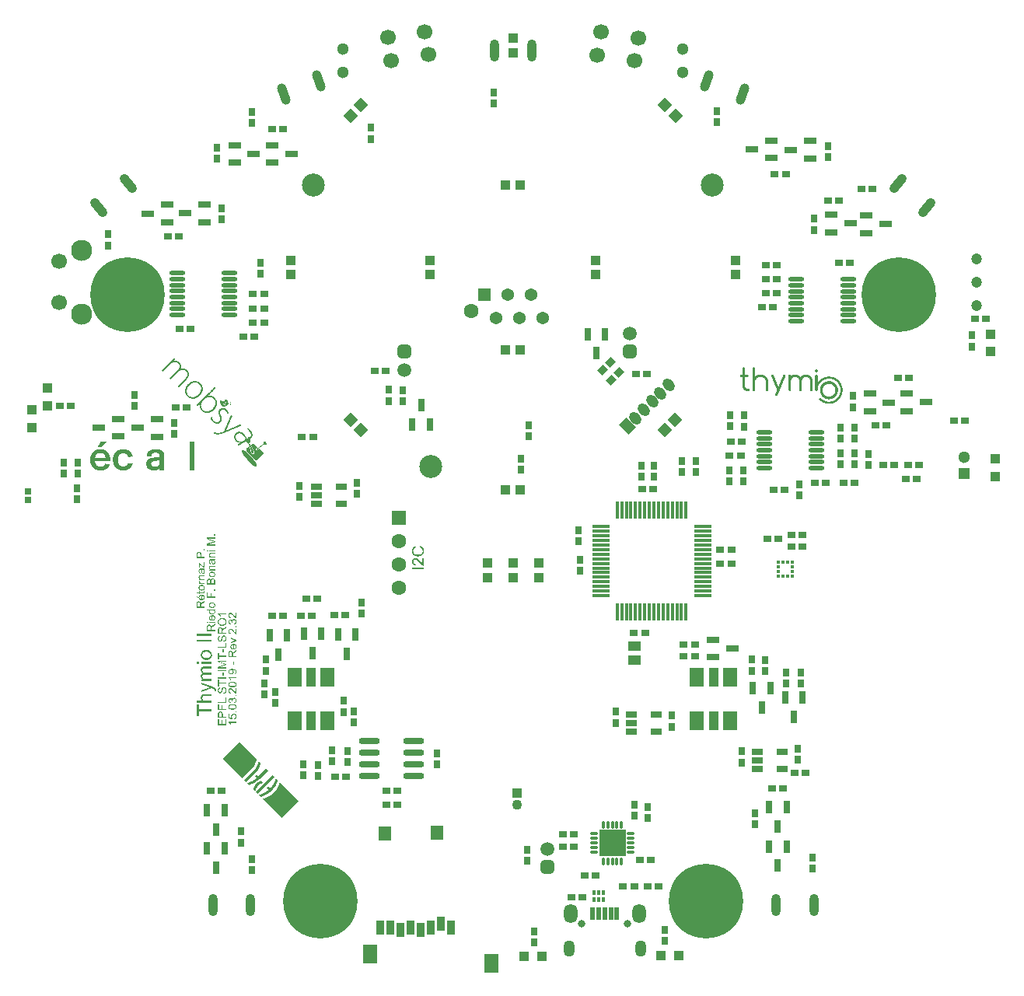
<source format=gts>
G04*
G04 #@! TF.GenerationSoftware,Altium Limited,Altium Designer,19.1.6 (110)*
G04*
G04 Layer_Color=8388736*
%FSLAX44Y44*%
%MOMM*%
G71*
G01*
G75*
%ADD52R,0.8000X0.9000*%
%ADD53R,0.9000X0.8000*%
%ADD54R,1.4700X1.0300*%
%ADD55O,2.3000X0.7000*%
%ADD56R,0.4000X0.5900*%
%ADD57R,0.4000X0.6200*%
%ADD58O,0.9000X0.3500*%
%ADD59O,0.3500X0.9000*%
%ADD60R,2.9000X2.9000*%
%ADD61R,1.1500X0.7000*%
%ADD62O,1.8000X0.4500*%
%ADD63R,0.3750X0.3500*%
%ADD64R,0.3500X0.3750*%
%ADD65R,0.7000X0.7000*%
%ADD66R,0.7000X1.4000*%
%ADD67R,0.5500X1.4000*%
%ADD68R,1.1000X1.1000*%
%ADD69O,1.0000X2.4000*%
%ADD70O,1.9000X0.4000*%
%ADD71O,0.4000X1.9000*%
%ADD72R,1.5000X2.0000*%
%ADD73R,0.9000X1.6000*%
%ADD74R,1.4000X1.5000*%
%ADD75R,1.1000X1.1000*%
%ADD76R,1.5000X2.1000*%
%ADD77R,1.1000X2.1000*%
%ADD78R,1.4000X0.7000*%
G04:AMPARAMS|DCode=79|XSize=0.8mm|YSize=0.9mm|CornerRadius=0mm|HoleSize=0mm|Usage=FLASHONLY|Rotation=135.000|XOffset=0mm|YOffset=0mm|HoleType=Round|Shape=Rectangle|*
%AMROTATEDRECTD79*
4,1,4,0.6010,0.0354,-0.0354,-0.6010,-0.6010,-0.0354,0.0354,0.6010,0.6010,0.0354,0.0*
%
%ADD79ROTATEDRECTD79*%

G04:AMPARAMS|DCode=80|XSize=1mm|YSize=2.4mm|CornerRadius=0mm|HoleSize=0mm|Usage=FLASHONLY|Rotation=220.000|XOffset=0mm|YOffset=0mm|HoleType=Round|Shape=Round|*
%AMOVALD80*
21,1,1.4000,1.0000,0.0000,0.0000,310.0*
1,1,1.0000,-0.4500,0.5362*
1,1,1.0000,0.4500,-0.5362*
%
%ADD80OVALD80*%

G04:AMPARAMS|DCode=81|XSize=1mm|YSize=2.4mm|CornerRadius=0mm|HoleSize=0mm|Usage=FLASHONLY|Rotation=200.000|XOffset=0mm|YOffset=0mm|HoleType=Round|Shape=Round|*
%AMOVALD81*
21,1,1.4000,1.0000,0.0000,0.0000,290.0*
1,1,1.0000,-0.2394,0.6578*
1,1,1.0000,0.2394,-0.6578*
%
%ADD81OVALD81*%

G04:AMPARAMS|DCode=82|XSize=1mm|YSize=2.4mm|CornerRadius=0mm|HoleSize=0mm|Usage=FLASHONLY|Rotation=160.000|XOffset=0mm|YOffset=0mm|HoleType=Round|Shape=Round|*
%AMOVALD82*
21,1,1.4000,1.0000,0.0000,0.0000,250.0*
1,1,1.0000,0.2394,0.6578*
1,1,1.0000,-0.2394,-0.6578*
%
%ADD82OVALD82*%

G04:AMPARAMS|DCode=83|XSize=1mm|YSize=2.4mm|CornerRadius=0mm|HoleSize=0mm|Usage=FLASHONLY|Rotation=140.000|XOffset=0mm|YOffset=0mm|HoleType=Round|Shape=Round|*
%AMOVALD83*
21,1,1.4000,1.0000,0.0000,0.0000,230.0*
1,1,1.0000,0.4500,0.5362*
1,1,1.0000,-0.4500,-0.5362*
%
%ADD83OVALD83*%

%ADD84P,1.5556X4X270.0*%
%ADD85P,1.5556X4X360.0*%
%ADD86R,1.3700X1.3700*%
%ADD87C,1.3700*%
%ADD88C,1.6000*%
G04:AMPARAMS|DCode=89|XSize=1.5mm|YSize=1.5mm|CornerRadius=0.4mm|HoleSize=0mm|Usage=FLASHONLY|Rotation=90.000|XOffset=0mm|YOffset=0mm|HoleType=Round|Shape=RoundedRectangle|*
%AMROUNDEDRECTD89*
21,1,1.5000,0.7000,0,0,90.0*
21,1,0.7000,1.5000,0,0,90.0*
1,1,0.8000,0.3500,0.3500*
1,1,0.8000,0.3500,-0.3500*
1,1,0.8000,-0.3500,-0.3500*
1,1,0.8000,-0.3500,0.3500*
%
%ADD89ROUNDEDRECTD89*%
%ADD90C,1.5000*%
%ADD91C,1.3000*%
%ADD92C,1.7000*%
%ADD93C,1.6000*%
%ADD94R,1.6000X1.6000*%
%ADD95C,1.1000*%
%ADD96C,0.8000*%
%ADD97O,1.2500X1.7900*%
%ADD98O,1.5000X2.1000*%
G04:AMPARAMS|DCode=99|XSize=1.1mm|YSize=1.5mm|CornerRadius=0.55mm|HoleSize=0mm|Usage=FLASHONLY|Rotation=45.000|XOffset=0mm|YOffset=0mm|HoleType=Round|Shape=RoundedRectangle|*
%AMROUNDEDRECTD99*
21,1,1.1000,0.4000,0,0,45.0*
21,1,0.0000,1.5000,0,0,45.0*
1,1,1.1000,0.1414,-0.1414*
1,1,1.1000,0.1414,-0.1414*
1,1,1.1000,-0.1414,0.1414*
1,1,1.1000,-0.1414,0.1414*
%
%ADD99ROUNDEDRECTD99*%
G04:AMPARAMS|DCode=100|XSize=1.1mm|YSize=1.5mm|CornerRadius=0mm|HoleSize=0mm|Usage=FLASHONLY|Rotation=45.000|XOffset=0mm|YOffset=0mm|HoleType=Round|Shape=Rectangle|*
%AMROTATEDRECTD100*
4,1,4,0.1414,-0.9192,-0.9192,0.1414,-0.1414,0.9192,0.9192,-0.1414,0.1414,-0.9192,0.0*
%
%ADD100ROTATEDRECTD100*%

%ADD101R,1.3000X1.3000*%
%ADD102C,1.2000*%
%ADD103C,2.3000*%
%ADD104C,2.5000*%
%ADD105C,8.1000*%
G36*
X1330614Y888964D02*
X1330952D01*
Y888908D01*
X1331120D01*
Y888852D01*
X1331233D01*
Y888796D01*
X1331345D01*
Y888739D01*
X1331401D01*
Y888683D01*
X1331457D01*
Y888627D01*
X1331570D01*
Y888571D01*
X1331626D01*
Y888515D01*
X1331682D01*
Y888458D01*
X1331738D01*
Y888402D01*
Y888346D01*
X1331794D01*
Y888290D01*
X1331851D01*
Y888234D01*
X1331907D01*
Y888178D01*
Y888121D01*
X1331963D01*
Y888065D01*
Y888009D01*
X1332019D01*
Y887953D01*
Y887897D01*
Y887840D01*
X1332075D01*
Y887784D01*
Y887728D01*
Y887672D01*
Y887616D01*
X1332132D01*
Y887560D01*
Y887503D01*
Y887447D01*
Y887391D01*
Y887335D01*
Y887279D01*
Y887222D01*
Y887166D01*
Y887110D01*
X1332075D01*
Y887054D01*
Y886998D01*
Y886942D01*
Y886885D01*
Y886829D01*
X1332019D01*
Y886773D01*
Y886717D01*
Y886661D01*
X1331963D01*
Y886604D01*
Y886548D01*
X1331907D01*
Y886492D01*
X1331851D01*
Y886436D01*
Y886380D01*
X1331794D01*
Y886323D01*
X1331738D01*
Y886267D01*
X1331682D01*
Y886211D01*
X1331626D01*
Y886155D01*
X1331570D01*
Y886099D01*
X1331514D01*
Y886042D01*
X1331457D01*
Y885986D01*
X1331401D01*
Y885930D01*
X1331289D01*
Y885874D01*
X1331176D01*
Y885818D01*
X1331064D01*
Y885762D01*
X1330839D01*
Y885705D01*
X1330109D01*
Y885762D01*
X1329884D01*
Y885818D01*
X1329772D01*
Y885874D01*
X1329659D01*
Y885930D01*
X1329547D01*
Y885986D01*
X1329491D01*
Y886042D01*
X1329435D01*
Y886099D01*
X1329378D01*
Y886155D01*
X1329266D01*
Y886211D01*
Y886267D01*
X1329210D01*
Y886323D01*
X1329154D01*
Y886380D01*
X1329097D01*
Y886436D01*
X1329041D01*
Y886492D01*
Y886548D01*
X1328985D01*
Y886604D01*
Y886661D01*
X1328929D01*
Y886717D01*
Y886773D01*
Y886829D01*
X1328873D01*
Y886885D01*
Y886942D01*
Y886998D01*
Y887054D01*
X1328817D01*
Y887110D01*
Y887166D01*
Y887222D01*
Y887279D01*
Y887335D01*
Y887391D01*
Y887447D01*
Y887503D01*
Y887560D01*
Y887616D01*
Y887672D01*
X1328873D01*
Y887728D01*
Y887784D01*
Y887840D01*
Y887897D01*
X1328929D01*
Y887953D01*
Y888009D01*
X1328985D01*
Y888065D01*
Y888121D01*
X1329041D01*
Y888178D01*
Y888234D01*
X1329097D01*
Y888290D01*
X1329154D01*
Y888346D01*
Y888402D01*
X1329210D01*
Y888458D01*
X1329266D01*
Y888515D01*
X1329322D01*
Y888571D01*
X1329378D01*
Y888627D01*
X1329435D01*
Y888683D01*
X1329547D01*
Y888739D01*
X1329603D01*
Y888796D01*
X1329716D01*
Y888852D01*
X1329828D01*
Y888908D01*
X1329996D01*
Y888964D01*
X1330334D01*
Y889020D01*
X1330614D01*
Y888964D01*
D02*
G37*
G36*
X1319827Y883402D02*
X1320276D01*
Y883346D01*
X1320613D01*
Y883289D01*
X1320838D01*
Y883233D01*
X1321063D01*
Y883177D01*
X1321231D01*
Y883121D01*
X1321400D01*
Y883065D01*
X1321568D01*
Y883008D01*
X1321737D01*
Y882952D01*
X1321849D01*
Y882896D01*
X1322018D01*
Y882840D01*
X1322130D01*
Y882784D01*
X1322243D01*
Y882728D01*
X1322355D01*
Y882671D01*
X1322467D01*
Y882615D01*
X1322580D01*
Y882559D01*
X1322636D01*
Y882503D01*
X1322748D01*
Y882447D01*
X1322861D01*
Y882390D01*
X1322917D01*
Y882334D01*
X1323029D01*
Y882278D01*
X1323085D01*
Y882222D01*
X1323198D01*
Y882166D01*
X1323254D01*
Y882109D01*
X1323310D01*
Y882053D01*
X1323423D01*
Y881997D01*
X1323479D01*
Y881941D01*
X1323535D01*
Y881885D01*
X1323647D01*
Y881829D01*
X1323704D01*
Y881772D01*
X1323760D01*
Y881716D01*
X1323816D01*
Y881660D01*
X1323872D01*
Y881604D01*
X1323928D01*
Y881548D01*
X1323985D01*
Y881491D01*
X1324041D01*
Y881435D01*
X1324097D01*
Y881379D01*
X1324153D01*
Y881323D01*
X1324209D01*
Y881267D01*
X1324265D01*
Y881210D01*
X1324322D01*
Y881154D01*
X1324378D01*
Y881098D01*
X1324434D01*
Y881042D01*
X1324490D01*
Y880986D01*
X1324546D01*
Y880929D01*
X1324603D01*
Y880873D01*
X1324659D01*
Y880817D01*
Y880761D01*
X1324715D01*
Y880705D01*
X1324771D01*
Y880649D01*
X1324827D01*
Y880592D01*
Y880536D01*
X1324884D01*
Y880480D01*
X1324940D01*
Y880424D01*
X1324996D01*
Y880368D01*
Y880312D01*
X1325052D01*
Y880255D01*
X1325108D01*
Y880199D01*
Y880143D01*
X1325164D01*
Y880087D01*
X1325221D01*
Y880031D01*
Y879974D01*
X1325277D01*
Y879918D01*
Y879862D01*
X1325333D01*
Y879806D01*
X1325389D01*
Y879750D01*
Y879693D01*
X1325445D01*
Y879637D01*
Y879581D01*
X1325502D01*
Y879525D01*
Y879469D01*
X1325558D01*
Y879413D01*
Y879356D01*
X1325614D01*
Y879300D01*
Y879244D01*
X1325670D01*
Y879188D01*
Y879131D01*
X1325726D01*
Y879075D01*
Y879019D01*
Y878963D01*
X1325782D01*
Y878907D01*
Y878851D01*
X1325839D01*
Y878794D01*
Y878738D01*
Y878682D01*
X1325895D01*
Y878626D01*
Y878570D01*
Y878513D01*
X1325951D01*
Y878457D01*
Y878401D01*
Y878345D01*
X1326007D01*
Y878289D01*
Y878233D01*
Y878176D01*
Y878120D01*
X1326063D01*
Y878064D01*
Y878008D01*
Y877952D01*
Y877896D01*
Y877839D01*
X1326120D01*
Y877783D01*
Y877727D01*
Y877671D01*
Y877615D01*
Y877558D01*
X1326176D01*
Y877502D01*
Y877446D01*
Y877390D01*
Y877334D01*
Y877277D01*
Y877221D01*
Y877165D01*
X1326232D01*
Y877109D01*
Y877053D01*
Y876996D01*
Y876940D01*
Y876884D01*
Y876828D01*
Y876772D01*
Y876715D01*
Y876659D01*
Y876603D01*
Y876547D01*
Y876491D01*
Y876435D01*
Y876378D01*
Y876322D01*
Y876266D01*
Y876210D01*
Y876154D01*
Y876097D01*
Y876041D01*
Y875985D01*
Y875929D01*
Y875873D01*
Y875816D01*
Y875760D01*
Y875704D01*
Y875648D01*
Y875592D01*
Y875536D01*
Y875479D01*
Y875423D01*
Y875367D01*
Y875311D01*
Y875255D01*
Y875199D01*
Y875142D01*
Y875086D01*
Y875030D01*
Y874974D01*
Y874918D01*
Y874861D01*
Y874805D01*
Y874749D01*
Y874693D01*
Y874637D01*
Y874580D01*
Y874524D01*
Y874468D01*
Y874412D01*
Y874356D01*
Y874299D01*
Y874243D01*
Y874187D01*
Y874131D01*
Y874075D01*
Y874019D01*
Y873962D01*
Y873906D01*
Y873850D01*
Y873794D01*
Y873738D01*
Y873681D01*
Y873625D01*
Y873569D01*
Y873513D01*
Y873457D01*
Y873400D01*
Y873344D01*
Y873288D01*
Y873232D01*
Y873176D01*
Y873120D01*
Y873063D01*
Y873007D01*
Y872951D01*
Y872895D01*
Y872839D01*
Y872783D01*
Y872726D01*
Y872670D01*
Y872614D01*
Y872558D01*
Y872502D01*
Y872445D01*
Y872389D01*
Y872333D01*
Y872277D01*
Y872221D01*
Y872164D01*
Y872108D01*
Y872052D01*
Y871996D01*
Y871940D01*
Y871883D01*
Y871827D01*
Y871771D01*
Y871715D01*
Y871659D01*
Y871602D01*
Y871546D01*
Y871490D01*
Y871434D01*
Y871378D01*
Y871322D01*
Y871265D01*
Y871209D01*
Y871153D01*
Y871097D01*
Y871041D01*
Y870984D01*
Y870928D01*
Y870872D01*
Y870816D01*
Y870760D01*
Y870704D01*
Y870647D01*
Y870591D01*
Y870535D01*
Y870479D01*
Y870423D01*
Y870366D01*
Y870310D01*
Y870254D01*
Y870198D01*
Y870142D01*
Y870086D01*
Y870029D01*
Y869973D01*
Y869917D01*
Y869861D01*
Y869805D01*
Y869748D01*
Y869692D01*
Y869636D01*
Y869580D01*
Y869524D01*
Y869467D01*
Y869411D01*
Y869355D01*
Y869299D01*
Y869243D01*
Y869186D01*
Y869130D01*
Y869074D01*
Y869018D01*
Y868962D01*
Y868906D01*
Y868849D01*
Y868793D01*
Y868737D01*
Y868681D01*
Y868625D01*
Y868568D01*
Y868512D01*
Y868456D01*
Y868400D01*
Y868344D01*
Y868288D01*
Y868231D01*
Y868175D01*
Y868119D01*
Y868063D01*
Y868007D01*
Y867950D01*
Y867894D01*
Y867838D01*
Y867782D01*
Y867726D01*
Y867670D01*
Y867613D01*
Y867557D01*
Y867501D01*
Y867445D01*
Y867389D01*
Y867332D01*
Y867276D01*
Y867220D01*
Y867164D01*
Y867108D01*
Y867051D01*
Y866995D01*
Y866939D01*
Y866883D01*
Y866827D01*
Y866770D01*
Y866714D01*
Y866658D01*
Y866602D01*
Y866546D01*
Y866490D01*
Y866433D01*
Y866377D01*
Y866321D01*
Y866265D01*
Y866209D01*
Y866152D01*
X1326176D01*
Y866096D01*
Y866040D01*
Y865984D01*
X1326120D01*
Y865928D01*
Y865872D01*
X1326063D01*
Y865815D01*
Y865759D01*
X1326007D01*
Y865703D01*
X1325951D01*
Y865647D01*
X1325895D01*
Y865591D01*
Y865534D01*
X1325782D01*
Y865478D01*
X1325726D01*
Y865422D01*
X1325670D01*
Y865366D01*
X1325558D01*
Y865310D01*
X1325445D01*
Y865253D01*
X1325277D01*
Y865197D01*
X1324603D01*
Y865253D01*
X1324378D01*
Y865310D01*
X1324265D01*
Y865366D01*
X1324209D01*
Y865422D01*
X1324097D01*
Y865478D01*
X1324041D01*
Y865534D01*
X1323985D01*
Y865591D01*
X1323928D01*
Y865647D01*
X1323872D01*
Y865703D01*
X1323816D01*
Y865759D01*
Y865815D01*
X1323760D01*
Y865872D01*
Y865928D01*
X1323704D01*
Y865984D01*
Y866040D01*
X1323647D01*
Y866096D01*
Y866152D01*
Y866209D01*
Y866265D01*
X1323591D01*
Y866321D01*
Y866377D01*
Y866433D01*
Y866490D01*
Y866546D01*
Y866602D01*
Y866658D01*
Y866714D01*
Y866770D01*
Y866827D01*
Y866883D01*
Y866939D01*
Y866995D01*
Y867051D01*
Y867108D01*
Y867164D01*
Y867220D01*
Y867276D01*
Y867332D01*
Y867389D01*
Y867445D01*
Y867501D01*
Y867557D01*
Y867613D01*
Y867670D01*
Y867726D01*
Y867782D01*
Y867838D01*
Y867894D01*
Y867950D01*
Y868007D01*
Y868063D01*
Y868119D01*
Y868175D01*
Y868231D01*
Y868288D01*
Y868344D01*
Y868400D01*
Y868456D01*
Y868512D01*
Y868568D01*
Y868625D01*
Y868681D01*
Y868737D01*
Y868793D01*
Y868849D01*
Y868906D01*
Y868962D01*
Y869018D01*
Y869074D01*
Y869130D01*
Y869186D01*
Y869243D01*
Y869299D01*
Y869355D01*
Y869411D01*
Y869467D01*
Y869524D01*
Y869580D01*
Y869636D01*
Y869692D01*
Y869748D01*
Y869805D01*
Y869861D01*
Y869917D01*
Y869973D01*
Y870029D01*
Y870086D01*
Y870142D01*
Y870198D01*
Y870254D01*
Y870310D01*
Y870366D01*
Y870423D01*
Y870479D01*
Y870535D01*
Y870591D01*
Y870647D01*
Y870704D01*
Y870760D01*
Y870816D01*
Y870872D01*
Y870928D01*
Y870984D01*
Y871041D01*
Y871097D01*
Y871153D01*
Y871209D01*
Y871265D01*
Y871322D01*
Y871378D01*
Y871434D01*
Y871490D01*
Y871546D01*
Y871602D01*
Y871659D01*
Y871715D01*
Y871771D01*
Y871827D01*
Y871883D01*
Y871940D01*
Y871996D01*
Y872052D01*
Y872108D01*
Y872164D01*
Y872221D01*
Y872277D01*
Y872333D01*
Y872389D01*
Y872445D01*
Y872502D01*
Y872558D01*
Y872614D01*
Y872670D01*
Y872726D01*
Y872783D01*
Y872839D01*
Y872895D01*
Y872951D01*
Y873007D01*
Y873063D01*
Y873120D01*
Y873176D01*
Y873232D01*
Y873288D01*
Y873344D01*
Y873400D01*
Y873457D01*
Y873513D01*
Y873569D01*
Y873625D01*
Y873681D01*
Y873738D01*
Y873794D01*
Y873850D01*
Y873906D01*
Y873962D01*
Y874019D01*
Y874075D01*
Y874131D01*
Y874187D01*
Y874243D01*
Y874299D01*
Y874356D01*
Y874412D01*
Y874468D01*
Y874524D01*
Y874580D01*
Y874637D01*
Y874693D01*
Y874749D01*
Y874805D01*
Y874861D01*
Y874918D01*
Y874974D01*
Y875030D01*
Y875086D01*
Y875142D01*
Y875199D01*
Y875255D01*
Y875311D01*
Y875367D01*
Y875423D01*
Y875479D01*
Y875536D01*
Y875592D01*
Y875648D01*
Y875704D01*
Y875760D01*
Y875816D01*
Y875873D01*
Y875929D01*
Y875985D01*
Y876041D01*
Y876097D01*
Y876154D01*
Y876210D01*
Y876266D01*
Y876322D01*
Y876378D01*
Y876435D01*
Y876491D01*
Y876547D01*
Y876603D01*
Y876659D01*
Y876715D01*
Y876772D01*
Y876828D01*
X1323535D01*
Y876884D01*
Y876940D01*
Y876996D01*
Y877053D01*
Y877109D01*
Y877165D01*
Y877221D01*
X1323479D01*
Y877277D01*
Y877334D01*
Y877390D01*
Y877446D01*
X1323423D01*
Y877502D01*
Y877558D01*
Y877615D01*
X1323367D01*
Y877671D01*
Y877727D01*
Y877783D01*
X1323310D01*
Y877839D01*
Y877896D01*
Y877952D01*
X1323254D01*
Y878008D01*
Y878064D01*
X1323198D01*
Y878120D01*
Y878176D01*
Y878233D01*
X1323142D01*
Y878289D01*
Y878345D01*
X1323085D01*
Y878401D01*
Y878457D01*
X1323029D01*
Y878513D01*
X1322973D01*
Y878570D01*
Y878626D01*
X1322917D01*
Y878682D01*
X1322861D01*
Y878738D01*
Y878794D01*
X1322805D01*
Y878851D01*
X1322748D01*
Y878907D01*
Y878963D01*
X1322692D01*
Y879019D01*
X1322636D01*
Y879075D01*
X1322580D01*
Y879131D01*
Y879188D01*
X1322524D01*
Y879244D01*
X1322467D01*
Y879300D01*
X1322411D01*
Y879356D01*
X1322355D01*
Y879413D01*
X1322299D01*
Y879469D01*
X1322243D01*
Y879525D01*
X1322187D01*
Y879581D01*
X1322130D01*
Y879637D01*
X1322074D01*
Y879693D01*
X1322018D01*
Y879750D01*
X1321962D01*
Y879806D01*
X1321849D01*
Y879862D01*
X1321793D01*
Y879918D01*
X1321737D01*
Y879974D01*
X1321625D01*
Y880031D01*
X1321568D01*
Y880087D01*
X1321456D01*
Y880143D01*
X1321400D01*
Y880199D01*
X1321288D01*
Y880255D01*
X1321175D01*
Y880312D01*
X1321063D01*
Y880368D01*
X1320950D01*
Y880424D01*
X1320838D01*
Y880480D01*
X1320726D01*
Y880536D01*
X1320557D01*
Y880592D01*
X1320389D01*
Y880649D01*
X1320164D01*
Y880705D01*
X1319883D01*
Y880761D01*
X1319433D01*
Y880817D01*
X1318703D01*
Y880761D01*
X1318253D01*
Y880705D01*
X1317973D01*
Y880649D01*
X1317748D01*
Y880592D01*
X1317579D01*
Y880536D01*
X1317411D01*
Y880480D01*
X1317298D01*
Y880424D01*
X1317186D01*
Y880368D01*
X1317074D01*
Y880312D01*
X1316961D01*
Y880255D01*
X1316849D01*
Y880199D01*
X1316736D01*
Y880143D01*
X1316680D01*
Y880087D01*
X1316568D01*
Y880031D01*
X1316512D01*
Y879974D01*
X1316399D01*
Y879918D01*
X1316343D01*
Y879862D01*
X1316287D01*
Y879806D01*
X1316175D01*
Y879750D01*
X1316118D01*
Y879693D01*
X1316062D01*
Y879637D01*
X1316006D01*
Y879581D01*
X1315950D01*
Y879525D01*
X1315894D01*
Y879469D01*
X1315837D01*
Y879413D01*
X1315781D01*
Y879356D01*
X1315725D01*
Y879300D01*
X1315669D01*
Y879244D01*
X1315613D01*
Y879188D01*
X1315556D01*
Y879131D01*
Y879075D01*
X1315500D01*
Y879019D01*
X1315444D01*
Y878963D01*
X1315388D01*
Y878907D01*
Y878851D01*
X1315332D01*
Y878794D01*
X1315276D01*
Y878738D01*
Y878682D01*
X1315219D01*
Y878626D01*
X1315163D01*
Y878570D01*
Y878513D01*
X1315107D01*
Y878457D01*
X1315051D01*
Y878401D01*
Y878345D01*
X1314995D01*
Y878289D01*
Y878233D01*
Y878176D01*
X1314939D01*
Y878120D01*
Y878064D01*
X1314882D01*
Y878008D01*
Y877952D01*
X1314826D01*
Y877896D01*
Y877839D01*
Y877783D01*
X1314770D01*
Y877727D01*
Y877671D01*
Y877615D01*
X1314714D01*
Y877558D01*
Y877502D01*
Y877446D01*
X1314657D01*
Y877390D01*
Y877334D01*
Y877277D01*
Y877221D01*
X1314601D01*
Y877165D01*
Y877109D01*
Y877053D01*
Y876996D01*
Y876940D01*
Y876884D01*
Y876828D01*
X1314545D01*
Y876772D01*
Y876715D01*
Y876659D01*
Y876603D01*
Y876547D01*
Y876491D01*
Y876435D01*
Y876378D01*
Y876322D01*
Y876266D01*
Y876210D01*
Y876154D01*
Y876097D01*
Y876041D01*
Y875985D01*
Y875929D01*
Y875873D01*
Y875816D01*
Y875760D01*
Y875704D01*
Y875648D01*
Y875592D01*
Y875536D01*
Y875479D01*
Y875423D01*
Y875367D01*
Y875311D01*
Y875255D01*
Y875199D01*
Y875142D01*
Y875086D01*
Y875030D01*
Y874974D01*
Y874918D01*
Y874861D01*
Y874805D01*
Y874749D01*
Y874693D01*
Y874637D01*
Y874580D01*
Y874524D01*
Y874468D01*
Y874412D01*
Y874356D01*
Y874299D01*
Y874243D01*
Y874187D01*
Y874131D01*
Y874075D01*
Y874019D01*
Y873962D01*
Y873906D01*
Y873850D01*
Y873794D01*
Y873738D01*
Y873681D01*
Y873625D01*
Y873569D01*
Y873513D01*
Y873457D01*
Y873400D01*
Y873344D01*
Y873288D01*
Y873232D01*
Y873176D01*
Y873120D01*
Y873063D01*
Y873007D01*
Y872951D01*
Y872895D01*
Y872839D01*
Y872783D01*
Y872726D01*
Y872670D01*
Y872614D01*
Y872558D01*
Y872502D01*
Y872445D01*
Y872389D01*
Y872333D01*
Y872277D01*
Y872221D01*
Y872164D01*
Y872108D01*
Y872052D01*
Y871996D01*
Y871940D01*
Y871883D01*
Y871827D01*
Y871771D01*
Y871715D01*
Y871659D01*
Y871602D01*
Y871546D01*
Y871490D01*
Y871434D01*
Y871378D01*
Y871322D01*
Y871265D01*
Y871209D01*
Y871153D01*
Y871097D01*
Y871041D01*
Y870984D01*
Y870928D01*
Y870872D01*
Y870816D01*
Y870760D01*
Y870704D01*
Y870647D01*
Y870591D01*
Y870535D01*
Y870479D01*
Y870423D01*
Y870366D01*
Y870310D01*
Y870254D01*
Y870198D01*
Y870142D01*
Y870086D01*
Y870029D01*
Y869973D01*
Y869917D01*
Y869861D01*
Y869805D01*
Y869748D01*
Y869692D01*
Y869636D01*
Y869580D01*
Y869524D01*
Y869467D01*
Y869411D01*
Y869355D01*
Y869299D01*
Y869243D01*
Y869186D01*
Y869130D01*
Y869074D01*
Y869018D01*
Y868962D01*
Y868906D01*
Y868849D01*
Y868793D01*
Y868737D01*
Y868681D01*
Y868625D01*
Y868568D01*
Y868512D01*
Y868456D01*
Y868400D01*
Y868344D01*
Y868288D01*
Y868231D01*
Y868175D01*
Y868119D01*
Y868063D01*
Y868007D01*
Y867950D01*
Y867894D01*
Y867838D01*
Y867782D01*
Y867726D01*
Y867670D01*
Y867613D01*
Y867557D01*
Y867501D01*
Y867445D01*
Y867389D01*
Y867332D01*
Y867276D01*
Y867220D01*
Y867164D01*
Y867108D01*
Y867051D01*
Y866995D01*
Y866939D01*
Y866883D01*
Y866827D01*
Y866770D01*
Y866714D01*
Y866658D01*
Y866602D01*
Y866546D01*
Y866490D01*
Y866433D01*
Y866377D01*
Y866321D01*
Y866265D01*
X1314489D01*
Y866209D01*
Y866152D01*
Y866096D01*
Y866040D01*
X1314433D01*
Y865984D01*
Y865928D01*
X1314377D01*
Y865872D01*
Y865815D01*
X1314320D01*
Y865759D01*
Y865703D01*
X1314264D01*
Y865647D01*
X1314208D01*
Y865591D01*
X1314152D01*
Y865534D01*
X1314096D01*
Y865478D01*
X1314039D01*
Y865422D01*
X1313927D01*
Y865366D01*
X1313871D01*
Y865310D01*
X1313759D01*
Y865253D01*
X1313590D01*
Y865197D01*
X1312860D01*
Y865253D01*
X1312691D01*
Y865310D01*
X1312579D01*
Y865366D01*
X1312466D01*
Y865422D01*
X1312410D01*
Y865478D01*
X1312354D01*
Y865534D01*
X1312242D01*
Y865591D01*
Y865647D01*
X1312185D01*
Y865703D01*
X1312129D01*
Y865759D01*
X1312073D01*
Y865815D01*
Y865872D01*
X1312017D01*
Y865928D01*
Y865984D01*
X1311961D01*
Y866040D01*
Y866096D01*
Y866152D01*
X1311904D01*
Y866209D01*
Y866265D01*
Y866321D01*
Y866377D01*
Y866433D01*
Y866490D01*
Y866546D01*
Y866602D01*
Y866658D01*
Y866714D01*
Y866770D01*
Y866827D01*
Y866883D01*
Y866939D01*
Y866995D01*
Y867051D01*
Y867108D01*
Y867164D01*
Y867220D01*
Y867276D01*
Y867332D01*
Y867389D01*
Y867445D01*
Y867501D01*
Y867557D01*
Y867613D01*
Y867670D01*
Y867726D01*
Y867782D01*
Y867838D01*
Y867894D01*
Y867950D01*
Y868007D01*
Y868063D01*
Y868119D01*
Y868175D01*
Y868231D01*
Y868288D01*
Y868344D01*
Y868400D01*
Y868456D01*
Y868512D01*
Y868568D01*
Y868625D01*
Y868681D01*
Y868737D01*
Y868793D01*
Y868849D01*
Y868906D01*
Y868962D01*
Y869018D01*
Y869074D01*
Y869130D01*
Y869186D01*
Y869243D01*
Y869299D01*
Y869355D01*
Y869411D01*
Y869467D01*
Y869524D01*
Y869580D01*
Y869636D01*
Y869692D01*
Y869748D01*
Y869805D01*
Y869861D01*
Y869917D01*
Y869973D01*
Y870029D01*
Y870086D01*
Y870142D01*
Y870198D01*
Y870254D01*
Y870310D01*
Y870366D01*
Y870423D01*
Y870479D01*
Y870535D01*
Y870591D01*
Y870647D01*
Y870704D01*
Y870760D01*
Y870816D01*
Y870872D01*
Y870928D01*
Y870984D01*
Y871041D01*
Y871097D01*
Y871153D01*
Y871209D01*
Y871265D01*
Y871322D01*
Y871378D01*
Y871434D01*
Y871490D01*
Y871546D01*
Y871602D01*
Y871659D01*
Y871715D01*
Y871771D01*
Y871827D01*
Y871883D01*
Y871940D01*
Y871996D01*
Y872052D01*
Y872108D01*
Y872164D01*
Y872221D01*
Y872277D01*
Y872333D01*
Y872389D01*
Y872445D01*
Y872502D01*
Y872558D01*
Y872614D01*
Y872670D01*
Y872726D01*
Y872783D01*
Y872839D01*
Y872895D01*
Y872951D01*
Y873007D01*
Y873063D01*
Y873120D01*
Y873176D01*
Y873232D01*
Y873288D01*
Y873344D01*
Y873400D01*
Y873457D01*
Y873513D01*
Y873569D01*
Y873625D01*
Y873681D01*
Y873738D01*
Y873794D01*
Y873850D01*
Y873906D01*
Y873962D01*
Y874019D01*
Y874075D01*
Y874131D01*
Y874187D01*
Y874243D01*
Y874299D01*
Y874356D01*
Y874412D01*
Y874468D01*
Y874524D01*
Y874580D01*
Y874637D01*
Y874693D01*
Y874749D01*
Y874805D01*
Y874861D01*
Y874918D01*
Y874974D01*
Y875030D01*
Y875086D01*
Y875142D01*
Y875199D01*
Y875255D01*
Y875311D01*
Y875367D01*
Y875423D01*
Y875479D01*
Y875536D01*
Y875592D01*
Y875648D01*
Y875704D01*
Y875760D01*
Y875816D01*
Y875873D01*
Y875929D01*
Y875985D01*
Y876041D01*
Y876097D01*
Y876154D01*
Y876210D01*
Y876266D01*
Y876322D01*
X1311848D01*
Y876378D01*
Y876435D01*
Y876491D01*
Y876547D01*
Y876603D01*
Y876659D01*
Y876715D01*
Y876772D01*
Y876828D01*
Y876884D01*
Y876940D01*
Y876996D01*
X1311792D01*
Y877053D01*
Y877109D01*
Y877165D01*
Y877221D01*
Y877277D01*
X1311736D01*
Y877334D01*
Y877390D01*
Y877446D01*
Y877502D01*
Y877558D01*
X1311680D01*
Y877615D01*
Y877671D01*
Y877727D01*
X1311624D01*
Y877783D01*
Y877839D01*
Y877896D01*
X1311567D01*
Y877952D01*
Y878008D01*
X1311511D01*
Y878064D01*
Y878120D01*
X1311455D01*
Y878176D01*
Y878233D01*
X1311399D01*
Y878289D01*
Y878345D01*
Y878401D01*
X1311342D01*
Y878457D01*
X1311286D01*
Y878513D01*
Y878570D01*
X1311230D01*
Y878626D01*
Y878682D01*
X1311174D01*
Y878738D01*
X1311118D01*
Y878794D01*
Y878851D01*
X1311062D01*
Y878907D01*
X1311005D01*
Y878963D01*
X1310949D01*
Y879019D01*
Y879075D01*
X1310893D01*
Y879131D01*
X1310837D01*
Y879188D01*
X1310781D01*
Y879244D01*
X1310724D01*
Y879300D01*
X1310668D01*
Y879356D01*
X1310612D01*
Y879413D01*
X1310556D01*
Y879469D01*
X1310500D01*
Y879525D01*
X1310444D01*
Y879581D01*
X1310387D01*
Y879637D01*
X1310331D01*
Y879693D01*
X1310275D01*
Y879750D01*
X1310219D01*
Y879806D01*
X1310163D01*
Y879862D01*
X1310050D01*
Y879918D01*
X1309994D01*
Y879974D01*
X1309938D01*
Y880031D01*
X1309825D01*
Y880087D01*
X1309769D01*
Y880143D01*
X1309657D01*
Y880199D01*
X1309545D01*
Y880255D01*
X1309488D01*
Y880312D01*
X1309376D01*
Y880368D01*
X1309264D01*
Y880424D01*
X1309151D01*
Y880480D01*
X1308983D01*
Y880536D01*
X1308814D01*
Y880592D01*
X1308646D01*
Y880649D01*
X1308421D01*
Y880705D01*
X1308196D01*
Y880761D01*
X1307747D01*
Y880817D01*
X1306960D01*
Y880761D01*
X1306510D01*
Y880705D01*
X1306286D01*
Y880649D01*
X1306061D01*
Y880592D01*
X1305892D01*
Y880536D01*
X1305724D01*
Y880480D01*
X1305555D01*
Y880424D01*
X1305443D01*
Y880368D01*
X1305331D01*
Y880312D01*
X1305218D01*
Y880255D01*
X1305106D01*
Y880199D01*
X1305050D01*
Y880143D01*
X1304937D01*
Y880087D01*
X1304881D01*
Y880031D01*
X1304769D01*
Y879974D01*
X1304713D01*
Y879918D01*
X1304656D01*
Y879862D01*
X1304544D01*
Y879806D01*
X1304488D01*
Y879750D01*
X1304432D01*
Y879693D01*
X1304375D01*
Y879637D01*
X1304319D01*
Y879581D01*
X1304263D01*
Y879525D01*
X1304151D01*
Y879469D01*
X1304094D01*
Y879413D01*
Y879356D01*
X1304038D01*
Y879300D01*
X1303982D01*
Y879244D01*
X1303926D01*
Y879188D01*
X1303870D01*
Y879131D01*
X1303813D01*
Y879075D01*
X1303757D01*
Y879019D01*
Y878963D01*
X1303701D01*
Y878907D01*
X1303645D01*
Y878851D01*
X1303589D01*
Y878794D01*
Y878738D01*
X1303533D01*
Y878682D01*
X1303476D01*
Y878626D01*
Y878570D01*
X1303420D01*
Y878513D01*
Y878457D01*
X1303364D01*
Y878401D01*
X1303308D01*
Y878345D01*
Y878289D01*
X1303252D01*
Y878233D01*
Y878176D01*
Y878120D01*
X1303195D01*
Y878064D01*
Y878008D01*
X1303139D01*
Y877952D01*
Y877896D01*
X1303083D01*
Y877839D01*
Y877783D01*
Y877727D01*
X1303027D01*
Y877671D01*
Y877615D01*
Y877558D01*
X1302971D01*
Y877502D01*
Y877446D01*
Y877390D01*
Y877334D01*
X1302914D01*
Y877277D01*
Y877221D01*
Y877165D01*
Y877109D01*
Y877053D01*
X1302858D01*
Y876996D01*
Y876940D01*
Y876884D01*
Y876828D01*
Y876772D01*
Y876715D01*
Y876659D01*
Y876603D01*
Y876547D01*
Y876491D01*
Y876435D01*
X1302802D01*
Y876378D01*
Y876322D01*
Y876266D01*
Y876210D01*
Y876154D01*
Y876097D01*
Y876041D01*
Y875985D01*
Y875929D01*
Y875873D01*
Y875816D01*
Y875760D01*
Y875704D01*
Y875648D01*
Y875592D01*
Y875536D01*
Y875479D01*
Y875423D01*
Y875367D01*
Y875311D01*
Y875255D01*
Y875199D01*
Y875142D01*
Y875086D01*
Y875030D01*
Y874974D01*
Y874918D01*
Y874861D01*
Y874805D01*
Y874749D01*
Y874693D01*
Y874637D01*
Y874580D01*
Y874524D01*
Y874468D01*
Y874412D01*
Y874356D01*
Y874299D01*
Y874243D01*
Y874187D01*
Y874131D01*
Y874075D01*
Y874019D01*
Y873962D01*
Y873906D01*
Y873850D01*
Y873794D01*
Y873738D01*
Y873681D01*
Y873625D01*
Y873569D01*
Y873513D01*
Y873457D01*
Y873400D01*
Y873344D01*
Y873288D01*
Y873232D01*
Y873176D01*
Y873120D01*
Y873063D01*
Y873007D01*
Y872951D01*
Y872895D01*
Y872839D01*
Y872783D01*
Y872726D01*
Y872670D01*
Y872614D01*
Y872558D01*
Y872502D01*
Y872445D01*
Y872389D01*
Y872333D01*
Y872277D01*
Y872221D01*
Y872164D01*
Y872108D01*
Y872052D01*
Y871996D01*
Y871940D01*
Y871883D01*
Y871827D01*
Y871771D01*
Y871715D01*
Y871659D01*
Y871602D01*
Y871546D01*
Y871490D01*
Y871434D01*
Y871378D01*
Y871322D01*
Y871265D01*
Y871209D01*
Y871153D01*
Y871097D01*
Y871041D01*
Y870984D01*
Y870928D01*
Y870872D01*
Y870816D01*
Y870760D01*
Y870704D01*
Y870647D01*
Y870591D01*
Y870535D01*
Y870479D01*
Y870423D01*
Y870366D01*
Y870310D01*
Y870254D01*
Y870198D01*
Y870142D01*
Y870086D01*
Y870029D01*
Y869973D01*
Y869917D01*
Y869861D01*
Y869805D01*
Y869748D01*
Y869692D01*
Y869636D01*
Y869580D01*
Y869524D01*
Y869467D01*
Y869411D01*
Y869355D01*
Y869299D01*
Y869243D01*
Y869186D01*
Y869130D01*
Y869074D01*
Y869018D01*
Y868962D01*
Y868906D01*
Y868849D01*
Y868793D01*
Y868737D01*
Y868681D01*
Y868625D01*
Y868568D01*
Y868512D01*
Y868456D01*
Y868400D01*
Y868344D01*
Y868288D01*
Y868231D01*
Y868175D01*
Y868119D01*
Y868063D01*
Y868007D01*
Y867950D01*
Y867894D01*
Y867838D01*
Y867782D01*
Y867726D01*
Y867670D01*
Y867613D01*
Y867557D01*
Y867501D01*
Y867445D01*
Y867389D01*
Y867332D01*
Y867276D01*
Y867220D01*
Y867164D01*
Y867108D01*
Y867051D01*
Y866995D01*
Y866939D01*
Y866883D01*
Y866827D01*
Y866770D01*
Y866714D01*
Y866658D01*
Y866602D01*
Y866546D01*
Y866490D01*
Y866433D01*
Y866377D01*
Y866321D01*
Y866265D01*
Y866209D01*
Y866152D01*
X1302746D01*
Y866096D01*
Y866040D01*
Y865984D01*
X1302690D01*
Y865928D01*
Y865872D01*
X1302634D01*
Y865815D01*
Y865759D01*
X1302577D01*
Y865703D01*
X1302521D01*
Y865647D01*
X1302465D01*
Y865591D01*
X1302409D01*
Y865534D01*
X1302353D01*
Y865478D01*
X1302296D01*
Y865422D01*
X1302240D01*
Y865366D01*
X1302128D01*
Y865310D01*
X1302016D01*
Y865253D01*
X1301847D01*
Y865197D01*
X1301116D01*
Y865253D01*
X1300948D01*
Y865310D01*
X1300836D01*
Y865366D01*
X1300723D01*
Y865422D01*
X1300667D01*
Y865478D01*
X1300611D01*
Y865534D01*
X1300555D01*
Y865591D01*
X1300499D01*
Y865647D01*
X1300442D01*
Y865703D01*
X1300386D01*
Y865759D01*
Y865815D01*
X1300330D01*
Y865872D01*
Y865928D01*
X1300274D01*
Y865984D01*
Y866040D01*
X1300218D01*
Y866096D01*
Y866152D01*
Y866209D01*
X1300161D01*
Y866265D01*
Y866321D01*
Y866377D01*
Y866433D01*
Y866490D01*
Y866546D01*
Y866602D01*
Y866658D01*
Y866714D01*
Y866770D01*
Y866827D01*
Y866883D01*
Y866939D01*
Y866995D01*
Y867051D01*
Y867108D01*
Y867164D01*
Y867220D01*
Y867276D01*
Y867332D01*
Y867389D01*
Y867445D01*
Y867501D01*
Y867557D01*
Y867613D01*
Y867670D01*
Y867726D01*
Y867782D01*
Y867838D01*
Y867894D01*
Y867950D01*
Y868007D01*
Y868063D01*
Y868119D01*
Y868175D01*
Y868231D01*
Y868288D01*
Y868344D01*
Y868400D01*
Y868456D01*
Y868512D01*
Y868568D01*
Y868625D01*
Y868681D01*
Y868737D01*
Y868793D01*
Y868849D01*
Y868906D01*
Y868962D01*
Y869018D01*
Y869074D01*
Y869130D01*
Y869186D01*
Y869243D01*
Y869299D01*
Y869355D01*
Y869411D01*
Y869467D01*
Y869524D01*
Y869580D01*
Y869636D01*
Y869692D01*
Y869748D01*
Y869805D01*
Y869861D01*
Y869917D01*
Y869973D01*
Y870029D01*
Y870086D01*
Y870142D01*
Y870198D01*
Y870254D01*
Y870310D01*
Y870366D01*
Y870423D01*
Y870479D01*
Y870535D01*
Y870591D01*
Y870647D01*
Y870704D01*
Y870760D01*
Y870816D01*
Y870872D01*
Y870928D01*
Y870984D01*
Y871041D01*
Y871097D01*
Y871153D01*
Y871209D01*
Y871265D01*
Y871322D01*
Y871378D01*
Y871434D01*
Y871490D01*
Y871546D01*
Y871602D01*
Y871659D01*
Y871715D01*
Y871771D01*
Y871827D01*
Y871883D01*
Y871940D01*
Y871996D01*
Y872052D01*
Y872108D01*
Y872164D01*
Y872221D01*
Y872277D01*
Y872333D01*
Y872389D01*
Y872445D01*
Y872502D01*
Y872558D01*
Y872614D01*
Y872670D01*
Y872726D01*
Y872783D01*
Y872839D01*
Y872895D01*
Y872951D01*
Y873007D01*
Y873063D01*
Y873120D01*
Y873176D01*
Y873232D01*
Y873288D01*
Y873344D01*
Y873400D01*
Y873457D01*
Y873513D01*
Y873569D01*
Y873625D01*
Y873681D01*
Y873738D01*
Y873794D01*
Y873850D01*
Y873906D01*
Y873962D01*
Y874019D01*
Y874075D01*
Y874131D01*
Y874187D01*
Y874243D01*
Y874299D01*
Y874356D01*
Y874412D01*
Y874468D01*
Y874524D01*
Y874580D01*
Y874637D01*
Y874693D01*
Y874749D01*
Y874805D01*
Y874861D01*
Y874918D01*
Y874974D01*
Y875030D01*
Y875086D01*
Y875142D01*
Y875199D01*
Y875255D01*
Y875311D01*
Y875367D01*
Y875423D01*
Y875479D01*
Y875536D01*
Y875592D01*
Y875648D01*
Y875704D01*
Y875760D01*
Y875816D01*
Y875873D01*
Y875929D01*
Y875985D01*
Y876041D01*
Y876097D01*
Y876154D01*
Y876210D01*
Y876266D01*
Y876322D01*
Y876378D01*
Y876435D01*
Y876491D01*
Y876547D01*
Y876603D01*
Y876659D01*
Y876715D01*
Y876772D01*
Y876828D01*
Y876884D01*
Y876940D01*
Y876996D01*
Y877053D01*
Y877109D01*
Y877165D01*
Y877221D01*
Y877277D01*
Y877334D01*
Y877390D01*
Y877446D01*
Y877502D01*
Y877558D01*
Y877615D01*
Y877671D01*
Y877727D01*
Y877783D01*
Y877839D01*
Y877896D01*
Y877952D01*
Y878008D01*
Y878064D01*
Y878120D01*
Y878176D01*
Y878233D01*
Y878289D01*
Y878345D01*
Y878401D01*
Y878457D01*
Y878513D01*
Y878570D01*
Y878626D01*
Y878682D01*
Y878738D01*
Y878794D01*
Y878851D01*
Y878907D01*
Y878963D01*
Y879019D01*
Y879075D01*
Y879131D01*
Y879188D01*
Y879244D01*
Y879300D01*
Y879356D01*
Y879413D01*
Y879469D01*
Y879525D01*
Y879581D01*
Y879637D01*
Y879693D01*
Y879750D01*
Y879806D01*
Y879862D01*
Y879918D01*
Y879974D01*
Y880031D01*
Y880087D01*
Y880143D01*
Y880199D01*
Y880255D01*
Y880312D01*
Y880368D01*
Y880424D01*
Y880480D01*
Y880536D01*
Y880592D01*
Y880649D01*
Y880705D01*
Y880761D01*
Y880817D01*
Y880873D01*
Y880929D01*
Y880986D01*
Y881042D01*
Y881098D01*
Y881154D01*
Y881210D01*
Y881267D01*
Y881323D01*
Y881379D01*
Y881435D01*
Y881491D01*
Y881548D01*
Y881604D01*
Y881660D01*
Y881716D01*
Y881772D01*
Y881829D01*
Y881885D01*
Y881941D01*
Y881997D01*
Y882053D01*
Y882109D01*
Y882166D01*
Y882222D01*
Y882278D01*
Y882334D01*
Y882390D01*
Y882447D01*
X1300218D01*
Y882503D01*
Y882559D01*
Y882615D01*
X1300274D01*
Y882671D01*
Y882728D01*
X1300330D01*
Y882784D01*
Y882840D01*
X1300386D01*
Y882896D01*
X1300442D01*
Y882952D01*
Y883008D01*
X1300499D01*
Y883065D01*
X1300555D01*
Y883121D01*
X1300611D01*
Y883177D01*
X1300667D01*
Y883233D01*
X1300779D01*
Y883289D01*
X1300892D01*
Y883346D01*
X1301004D01*
Y883402D01*
X1301173D01*
Y883458D01*
X1301791D01*
Y883402D01*
X1302016D01*
Y883346D01*
X1302128D01*
Y883289D01*
X1302240D01*
Y883233D01*
X1302296D01*
Y883177D01*
X1302353D01*
Y883121D01*
X1302409D01*
Y883065D01*
X1302465D01*
Y883008D01*
X1302521D01*
Y882952D01*
X1302577D01*
Y882896D01*
X1302634D01*
Y882840D01*
Y882784D01*
X1302690D01*
Y882728D01*
Y882671D01*
X1302746D01*
Y882615D01*
Y882559D01*
Y882503D01*
X1302802D01*
Y882447D01*
Y882390D01*
Y882334D01*
Y882278D01*
Y882222D01*
Y882166D01*
Y882109D01*
Y882053D01*
Y881997D01*
Y881941D01*
Y881885D01*
X1302914D01*
Y881941D01*
X1302971D01*
Y881997D01*
X1303027D01*
Y882053D01*
X1303083D01*
Y882109D01*
X1303195D01*
Y882166D01*
X1303252D01*
Y882222D01*
X1303308D01*
Y882278D01*
X1303420D01*
Y882334D01*
X1303476D01*
Y882390D01*
X1303589D01*
Y882447D01*
X1303701D01*
Y882503D01*
X1303757D01*
Y882559D01*
X1303870D01*
Y882615D01*
X1303982D01*
Y882671D01*
X1304094D01*
Y882728D01*
X1304207D01*
Y882784D01*
X1304319D01*
Y882840D01*
X1304432D01*
Y882896D01*
X1304544D01*
Y882952D01*
X1304713D01*
Y883008D01*
X1304825D01*
Y883065D01*
X1304993D01*
Y883121D01*
X1305162D01*
Y883177D01*
X1305387D01*
Y883233D01*
X1305555D01*
Y883289D01*
X1305836D01*
Y883346D01*
X1306117D01*
Y883402D01*
X1306567D01*
Y883458D01*
X1308140D01*
Y883402D01*
X1308533D01*
Y883346D01*
X1308870D01*
Y883289D01*
X1309095D01*
Y883233D01*
X1309320D01*
Y883177D01*
X1309545D01*
Y883121D01*
X1309713D01*
Y883065D01*
X1309882D01*
Y883008D01*
X1309994D01*
Y882952D01*
X1310163D01*
Y882896D01*
X1310275D01*
Y882840D01*
X1310387D01*
Y882784D01*
X1310500D01*
Y882728D01*
X1310612D01*
Y882671D01*
X1310724D01*
Y882615D01*
X1310837D01*
Y882559D01*
X1310949D01*
Y882503D01*
X1311005D01*
Y882447D01*
X1311118D01*
Y882390D01*
X1311230D01*
Y882334D01*
X1311286D01*
Y882278D01*
X1311399D01*
Y882222D01*
X1311455D01*
Y882166D01*
X1311511D01*
Y882109D01*
X1311624D01*
Y882053D01*
X1311680D01*
Y881997D01*
X1311736D01*
Y881941D01*
X1311848D01*
Y881885D01*
X1311904D01*
Y881829D01*
X1311961D01*
Y881772D01*
X1312017D01*
Y881716D01*
X1312073D01*
Y881660D01*
X1312129D01*
Y881604D01*
X1312185D01*
Y881548D01*
X1312298D01*
Y881491D01*
X1312354D01*
Y881435D01*
X1312410D01*
Y881379D01*
X1312466D01*
Y881323D01*
X1312522D01*
Y881267D01*
X1312579D01*
Y881210D01*
X1312635D01*
Y881154D01*
Y881098D01*
X1312691D01*
Y881042D01*
X1312747D01*
Y880986D01*
X1312803D01*
Y880929D01*
X1312860D01*
Y880873D01*
X1312916D01*
Y880817D01*
X1312972D01*
Y880761D01*
X1313028D01*
Y880705D01*
Y880649D01*
X1313084D01*
Y880592D01*
X1313141D01*
Y880536D01*
X1313197D01*
Y880480D01*
X1313253D01*
Y880536D01*
X1313309D01*
Y880592D01*
Y880649D01*
X1313365D01*
Y880705D01*
X1313421D01*
Y880761D01*
X1313478D01*
Y880817D01*
X1313534D01*
Y880873D01*
Y880929D01*
X1313590D01*
Y880986D01*
X1313646D01*
Y881042D01*
X1313702D01*
Y881098D01*
X1313759D01*
Y881154D01*
X1313815D01*
Y881210D01*
X1313871D01*
Y881267D01*
X1313927D01*
Y881323D01*
X1313983D01*
Y881379D01*
X1314039D01*
Y881435D01*
X1314096D01*
Y881491D01*
X1314152D01*
Y881548D01*
X1314208D01*
Y881604D01*
X1314264D01*
Y881660D01*
X1314320D01*
Y881716D01*
X1314377D01*
Y881772D01*
X1314433D01*
Y881829D01*
X1314545D01*
Y881885D01*
X1314601D01*
Y881941D01*
X1314657D01*
Y881997D01*
X1314770D01*
Y882053D01*
X1314826D01*
Y882109D01*
X1314882D01*
Y882166D01*
X1314995D01*
Y882222D01*
X1315051D01*
Y882278D01*
X1315107D01*
Y882334D01*
X1315219D01*
Y882390D01*
X1315332D01*
Y882447D01*
X1315388D01*
Y882503D01*
X1315500D01*
Y882559D01*
X1315556D01*
Y882615D01*
X1315669D01*
Y882671D01*
X1315781D01*
Y882728D01*
X1315894D01*
Y882784D01*
X1316006D01*
Y882840D01*
X1316118D01*
Y882896D01*
X1316287D01*
Y882952D01*
X1316399D01*
Y883008D01*
X1316568D01*
Y883065D01*
X1316736D01*
Y883121D01*
X1316905D01*
Y883177D01*
X1317074D01*
Y883233D01*
X1317298D01*
Y883289D01*
X1317523D01*
Y883346D01*
X1317916D01*
Y883402D01*
X1318310D01*
Y883458D01*
X1319827D01*
Y883402D01*
D02*
G37*
G36*
X654392Y876204D02*
X654448Y876260D01*
X654561Y876148D01*
X654617Y876204D01*
X654673Y876148D01*
X654730Y876204D01*
X654786Y876148D01*
X654842Y876204D01*
X654954Y876092D01*
X655011Y876148D01*
X655067Y876092D01*
X655123Y876148D01*
X655235Y876035D01*
X655292Y876092D01*
X655348Y876035D01*
X655404Y876092D01*
X655516Y875979D01*
X655573Y876035D01*
X655629Y875979D01*
X655685Y876035D01*
X655797Y875923D01*
X655854Y875979D01*
X655966Y875867D01*
X656022Y875923D01*
X656135Y875810D01*
X656191Y875867D01*
X656303Y875754D01*
X656359Y875810D01*
X656472Y875698D01*
X656528Y875754D01*
X656640Y875642D01*
X656697Y875698D01*
X656865Y875529D01*
X656921Y875586D01*
X657034Y875473D01*
X657090Y875529D01*
X657259Y875361D01*
X657315Y875417D01*
X657484Y875248D01*
X657540Y875305D01*
X657765Y875080D01*
X657821Y875136D01*
X657990Y874967D01*
X658046Y875024D01*
X658327Y874743D01*
X658383Y874799D01*
X658720Y874462D01*
X658776Y874518D01*
X660519Y872775D01*
X660463Y872719D01*
X660800Y872382D01*
X660744Y872326D01*
X661025Y872045D01*
X660968Y871988D01*
X661193Y871764D01*
X661137Y871707D01*
X661362Y871482D01*
X661306Y871426D01*
X661474Y871258D01*
X661418Y871202D01*
X661587Y871033D01*
X661531Y870977D01*
X661643Y870864D01*
X661587Y870808D01*
X661755Y870639D01*
X661699Y870583D01*
X661812Y870471D01*
X661755Y870415D01*
X661868Y870302D01*
X661812Y870246D01*
X661924Y870134D01*
X661868Y870077D01*
X661980Y869965D01*
X661924Y869909D01*
X662036Y869796D01*
X661980Y869740D01*
X662036Y869684D01*
X661980Y869628D01*
X662093Y869515D01*
X662036Y869459D01*
X662149Y869347D01*
X662093Y869290D01*
X662149Y869234D01*
X662093Y869178D01*
X662205Y869066D01*
X662149Y869009D01*
X662205Y868953D01*
X662149Y868897D01*
X662205Y868841D01*
X662149Y868785D01*
X662261Y868672D01*
X662205Y868616D01*
X662261Y868560D01*
X662205Y868504D01*
X662261Y868447D01*
X662205Y868391D01*
X662261Y868335D01*
X662205Y868279D01*
X662261Y868223D01*
X662205Y868166D01*
X662317Y868054D01*
X662261Y867998D01*
X662317Y867942D01*
X662261Y867885D01*
X662317Y867829D01*
X662261Y867773D01*
X662317Y867717D01*
X662261Y867661D01*
X662317Y867604D01*
X662261Y867548D01*
X662317Y867492D01*
X662261Y867436D01*
X662317Y867379D01*
X662261Y867323D01*
X662317Y867267D01*
X662205Y867155D01*
X662261Y867098D01*
X662205Y867042D01*
X662261Y866986D01*
X662205Y866930D01*
X662261Y866874D01*
X662205Y866817D01*
X662261Y866761D01*
X662205Y866705D01*
X662261Y866649D01*
X662205Y866593D01*
X662149Y866536D01*
X662205Y866480D01*
X662149Y866424D01*
X662205Y866368D01*
X662149Y866311D01*
X662205Y866255D01*
X662093Y866143D01*
X662149Y866087D01*
X662093Y866031D01*
X662149Y865974D01*
X662093Y865918D01*
X662036Y865862D01*
X662093Y865806D01*
X661980Y865693D01*
X662036Y865637D01*
X661980Y865581D01*
X662036Y865525D01*
X661980Y865468D01*
X661924Y865412D01*
X661980Y865356D01*
X661924Y865300D01*
X661868Y865244D01*
X661924Y865187D01*
X661812Y865075D01*
X661868Y865019D01*
X661755Y864906D01*
X661812Y864850D01*
X661755Y864794D01*
X661699Y864738D01*
X661755Y864681D01*
X661699Y864625D01*
X661643Y864569D01*
X661699Y864513D01*
X661643Y864457D01*
X661587Y864400D01*
X661643Y864344D01*
X661531Y864232D01*
X661474Y864176D01*
X661531Y864119D01*
X661418Y864007D01*
X661474Y863951D01*
X661418Y863895D01*
X661362Y863839D01*
X661306Y863782D01*
X661362Y863726D01*
X661306Y863670D01*
X661193Y863557D01*
X661249Y863501D01*
X661025Y863276D01*
X661081Y863220D01*
X660912Y863052D01*
X660968Y862995D01*
X660912Y862939D01*
X660856Y862883D01*
X660800Y862827D01*
X660744Y862770D01*
X660800Y862714D01*
X660744Y862658D01*
X660575Y862489D01*
X660519Y862433D01*
X660575Y862377D01*
X660519Y862321D01*
X660463Y862265D01*
X660406Y862208D01*
X660350Y862152D01*
X660238Y862040D01*
X660294Y861984D01*
X660238Y861927D01*
X660182Y861871D01*
X659901Y861590D01*
X659844Y861534D01*
X659901Y861478D01*
X659732Y861309D01*
X659676Y861253D01*
X659620Y861197D01*
X659563Y861141D01*
X659507Y861084D01*
X659451Y861028D01*
X659170Y860747D01*
X659114Y860691D01*
X659057Y860635D01*
X659001Y860578D01*
X658945Y860522D01*
X658889Y860466D01*
X658720Y860297D01*
X658664Y860241D01*
X658608Y860185D01*
X658551Y860129D01*
X658495Y860072D01*
X658439Y860016D01*
X658383Y859960D01*
X658327Y859904D01*
X658270Y859848D01*
X658214Y859791D01*
X658158Y859735D01*
X658102Y859679D01*
X658046Y859623D01*
X657990Y859679D01*
X657933Y859623D01*
X657877Y859567D01*
X657821Y859510D01*
X657540Y859230D01*
X657484Y859286D01*
X657427Y859230D01*
X657259Y859061D01*
X657203Y859005D01*
X657146Y858948D01*
X657090Y858892D01*
X657034Y858948D01*
X656978Y858892D01*
X656921Y858836D01*
X656865Y858780D01*
X656809Y858724D01*
X656753Y858667D01*
X656697Y858724D01*
X656640Y858667D01*
X656584Y858611D01*
X656528Y858555D01*
X656472Y858499D01*
X656416Y858555D01*
X656359Y858499D01*
X656303Y858443D01*
X656247Y858386D01*
X656191Y858443D01*
X656135Y858386D01*
X655966Y858218D01*
X655910Y858274D01*
X655854Y858218D01*
X655797Y858161D01*
X655741Y858105D01*
X655685Y858161D01*
X655629Y858105D01*
X655573Y858049D01*
X655516Y857993D01*
X655460Y858049D01*
X655348Y857937D01*
X655292Y857993D01*
X655235Y857937D01*
X655179Y857880D01*
X655123Y857824D01*
X655067Y857880D01*
X655011Y857824D01*
X654954Y857768D01*
X654898Y857824D01*
X654842Y857768D01*
X654730Y857656D01*
X654673Y857712D01*
X654617Y857656D01*
X654561Y857599D01*
X654505Y857656D01*
X654448Y857599D01*
X654392Y857543D01*
X654336Y857599D01*
X654224Y857487D01*
X654167Y857543D01*
X654111Y857487D01*
X654055Y857543D01*
X653999Y857487D01*
X653943Y857431D01*
X653886Y857487D01*
X653774Y857375D01*
X653718Y857431D01*
X653662Y857375D01*
X653605Y857431D01*
X653549Y857375D01*
X653493Y857318D01*
X653437Y857375D01*
X653381Y857318D01*
X653324Y857262D01*
X653268Y857318D01*
X653212Y857262D01*
X653156Y857318D01*
X653100Y857262D01*
X653043Y857318D01*
X652987Y857262D01*
X652931Y857206D01*
X652875Y857262D01*
X652819Y857206D01*
X652762Y857262D01*
X652706Y857206D01*
X652650Y857262D01*
X652537Y857150D01*
X652481Y857206D01*
X652425Y857150D01*
X652369Y857206D01*
X652313Y857150D01*
X652256Y857206D01*
X652200Y857150D01*
X652144Y857206D01*
X652088Y857150D01*
X652032Y857206D01*
X651975Y857150D01*
X651919Y857206D01*
X651863Y857150D01*
X651807Y857206D01*
X651750Y857150D01*
X651694Y857206D01*
X651638Y857150D01*
X651582Y857206D01*
X651526Y857150D01*
X651469Y857206D01*
X651413Y857150D01*
X651357Y857206D01*
X651301Y857150D01*
X651245Y857206D01*
X651189Y857150D01*
X651132Y857206D01*
X651076Y857150D01*
X651020Y857206D01*
X650964Y857150D01*
X650907Y857206D01*
X650851Y857150D01*
X650795Y857206D01*
X650739Y857150D01*
X650626Y857262D01*
X650570Y857206D01*
X650514Y857262D01*
X650458Y857206D01*
X650402Y857262D01*
X650345Y857206D01*
X650233Y857318D01*
X650177Y857262D01*
X650120Y857318D01*
X650064Y857262D01*
X649952Y857375D01*
X649896Y857318D01*
X649839Y857375D01*
X649783Y857318D01*
X649671Y857431D01*
X649615Y857375D01*
X649558Y857431D01*
X649502Y857375D01*
X649390Y857487D01*
X649334Y857431D01*
X649221Y857543D01*
X649165Y857487D01*
X649053Y857599D01*
X648996Y857543D01*
X648884Y857656D01*
X648828Y857599D01*
X648715Y857712D01*
X648659Y857656D01*
X648547Y857768D01*
X648491Y857712D01*
X648378Y857824D01*
X648322Y857768D01*
X648153Y857937D01*
X648097Y857880D01*
X647928Y858049D01*
X647872Y857993D01*
X647704Y858161D01*
X647647Y858105D01*
X647479Y858274D01*
X647423Y858218D01*
X647254Y858386D01*
X647198Y858330D01*
X646973Y858555D01*
X646917Y858499D01*
X646580Y858836D01*
X646523Y858780D01*
X646186Y859117D01*
X646130Y859061D01*
X644668Y860522D01*
X644725Y860578D01*
X644331Y860972D01*
X644387Y861028D01*
X644106Y861309D01*
X644163Y861365D01*
X643938Y861590D01*
X643994Y861646D01*
X643825Y861815D01*
X643882Y861871D01*
X643713Y862040D01*
X643769Y862096D01*
X643600Y862265D01*
X643657Y862321D01*
X643488Y862489D01*
X643544Y862546D01*
X643432Y862658D01*
X643488Y862714D01*
X643376Y862827D01*
X643432Y862883D01*
X643263Y863052D01*
X643319Y863108D01*
X643263Y863164D01*
X643319Y863220D01*
X643207Y863333D01*
X643263Y863389D01*
X643151Y863501D01*
X643207Y863557D01*
X643095Y863670D01*
X643151Y863726D01*
X643038Y863838D01*
X643095Y863895D01*
X643038Y863951D01*
X643095Y864007D01*
X642982Y864119D01*
X643038Y864176D01*
X642982Y864232D01*
X643038Y864288D01*
X642982Y864344D01*
X643038Y864400D01*
X642926Y864513D01*
X642982Y864569D01*
X642926Y864625D01*
X642982Y864681D01*
X642926Y864738D01*
X642982Y864794D01*
X642870Y864906D01*
X642926Y864963D01*
X642870Y865019D01*
X642926Y865075D01*
X642870Y865131D01*
X642926Y865187D01*
X642870Y865244D01*
X642926Y865300D01*
X642870Y865356D01*
X642926Y865412D01*
X642870Y865468D01*
X642926Y865525D01*
X642870Y865581D01*
X642926Y865637D01*
X642870Y865693D01*
X642926Y865749D01*
X642870Y865806D01*
X642926Y865862D01*
X642870Y865918D01*
X642926Y865974D01*
X642870Y866031D01*
X642926Y866087D01*
X642870Y866143D01*
X642926Y866199D01*
X642870Y866255D01*
X642926Y866311D01*
X642870Y866368D01*
X642926Y866424D01*
X642870Y866480D01*
X642926Y866536D01*
X642982Y866593D01*
X642926Y866649D01*
X642982Y866705D01*
X642926Y866761D01*
X642982Y866817D01*
X642926Y866874D01*
X642982Y866930D01*
X643038Y866986D01*
X642982Y867042D01*
X643038Y867098D01*
X642982Y867155D01*
X643038Y867211D01*
X642982Y867267D01*
X643038Y867323D01*
X643095Y867379D01*
X643038Y867436D01*
X643095Y867492D01*
X643038Y867548D01*
X643095Y867604D01*
X643151Y867661D01*
X643095Y867717D01*
X643207Y867829D01*
X643151Y867885D01*
X643207Y867942D01*
X643151Y867998D01*
X643207Y868054D01*
X643263Y868110D01*
X643207Y868166D01*
X643319Y868279D01*
X643263Y868335D01*
X643376Y868447D01*
X643319Y868504D01*
X643376Y868560D01*
X643432Y868616D01*
X643376Y868672D01*
X643432Y868728D01*
X643488Y868785D01*
X643432Y868841D01*
X643544Y868953D01*
X643488Y869009D01*
X643544Y869066D01*
X643600Y869122D01*
X643657Y869178D01*
X643600Y869234D01*
X643657Y869290D01*
X643713Y869347D01*
X643657Y869403D01*
X643713Y869459D01*
X643769Y869515D01*
X643825Y869572D01*
X643769Y869628D01*
X643938Y869796D01*
X643882Y869853D01*
X643938Y869909D01*
X643994Y869965D01*
X644050Y870021D01*
X643994Y870077D01*
X644050Y870134D01*
X644106Y870190D01*
X644163Y870246D01*
X644219Y870302D01*
X644163Y870358D01*
X644219Y870415D01*
X644275Y870471D01*
X644331Y870527D01*
X644387Y870583D01*
X644331Y870639D01*
X644387Y870696D01*
X644444Y870752D01*
X644556Y870864D01*
X644500Y870920D01*
X644556Y870977D01*
X644612Y871033D01*
X644669Y871089D01*
X644725Y871145D01*
X644837Y871258D01*
X644781Y871314D01*
X644837Y871370D01*
X644893Y871426D01*
X645062Y871595D01*
X645118Y871651D01*
X645062Y871707D01*
X645793Y872438D01*
X645736Y872494D01*
X645793Y872551D01*
X645849Y872607D01*
X645905Y872663D01*
X645961Y872719D01*
X646017Y872775D01*
X646074Y872831D01*
X646130Y872888D01*
X646186Y872944D01*
X646242Y873000D01*
X646298Y873056D01*
X646355Y873112D01*
X646523Y873281D01*
X646580Y873337D01*
X646636Y873281D01*
X647142Y873787D01*
X647198Y873843D01*
X647254Y873899D01*
X647310Y873956D01*
X647366Y873899D01*
X647423Y873956D01*
X647479Y874012D01*
X647535Y874068D01*
X647816Y874349D01*
X647872Y874293D01*
X647928Y874349D01*
X647985Y874405D01*
X648041Y874462D01*
X648097Y874518D01*
X648153Y874574D01*
X648210Y874518D01*
X648266Y874574D01*
X648322Y874630D01*
X648378Y874686D01*
X648491Y874799D01*
X648547Y874743D01*
X648603Y874799D01*
X648659Y874855D01*
X648715Y874911D01*
X648772Y874967D01*
X648828Y874911D01*
X648996Y875080D01*
X649053Y875024D01*
X649109Y875080D01*
X649221Y875192D01*
X649277Y875136D01*
X649334Y875192D01*
X649390Y875248D01*
X649446Y875305D01*
X649502Y875248D01*
X649615Y875361D01*
X649671Y875417D01*
X649727Y875361D01*
X649783Y875417D01*
X649839Y875473D01*
X649896Y875529D01*
X649952Y875473D01*
X650064Y875586D01*
X650120Y875529D01*
X650289Y875698D01*
X650345Y875642D01*
X650402Y875698D01*
X650458Y875754D01*
X650514Y875698D01*
X650570Y875754D01*
X650626Y875810D01*
X650683Y875754D01*
X650795Y875867D01*
X650851Y875810D01*
X650964Y875923D01*
X651020Y875867D01*
X651076Y875923D01*
X651132Y875867D01*
X651188Y875923D01*
X651245Y875979D01*
X651301Y875923D01*
X651413Y876035D01*
X651469Y875979D01*
X651526Y876035D01*
X651582Y876092D01*
X651638Y876035D01*
X651694Y876092D01*
X651750Y876035D01*
X651863Y876148D01*
X651919Y876092D01*
X651975Y876148D01*
X652031Y876092D01*
X652088Y876148D01*
X652144Y876092D01*
X652256Y876204D01*
X652313Y876148D01*
X652369Y876204D01*
X652425Y876148D01*
X652481Y876204D01*
X652537Y876148D01*
X652650Y876260D01*
X652706Y876204D01*
X652762Y876260D01*
X652818Y876204D01*
X652875Y876260D01*
X652931Y876204D01*
X652987Y876260D01*
X653043Y876204D01*
X653100Y876260D01*
X653156Y876204D01*
X653212Y876260D01*
X653268Y876204D01*
X653324Y876260D01*
X653381Y876204D01*
X653437Y876260D01*
X653493Y876204D01*
X653549Y876260D01*
X653605Y876204D01*
X653661Y876260D01*
X653718Y876204D01*
X653774Y876260D01*
X653830Y876204D01*
X653886Y876260D01*
X653943Y876204D01*
X653999Y876260D01*
X654055Y876204D01*
X654111Y876260D01*
X654167Y876204D01*
X654224Y876260D01*
X654280Y876204D01*
X654336Y876260D01*
X654392Y876204D01*
D02*
G37*
G36*
X1295891Y883402D02*
X1296116D01*
Y883346D01*
X1296228D01*
Y883289D01*
X1296284D01*
Y883233D01*
X1296397D01*
Y883177D01*
X1296453D01*
Y883121D01*
X1296509D01*
Y883065D01*
X1296565D01*
Y883008D01*
X1296622D01*
Y882952D01*
X1296678D01*
Y882896D01*
Y882840D01*
X1296734D01*
Y882784D01*
X1296790D01*
Y882728D01*
Y882671D01*
X1296846D01*
Y882615D01*
Y882559D01*
Y882503D01*
Y882447D01*
X1296902D01*
Y882390D01*
Y882334D01*
Y882278D01*
Y882222D01*
Y882166D01*
Y882109D01*
Y882053D01*
Y881997D01*
Y881941D01*
Y881885D01*
Y881829D01*
X1296846D01*
Y881772D01*
Y881716D01*
Y881660D01*
X1296790D01*
Y881604D01*
Y881548D01*
Y881491D01*
X1296734D01*
Y881435D01*
Y881379D01*
X1296678D01*
Y881323D01*
Y881267D01*
Y881210D01*
X1296622D01*
Y881154D01*
Y881098D01*
X1296565D01*
Y881042D01*
Y880986D01*
X1296509D01*
Y880929D01*
Y880873D01*
Y880817D01*
X1296453D01*
Y880761D01*
Y880705D01*
X1296397D01*
Y880649D01*
Y880592D01*
Y880536D01*
X1296341D01*
Y880480D01*
Y880424D01*
X1296284D01*
Y880368D01*
Y880312D01*
X1296228D01*
Y880255D01*
Y880199D01*
Y880143D01*
X1296172D01*
Y880087D01*
Y880031D01*
X1296116D01*
Y879974D01*
Y879918D01*
Y879862D01*
X1296060D01*
Y879806D01*
Y879750D01*
X1296004D01*
Y879693D01*
Y879637D01*
X1295947D01*
Y879581D01*
Y879525D01*
Y879469D01*
X1295891D01*
Y879413D01*
Y879356D01*
X1295835D01*
Y879300D01*
Y879244D01*
Y879188D01*
X1295779D01*
Y879131D01*
Y879075D01*
X1295723D01*
Y879019D01*
Y878963D01*
X1295666D01*
Y878907D01*
Y878851D01*
Y878794D01*
X1295610D01*
Y878738D01*
Y878682D01*
X1295554D01*
Y878626D01*
Y878570D01*
Y878513D01*
X1295498D01*
Y878457D01*
Y878401D01*
X1295442D01*
Y878345D01*
Y878289D01*
X1295385D01*
Y878233D01*
Y878176D01*
Y878120D01*
X1295329D01*
Y878064D01*
Y878008D01*
X1295273D01*
Y877952D01*
Y877896D01*
Y877839D01*
X1295217D01*
Y877783D01*
Y877727D01*
X1295161D01*
Y877671D01*
Y877615D01*
X1295105D01*
Y877558D01*
Y877502D01*
Y877446D01*
X1295048D01*
Y877390D01*
Y877334D01*
X1294992D01*
Y877277D01*
Y877221D01*
Y877165D01*
X1294936D01*
Y877109D01*
Y877053D01*
X1294880D01*
Y876996D01*
Y876940D01*
X1294824D01*
Y876884D01*
Y876828D01*
Y876772D01*
X1294767D01*
Y876715D01*
Y876659D01*
X1294711D01*
Y876603D01*
Y876547D01*
Y876491D01*
X1294655D01*
Y876435D01*
Y876378D01*
X1294599D01*
Y876322D01*
Y876266D01*
X1294543D01*
Y876210D01*
Y876154D01*
Y876097D01*
X1294487D01*
Y876041D01*
Y875985D01*
X1294430D01*
Y875929D01*
Y875873D01*
Y875816D01*
X1294374D01*
Y875760D01*
Y875704D01*
X1294318D01*
Y875648D01*
Y875592D01*
X1294262D01*
Y875536D01*
Y875479D01*
Y875423D01*
X1294206D01*
Y875367D01*
Y875311D01*
X1294149D01*
Y875255D01*
Y875199D01*
Y875142D01*
X1294093D01*
Y875086D01*
Y875030D01*
X1294037D01*
Y874974D01*
Y874918D01*
X1293981D01*
Y874861D01*
Y874805D01*
Y874749D01*
X1293925D01*
Y874693D01*
Y874637D01*
X1293869D01*
Y874580D01*
Y874524D01*
Y874468D01*
X1293812D01*
Y874412D01*
Y874356D01*
X1293756D01*
Y874299D01*
Y874243D01*
X1293700D01*
Y874187D01*
Y874131D01*
Y874075D01*
X1293644D01*
Y874019D01*
Y873962D01*
X1293587D01*
Y873906D01*
Y873850D01*
Y873794D01*
X1293531D01*
Y873738D01*
Y873681D01*
X1293475D01*
Y873625D01*
Y873569D01*
X1293419D01*
Y873513D01*
Y873457D01*
Y873400D01*
X1293363D01*
Y873344D01*
Y873288D01*
X1293307D01*
Y873232D01*
Y873176D01*
Y873120D01*
X1293250D01*
Y873063D01*
Y873007D01*
X1293194D01*
Y872951D01*
Y872895D01*
X1293138D01*
Y872839D01*
Y872783D01*
Y872726D01*
X1293082D01*
Y872670D01*
Y872614D01*
X1293026D01*
Y872558D01*
Y872502D01*
Y872445D01*
X1292970D01*
Y872389D01*
Y872333D01*
X1292913D01*
Y872277D01*
Y872221D01*
X1292857D01*
Y872164D01*
Y872108D01*
Y872052D01*
X1292801D01*
Y871996D01*
Y871940D01*
X1292745D01*
Y871883D01*
Y871827D01*
Y871771D01*
X1292689D01*
Y871715D01*
Y871659D01*
X1292632D01*
Y871602D01*
Y871546D01*
X1292576D01*
Y871490D01*
Y871434D01*
Y871378D01*
X1292520D01*
Y871322D01*
Y871265D01*
X1292464D01*
Y871209D01*
Y871153D01*
Y871097D01*
X1292408D01*
Y871041D01*
Y870984D01*
X1292351D01*
Y870928D01*
Y870872D01*
X1292295D01*
Y870816D01*
Y870760D01*
Y870704D01*
X1292239D01*
Y870647D01*
Y870591D01*
X1292183D01*
Y870535D01*
Y870479D01*
Y870423D01*
X1292127D01*
Y870366D01*
Y870310D01*
X1292070D01*
Y870254D01*
Y870198D01*
X1292014D01*
Y870142D01*
Y870086D01*
Y870029D01*
X1291958D01*
Y869973D01*
Y869917D01*
X1291902D01*
Y869861D01*
Y869805D01*
Y869748D01*
X1291846D01*
Y869692D01*
Y869636D01*
X1291790D01*
Y869580D01*
Y869524D01*
X1291733D01*
Y869467D01*
Y869411D01*
Y869355D01*
X1291677D01*
Y869299D01*
Y869243D01*
X1291621D01*
Y869186D01*
Y869130D01*
Y869074D01*
X1291565D01*
Y869018D01*
Y868962D01*
X1291509D01*
Y868906D01*
Y868849D01*
X1291452D01*
Y868793D01*
Y868737D01*
Y868681D01*
X1291396D01*
Y868625D01*
Y868568D01*
X1291340D01*
Y868512D01*
Y868456D01*
Y868400D01*
X1291284D01*
Y868344D01*
Y868288D01*
X1291228D01*
Y868231D01*
Y868175D01*
X1291172D01*
Y868119D01*
Y868063D01*
Y868007D01*
X1291115D01*
Y867950D01*
Y867894D01*
X1291059D01*
Y867838D01*
Y867782D01*
Y867726D01*
X1291003D01*
Y867670D01*
Y867613D01*
X1290947D01*
Y867557D01*
Y867501D01*
X1290891D01*
Y867445D01*
Y867389D01*
Y867332D01*
X1290834D01*
Y867276D01*
Y867220D01*
X1290778D01*
Y867164D01*
Y867108D01*
Y867051D01*
X1290722D01*
Y866995D01*
Y866939D01*
X1290666D01*
Y866883D01*
Y866827D01*
X1290610D01*
Y866770D01*
Y866714D01*
Y866658D01*
X1290553D01*
Y866602D01*
Y866546D01*
X1290497D01*
Y866490D01*
Y866433D01*
Y866377D01*
X1290441D01*
Y866321D01*
Y866265D01*
X1290385D01*
Y866209D01*
Y866152D01*
X1290329D01*
Y866096D01*
Y866040D01*
Y865984D01*
X1290273D01*
Y865928D01*
Y865872D01*
X1290216D01*
Y865815D01*
Y865759D01*
Y865703D01*
X1290160D01*
Y865647D01*
Y865591D01*
X1290104D01*
Y865534D01*
Y865478D01*
X1290048D01*
Y865422D01*
Y865366D01*
Y865310D01*
X1289992D01*
Y865253D01*
Y865197D01*
X1289935D01*
Y865141D01*
Y865085D01*
Y865029D01*
X1289879D01*
Y864973D01*
Y864916D01*
X1289823D01*
Y864860D01*
Y864804D01*
X1289767D01*
Y864748D01*
Y864692D01*
Y864635D01*
X1289711D01*
Y864579D01*
Y864523D01*
X1289655D01*
Y864467D01*
Y864411D01*
Y864354D01*
X1289598D01*
Y864298D01*
Y864242D01*
X1289542D01*
Y864186D01*
Y864130D01*
X1289486D01*
Y864073D01*
Y864017D01*
Y863961D01*
X1289430D01*
Y863905D01*
Y863849D01*
X1289373D01*
Y863793D01*
Y863736D01*
Y863680D01*
X1289317D01*
Y863624D01*
Y863568D01*
X1289261D01*
Y863512D01*
Y863456D01*
X1289205D01*
Y863399D01*
Y863343D01*
Y863287D01*
X1289149D01*
Y863231D01*
Y863175D01*
X1289093D01*
Y863118D01*
Y863062D01*
Y863006D01*
X1289036D01*
Y862950D01*
Y862894D01*
X1288980D01*
Y862837D01*
Y862781D01*
X1288924D01*
Y862725D01*
Y862669D01*
Y862613D01*
X1288868D01*
Y862557D01*
Y862500D01*
X1288812D01*
Y862444D01*
Y862388D01*
Y862332D01*
X1288755D01*
Y862275D01*
Y862219D01*
X1288699D01*
Y862163D01*
Y862107D01*
X1288643D01*
Y862051D01*
Y861995D01*
Y861938D01*
X1288587D01*
Y861882D01*
Y861826D01*
X1288531D01*
Y861770D01*
Y861714D01*
Y861657D01*
X1288475D01*
Y861601D01*
Y861545D01*
X1288418D01*
Y861489D01*
Y861433D01*
X1288362D01*
Y861377D01*
Y861320D01*
Y861264D01*
X1288306D01*
Y861208D01*
Y861152D01*
X1288250D01*
Y861096D01*
Y861040D01*
Y860983D01*
X1288194D01*
Y860927D01*
Y860871D01*
X1288137D01*
Y860815D01*
Y860759D01*
X1288081D01*
Y860702D01*
Y860646D01*
X1288025D01*
Y860590D01*
Y860534D01*
X1287969D01*
Y860478D01*
X1287913D01*
Y860421D01*
X1287856D01*
Y860365D01*
Y860309D01*
X1287744D01*
Y860253D01*
X1287688D01*
Y860197D01*
X1287632D01*
Y860140D01*
X1287519D01*
Y860084D01*
X1287407D01*
Y860028D01*
X1287295D01*
Y859972D01*
X1286958D01*
Y859916D01*
X1286789D01*
Y859972D01*
X1286452D01*
Y860028D01*
X1286283D01*
Y860084D01*
X1286227D01*
Y860140D01*
X1286115D01*
Y860197D01*
X1286059D01*
Y860253D01*
X1286002D01*
Y860309D01*
X1285890D01*
Y860365D01*
Y860421D01*
X1285834D01*
Y860478D01*
X1285778D01*
Y860534D01*
X1285721D01*
Y860590D01*
Y860646D01*
X1285665D01*
Y860702D01*
Y860759D01*
X1285609D01*
Y860815D01*
Y860871D01*
Y860927D01*
X1285553D01*
Y860983D01*
Y861040D01*
Y861096D01*
Y861152D01*
Y861208D01*
Y861264D01*
Y861320D01*
Y861377D01*
Y861433D01*
Y861489D01*
Y861545D01*
Y861601D01*
X1285609D01*
Y861657D01*
Y861714D01*
Y861770D01*
X1285665D01*
Y861826D01*
Y861882D01*
X1285721D01*
Y861938D01*
Y861995D01*
Y862051D01*
X1285778D01*
Y862107D01*
Y862163D01*
X1285834D01*
Y862219D01*
Y862275D01*
Y862332D01*
X1285890D01*
Y862388D01*
Y862444D01*
X1285946D01*
Y862500D01*
Y862557D01*
X1286002D01*
Y862613D01*
Y862669D01*
Y862725D01*
X1286059D01*
Y862781D01*
Y862837D01*
X1286115D01*
Y862894D01*
Y862950D01*
Y863006D01*
X1286171D01*
Y863062D01*
Y863118D01*
X1286227D01*
Y863175D01*
Y863231D01*
X1286283D01*
Y863287D01*
Y863343D01*
Y863399D01*
X1286340D01*
Y863456D01*
Y863512D01*
X1286396D01*
Y863568D01*
Y863624D01*
Y863680D01*
X1286452D01*
Y863736D01*
Y863793D01*
X1286508D01*
Y863849D01*
Y863905D01*
X1286564D01*
Y863961D01*
Y864017D01*
Y864073D01*
X1286620D01*
Y864130D01*
Y864186D01*
X1286677D01*
Y864242D01*
Y864298D01*
Y864354D01*
X1286733D01*
Y864411D01*
Y864467D01*
X1286789D01*
Y864523D01*
Y864579D01*
X1286845D01*
Y864635D01*
Y864692D01*
Y864748D01*
X1286901D01*
Y864804D01*
Y864860D01*
X1286958D01*
Y864916D01*
Y864973D01*
Y865029D01*
X1287014D01*
Y865085D01*
Y865141D01*
X1287070D01*
Y865197D01*
Y865253D01*
X1287126D01*
Y865310D01*
Y865366D01*
Y865422D01*
X1287182D01*
Y865478D01*
Y865534D01*
X1287238D01*
Y865591D01*
Y865647D01*
Y865703D01*
X1287295D01*
Y865759D01*
Y865815D01*
X1287351D01*
Y865872D01*
Y865928D01*
X1287407D01*
Y865984D01*
Y866040D01*
Y866096D01*
X1287463D01*
Y866152D01*
Y866209D01*
X1287519D01*
Y866265D01*
Y866321D01*
Y866377D01*
X1287576D01*
Y866433D01*
Y866490D01*
X1287632D01*
Y866546D01*
X1287576D01*
Y866602D01*
Y866658D01*
Y866714D01*
X1287519D01*
Y866770D01*
Y866827D01*
X1287463D01*
Y866883D01*
Y866939D01*
X1287407D01*
Y866995D01*
Y867051D01*
Y867108D01*
X1287351D01*
Y867164D01*
Y867220D01*
X1287295D01*
Y867276D01*
Y867332D01*
Y867389D01*
X1287238D01*
Y867445D01*
Y867501D01*
X1287182D01*
Y867557D01*
Y867613D01*
X1287126D01*
Y867670D01*
Y867726D01*
Y867782D01*
X1287070D01*
Y867838D01*
Y867894D01*
X1287014D01*
Y867950D01*
Y868007D01*
Y868063D01*
X1286958D01*
Y868119D01*
Y868175D01*
X1286901D01*
Y868231D01*
Y868288D01*
X1286845D01*
Y868344D01*
Y868400D01*
Y868456D01*
X1286789D01*
Y868512D01*
Y868568D01*
X1286733D01*
Y868625D01*
Y868681D01*
Y868737D01*
X1286677D01*
Y868793D01*
Y868849D01*
X1286620D01*
Y868906D01*
Y868962D01*
X1286564D01*
Y869018D01*
Y869074D01*
Y869130D01*
X1286508D01*
Y869186D01*
Y869243D01*
X1286452D01*
Y869299D01*
Y869355D01*
Y869411D01*
X1286396D01*
Y869467D01*
Y869524D01*
X1286340D01*
Y869580D01*
Y869636D01*
X1286283D01*
Y869692D01*
Y869748D01*
Y869805D01*
X1286227D01*
Y869861D01*
Y869917D01*
X1286171D01*
Y869973D01*
Y870029D01*
Y870086D01*
X1286115D01*
Y870142D01*
Y870198D01*
X1286059D01*
Y870254D01*
Y870310D01*
Y870366D01*
X1286002D01*
Y870423D01*
Y870479D01*
X1285946D01*
Y870535D01*
Y870591D01*
X1285890D01*
Y870647D01*
Y870704D01*
Y870760D01*
X1285834D01*
Y870816D01*
Y870872D01*
X1285778D01*
Y870928D01*
Y870984D01*
Y871041D01*
X1285721D01*
Y871097D01*
Y871153D01*
X1285665D01*
Y871209D01*
Y871265D01*
X1285609D01*
Y871322D01*
Y871378D01*
Y871434D01*
X1285553D01*
Y871490D01*
Y871546D01*
X1285497D01*
Y871602D01*
Y871659D01*
Y871715D01*
X1285441D01*
Y871771D01*
Y871827D01*
X1285384D01*
Y871883D01*
Y871940D01*
X1285328D01*
Y871996D01*
Y872052D01*
Y872108D01*
X1285272D01*
Y872164D01*
Y872221D01*
X1285216D01*
Y872277D01*
Y872333D01*
Y872389D01*
X1285159D01*
Y872445D01*
Y872502D01*
X1285103D01*
Y872558D01*
Y872614D01*
X1285047D01*
Y872670D01*
Y872726D01*
Y872783D01*
X1284991D01*
Y872839D01*
Y872895D01*
X1284935D01*
Y872951D01*
Y873007D01*
Y873063D01*
X1284879D01*
Y873120D01*
Y873176D01*
X1284822D01*
Y873232D01*
Y873288D01*
X1284766D01*
Y873344D01*
Y873400D01*
Y873457D01*
X1284710D01*
Y873513D01*
Y873569D01*
X1284654D01*
Y873625D01*
Y873681D01*
Y873738D01*
X1284598D01*
Y873794D01*
Y873850D01*
X1284541D01*
Y873906D01*
Y873962D01*
X1284485D01*
Y874019D01*
Y874075D01*
Y874131D01*
X1284429D01*
Y874187D01*
Y874243D01*
X1284373D01*
Y874299D01*
Y874356D01*
Y874412D01*
X1284317D01*
Y874468D01*
Y874524D01*
X1284261D01*
Y874580D01*
Y874637D01*
X1284204D01*
Y874693D01*
Y874749D01*
Y874805D01*
X1284148D01*
Y874861D01*
Y874918D01*
X1284092D01*
Y874974D01*
Y875030D01*
Y875086D01*
X1284036D01*
Y875142D01*
Y875199D01*
X1283980D01*
Y875255D01*
Y875311D01*
X1283923D01*
Y875367D01*
Y875423D01*
Y875479D01*
X1283867D01*
Y875536D01*
Y875592D01*
X1283811D01*
Y875648D01*
Y875704D01*
Y875760D01*
X1283755D01*
Y875816D01*
Y875873D01*
X1283699D01*
Y875929D01*
Y875985D01*
X1283642D01*
Y876041D01*
Y876097D01*
Y876154D01*
X1283586D01*
Y876210D01*
Y876266D01*
X1283530D01*
Y876322D01*
Y876378D01*
Y876435D01*
X1283474D01*
Y876491D01*
Y876547D01*
X1283418D01*
Y876603D01*
Y876659D01*
X1283362D01*
Y876715D01*
Y876772D01*
Y876828D01*
X1283305D01*
Y876884D01*
Y876940D01*
X1283249D01*
Y876996D01*
Y877053D01*
Y877109D01*
X1283193D01*
Y877165D01*
Y877221D01*
X1283137D01*
Y877277D01*
Y877334D01*
X1283081D01*
Y877390D01*
Y877446D01*
Y877502D01*
X1283024D01*
Y877558D01*
Y877615D01*
X1282968D01*
Y877671D01*
Y877727D01*
Y877783D01*
X1282912D01*
Y877839D01*
Y877896D01*
X1282856D01*
Y877952D01*
Y878008D01*
X1282800D01*
Y878064D01*
Y878120D01*
Y878176D01*
X1282744D01*
Y878233D01*
Y878289D01*
X1282687D01*
Y878345D01*
Y878401D01*
Y878457D01*
X1282631D01*
Y878513D01*
Y878570D01*
X1282575D01*
Y878626D01*
Y878682D01*
X1282519D01*
Y878738D01*
Y878794D01*
Y878851D01*
X1282463D01*
Y878907D01*
Y878963D01*
X1282406D01*
Y879019D01*
Y879075D01*
Y879131D01*
X1282350D01*
Y879188D01*
Y879244D01*
X1282294D01*
Y879300D01*
Y879356D01*
X1282238D01*
Y879413D01*
Y879469D01*
Y879525D01*
X1282182D01*
Y879581D01*
Y879637D01*
X1282126D01*
Y879693D01*
Y879750D01*
Y879806D01*
X1282069D01*
Y879862D01*
Y879918D01*
X1282013D01*
Y879974D01*
Y880031D01*
X1281957D01*
Y880087D01*
Y880143D01*
Y880199D01*
X1281901D01*
Y880255D01*
Y880312D01*
X1281844D01*
Y880368D01*
Y880424D01*
Y880480D01*
X1281788D01*
Y880536D01*
Y880592D01*
X1281732D01*
Y880649D01*
Y880705D01*
X1281676D01*
Y880761D01*
Y880817D01*
Y880873D01*
X1281620D01*
Y880929D01*
Y880986D01*
X1281564D01*
Y881042D01*
Y881098D01*
Y881154D01*
X1281507D01*
Y881210D01*
Y881267D01*
X1281451D01*
Y881323D01*
Y881379D01*
X1281395D01*
Y881435D01*
Y881491D01*
Y881548D01*
X1281339D01*
Y881604D01*
Y881660D01*
Y881716D01*
X1281283D01*
Y881772D01*
Y881829D01*
Y881885D01*
Y881941D01*
X1281227D01*
Y881997D01*
Y882053D01*
Y882109D01*
Y882166D01*
Y882222D01*
Y882278D01*
Y882334D01*
Y882390D01*
X1281283D01*
Y882447D01*
Y882503D01*
Y882559D01*
Y882615D01*
X1281339D01*
Y882671D01*
Y882728D01*
X1281395D01*
Y882784D01*
Y882840D01*
X1281451D01*
Y882896D01*
X1281507D01*
Y882952D01*
Y883008D01*
X1281564D01*
Y883065D01*
X1281620D01*
Y883121D01*
X1281676D01*
Y883177D01*
X1281788D01*
Y883233D01*
X1281844D01*
Y883289D01*
X1281957D01*
Y883346D01*
X1282069D01*
Y883402D01*
X1282238D01*
Y883458D01*
X1282912D01*
Y883402D01*
X1283081D01*
Y883346D01*
X1283193D01*
Y883289D01*
X1283305D01*
Y883233D01*
X1283362D01*
Y883177D01*
X1283418D01*
Y883121D01*
X1283530D01*
Y883065D01*
Y883008D01*
X1283586D01*
Y882952D01*
X1283642D01*
Y882896D01*
X1283699D01*
Y882840D01*
Y882784D01*
X1283755D01*
Y882728D01*
Y882671D01*
X1283811D01*
Y882615D01*
Y882559D01*
X1283867D01*
Y882503D01*
Y882447D01*
X1283923D01*
Y882390D01*
Y882334D01*
Y882278D01*
X1283980D01*
Y882222D01*
Y882166D01*
X1284036D01*
Y882109D01*
Y882053D01*
X1284092D01*
Y881997D01*
Y881941D01*
Y881885D01*
X1284148D01*
Y881829D01*
Y881772D01*
X1284204D01*
Y881716D01*
Y881660D01*
Y881604D01*
X1284261D01*
Y881548D01*
Y881491D01*
X1284317D01*
Y881435D01*
Y881379D01*
X1284373D01*
Y881323D01*
Y881267D01*
Y881210D01*
X1284429D01*
Y881154D01*
Y881098D01*
X1284485D01*
Y881042D01*
Y880986D01*
Y880929D01*
X1284541D01*
Y880873D01*
Y880817D01*
X1284598D01*
Y880761D01*
Y880705D01*
X1284654D01*
Y880649D01*
Y880592D01*
Y880536D01*
X1284710D01*
Y880480D01*
Y880424D01*
X1284766D01*
Y880368D01*
Y880312D01*
Y880255D01*
X1284822D01*
Y880199D01*
Y880143D01*
X1284879D01*
Y880087D01*
Y880031D01*
X1284935D01*
Y879974D01*
Y879918D01*
Y879862D01*
X1284991D01*
Y879806D01*
Y879750D01*
X1285047D01*
Y879693D01*
Y879637D01*
Y879581D01*
X1285103D01*
Y879525D01*
Y879469D01*
X1285159D01*
Y879413D01*
Y879356D01*
X1285216D01*
Y879300D01*
Y879244D01*
Y879188D01*
X1285272D01*
Y879131D01*
Y879075D01*
X1285328D01*
Y879019D01*
Y878963D01*
Y878907D01*
X1285384D01*
Y878851D01*
Y878794D01*
X1285441D01*
Y878738D01*
Y878682D01*
X1285497D01*
Y878626D01*
Y878570D01*
Y878513D01*
X1285553D01*
Y878457D01*
Y878401D01*
X1285609D01*
Y878345D01*
Y878289D01*
Y878233D01*
X1285665D01*
Y878176D01*
Y878120D01*
X1285721D01*
Y878064D01*
Y878008D01*
X1285778D01*
Y877952D01*
Y877896D01*
Y877839D01*
X1285834D01*
Y877783D01*
Y877727D01*
X1285890D01*
Y877671D01*
Y877615D01*
Y877558D01*
X1285946D01*
Y877502D01*
Y877446D01*
X1286002D01*
Y877390D01*
Y877334D01*
X1286059D01*
Y877277D01*
Y877221D01*
Y877165D01*
X1286115D01*
Y877109D01*
Y877053D01*
X1286171D01*
Y876996D01*
Y876940D01*
Y876884D01*
X1286227D01*
Y876828D01*
Y876772D01*
X1286283D01*
Y876715D01*
Y876659D01*
X1286340D01*
Y876603D01*
Y876547D01*
Y876491D01*
X1286396D01*
Y876435D01*
Y876378D01*
X1286452D01*
Y876322D01*
Y876266D01*
Y876210D01*
X1286508D01*
Y876154D01*
Y876097D01*
X1286564D01*
Y876041D01*
Y875985D01*
X1286620D01*
Y875929D01*
Y875873D01*
Y875816D01*
X1286677D01*
Y875760D01*
Y875704D01*
X1286733D01*
Y875648D01*
Y875592D01*
Y875536D01*
X1286789D01*
Y875479D01*
Y875423D01*
X1286845D01*
Y875367D01*
Y875311D01*
X1286901D01*
Y875255D01*
Y875199D01*
Y875142D01*
X1286958D01*
Y875086D01*
Y875030D01*
X1287014D01*
Y874974D01*
Y874918D01*
Y874861D01*
X1287070D01*
Y874805D01*
Y874749D01*
X1287126D01*
Y874693D01*
Y874637D01*
X1287182D01*
Y874580D01*
Y874524D01*
Y874468D01*
X1287238D01*
Y874412D01*
Y874356D01*
X1287295D01*
Y874299D01*
Y874243D01*
Y874187D01*
X1287351D01*
Y874131D01*
Y874075D01*
X1287407D01*
Y874019D01*
Y873962D01*
X1287463D01*
Y873906D01*
Y873850D01*
Y873794D01*
X1287519D01*
Y873738D01*
Y873681D01*
X1287576D01*
Y873625D01*
Y873569D01*
Y873513D01*
X1287632D01*
Y873457D01*
Y873400D01*
X1287688D01*
Y873344D01*
Y873288D01*
X1287744D01*
Y873232D01*
Y873176D01*
Y873120D01*
X1287800D01*
Y873063D01*
Y873007D01*
X1287856D01*
Y872951D01*
Y872895D01*
Y872839D01*
X1287913D01*
Y872783D01*
Y872726D01*
X1287969D01*
Y872670D01*
Y872614D01*
X1288025D01*
Y872558D01*
Y872502D01*
Y872445D01*
X1288081D01*
Y872389D01*
Y872333D01*
X1288137D01*
Y872277D01*
Y872221D01*
Y872164D01*
X1288194D01*
Y872108D01*
Y872052D01*
X1288250D01*
Y871996D01*
Y871940D01*
X1288306D01*
Y871883D01*
Y871827D01*
Y871771D01*
X1288362D01*
Y871715D01*
Y871659D01*
X1288418D01*
Y871602D01*
Y871546D01*
Y871490D01*
X1288475D01*
Y871434D01*
Y871378D01*
X1288531D01*
Y871322D01*
Y871265D01*
X1288587D01*
Y871209D01*
Y871153D01*
Y871097D01*
X1288643D01*
Y871041D01*
Y870984D01*
X1288699D01*
Y870928D01*
Y870872D01*
Y870816D01*
X1288755D01*
Y870760D01*
Y870704D01*
X1288812D01*
Y870647D01*
Y870591D01*
X1288868D01*
Y870535D01*
Y870479D01*
Y870423D01*
X1288924D01*
Y870366D01*
Y870310D01*
X1288980D01*
Y870254D01*
Y870198D01*
Y870142D01*
X1289036D01*
Y870086D01*
Y870029D01*
X1289093D01*
Y870086D01*
Y870142D01*
X1289149D01*
Y870198D01*
Y870254D01*
X1289205D01*
Y870310D01*
Y870366D01*
Y870423D01*
X1289261D01*
Y870479D01*
Y870535D01*
X1289317D01*
Y870591D01*
Y870647D01*
X1289373D01*
Y870704D01*
Y870760D01*
Y870816D01*
X1289430D01*
Y870872D01*
Y870928D01*
X1289486D01*
Y870984D01*
Y871041D01*
Y871097D01*
X1289542D01*
Y871153D01*
Y871209D01*
X1289598D01*
Y871265D01*
Y871322D01*
X1289655D01*
Y871378D01*
Y871434D01*
Y871490D01*
X1289711D01*
Y871546D01*
Y871602D01*
X1289767D01*
Y871659D01*
Y871715D01*
Y871771D01*
X1289823D01*
Y871827D01*
Y871883D01*
X1289879D01*
Y871940D01*
Y871996D01*
X1289935D01*
Y872052D01*
Y872108D01*
Y872164D01*
X1289992D01*
Y872221D01*
Y872277D01*
X1290048D01*
Y872333D01*
Y872389D01*
Y872445D01*
X1290104D01*
Y872502D01*
Y872558D01*
X1290160D01*
Y872614D01*
Y872670D01*
X1290216D01*
Y872726D01*
Y872783D01*
Y872839D01*
X1290273D01*
Y872895D01*
Y872951D01*
X1290329D01*
Y873007D01*
Y873063D01*
Y873120D01*
X1290385D01*
Y873176D01*
Y873232D01*
X1290441D01*
Y873288D01*
Y873344D01*
X1290497D01*
Y873400D01*
Y873457D01*
Y873513D01*
X1290553D01*
Y873569D01*
Y873625D01*
X1290610D01*
Y873681D01*
Y873738D01*
Y873794D01*
X1290666D01*
Y873850D01*
Y873906D01*
X1290722D01*
Y873962D01*
Y874019D01*
X1290778D01*
Y874075D01*
Y874131D01*
Y874187D01*
X1290834D01*
Y874243D01*
Y874299D01*
X1290891D01*
Y874356D01*
Y874412D01*
Y874468D01*
X1290947D01*
Y874524D01*
Y874580D01*
X1291003D01*
Y874637D01*
Y874693D01*
X1291059D01*
Y874749D01*
Y874805D01*
Y874861D01*
X1291115D01*
Y874918D01*
Y874974D01*
X1291172D01*
Y875030D01*
Y875086D01*
Y875142D01*
X1291228D01*
Y875199D01*
Y875255D01*
X1291284D01*
Y875311D01*
Y875367D01*
X1291340D01*
Y875423D01*
Y875479D01*
Y875536D01*
X1291396D01*
Y875592D01*
Y875648D01*
X1291452D01*
Y875704D01*
Y875760D01*
Y875816D01*
X1291509D01*
Y875873D01*
Y875929D01*
X1291565D01*
Y875985D01*
Y876041D01*
X1291621D01*
Y876097D01*
Y876154D01*
Y876210D01*
X1291677D01*
Y876266D01*
Y876322D01*
X1291733D01*
Y876378D01*
Y876435D01*
Y876491D01*
X1291790D01*
Y876547D01*
Y876603D01*
X1291846D01*
Y876659D01*
Y876715D01*
X1291902D01*
Y876772D01*
Y876828D01*
Y876884D01*
X1291958D01*
Y876940D01*
Y876996D01*
X1292014D01*
Y877053D01*
Y877109D01*
Y877165D01*
X1292070D01*
Y877221D01*
Y877277D01*
X1292127D01*
Y877334D01*
Y877390D01*
X1292183D01*
Y877446D01*
Y877502D01*
Y877558D01*
X1292239D01*
Y877615D01*
Y877671D01*
X1292295D01*
Y877727D01*
Y877783D01*
Y877839D01*
X1292351D01*
Y877896D01*
Y877952D01*
X1292408D01*
Y878008D01*
Y878064D01*
X1292464D01*
Y878120D01*
Y878176D01*
Y878233D01*
X1292520D01*
Y878289D01*
Y878345D01*
X1292576D01*
Y878401D01*
Y878457D01*
Y878513D01*
X1292632D01*
Y878570D01*
Y878626D01*
X1292689D01*
Y878682D01*
Y878738D01*
X1292745D01*
Y878794D01*
Y878851D01*
Y878907D01*
X1292801D01*
Y878963D01*
Y879019D01*
X1292857D01*
Y879075D01*
Y879131D01*
Y879188D01*
X1292913D01*
Y879244D01*
Y879300D01*
X1292970D01*
Y879356D01*
Y879413D01*
X1293026D01*
Y879469D01*
Y879525D01*
Y879581D01*
X1293082D01*
Y879637D01*
Y879693D01*
X1293138D01*
Y879750D01*
Y879806D01*
Y879862D01*
X1293194D01*
Y879918D01*
Y879974D01*
X1293250D01*
Y880031D01*
Y880087D01*
X1293307D01*
Y880143D01*
Y880199D01*
Y880255D01*
X1293363D01*
Y880312D01*
Y880368D01*
X1293419D01*
Y880424D01*
Y880480D01*
Y880536D01*
X1293475D01*
Y880592D01*
Y880649D01*
X1293531D01*
Y880705D01*
Y880761D01*
X1293587D01*
Y880817D01*
Y880873D01*
Y880929D01*
X1293644D01*
Y880986D01*
Y881042D01*
X1293700D01*
Y881098D01*
Y881154D01*
Y881210D01*
X1293756D01*
Y881267D01*
Y881323D01*
X1293812D01*
Y881379D01*
Y881435D01*
X1293869D01*
Y881491D01*
Y881548D01*
Y881604D01*
X1293925D01*
Y881660D01*
Y881716D01*
X1293981D01*
Y881772D01*
Y881829D01*
Y881885D01*
X1294037D01*
Y881941D01*
Y881997D01*
X1294093D01*
Y882053D01*
Y882109D01*
X1294149D01*
Y882166D01*
Y882222D01*
Y882278D01*
X1294206D01*
Y882334D01*
Y882390D01*
X1294262D01*
Y882447D01*
Y882503D01*
Y882559D01*
X1294318D01*
Y882615D01*
Y882671D01*
X1294374D01*
Y882728D01*
Y882784D01*
X1294430D01*
Y882840D01*
X1294487D01*
Y882896D01*
Y882952D01*
X1294543D01*
Y883008D01*
X1294599D01*
Y883065D01*
X1294655D01*
Y883121D01*
X1294711D01*
Y883177D01*
X1294767D01*
Y883233D01*
X1294880D01*
Y883289D01*
X1294936D01*
Y883346D01*
X1295048D01*
Y883402D01*
X1295273D01*
Y883458D01*
X1295891D01*
Y883402D01*
D02*
G37*
G36*
X632247Y900485D02*
X632134Y900373D01*
X632078Y900317D01*
X632022Y900260D01*
X631966Y900204D01*
X632022Y900148D01*
X630842Y898968D01*
X630898Y898912D01*
X630673Y898687D01*
X630617Y898631D01*
X630560Y898574D01*
X630111Y898125D01*
X630055Y898068D01*
X629998Y898012D01*
X629942Y897956D01*
X630055Y897844D01*
X630111Y897900D01*
X630167Y897956D01*
X630223Y897900D01*
X630280Y897956D01*
X630336Y898012D01*
X630392Y897956D01*
X630448Y898012D01*
X630504Y897956D01*
X630617Y898068D01*
X630673Y898012D01*
X630729Y898068D01*
X630785Y898012D01*
X630842Y898068D01*
X630898Y898125D01*
X630954Y898068D01*
X631010Y898125D01*
X631066Y898068D01*
X631179Y898181D01*
X631235Y898125D01*
X631291Y898181D01*
X631347Y898125D01*
X631460Y898237D01*
X631516Y898181D01*
X631572Y898237D01*
X631628Y898181D01*
X631685Y898237D01*
X631741Y898181D01*
X631797Y898237D01*
X631853Y898181D01*
X631909Y898237D01*
X631966Y898293D01*
X632022Y898237D01*
X632078Y898293D01*
X632134Y898237D01*
X632191Y898293D01*
X632247Y898237D01*
X632303Y898293D01*
X632359Y898237D01*
X632415Y898293D01*
X632472Y898237D01*
X632528Y898293D01*
X632584Y898237D01*
X632640Y898293D01*
X632696Y898237D01*
X632753Y898293D01*
X632809Y898237D01*
X632865Y898293D01*
X632921Y898237D01*
X632977Y898293D01*
X633090Y898181D01*
X633146Y898237D01*
X633202Y898181D01*
X633258Y898237D01*
X633315Y898181D01*
X633371Y898237D01*
X633427Y898181D01*
X633483Y898237D01*
X633596Y898125D01*
X633652Y898181D01*
X633708Y898125D01*
X633764Y898181D01*
X633877Y898068D01*
X633933Y898125D01*
X634045Y898012D01*
X634102Y898068D01*
X634158Y898012D01*
X634214Y898068D01*
X634326Y897956D01*
X634383Y898012D01*
X634495Y897900D01*
X634551Y897956D01*
X634664Y897844D01*
X634720Y897900D01*
X634888Y897731D01*
X634945Y897787D01*
X635057Y897675D01*
X635113Y897731D01*
X635282Y897562D01*
X635338Y897619D01*
X635563Y897394D01*
X635619Y897450D01*
X635844Y897225D01*
X635900Y897281D01*
X636237Y896944D01*
X636294Y897000D01*
X637755Y895539D01*
X637699Y895483D01*
X637980Y895202D01*
X637924Y895146D01*
X638092Y894977D01*
X638036Y894921D01*
X638205Y894752D01*
X638148Y894696D01*
X638317Y894527D01*
X638261Y894471D01*
X638373Y894359D01*
X638317Y894303D01*
X638429Y894190D01*
X638373Y894134D01*
X638486Y894022D01*
X638429Y893965D01*
X638542Y893853D01*
X638486Y893797D01*
X638598Y893684D01*
X638542Y893628D01*
X638598Y893572D01*
X638542Y893516D01*
X638654Y893403D01*
X638598Y893347D01*
X638654Y893291D01*
X638598Y893235D01*
X638711Y893122D01*
X638654Y893066D01*
X638711Y893010D01*
X638654Y892954D01*
X638711Y892897D01*
X638654Y892841D01*
X638711Y892785D01*
X638654Y892729D01*
X638711Y892673D01*
X638654Y892616D01*
X638767Y892504D01*
X638711Y892448D01*
X638767Y892392D01*
X638711Y892335D01*
X638767Y892279D01*
X638711Y892223D01*
X638767Y892167D01*
X638654Y892054D01*
X638711Y891998D01*
X638654Y891942D01*
X638711Y891886D01*
X638654Y891829D01*
X638711Y891773D01*
X638654Y891717D01*
X638711Y891661D01*
X638654Y891605D01*
X638711Y891548D01*
X638654Y891492D01*
X638598Y891436D01*
X638654Y891380D01*
X638598Y891324D01*
X638654Y891267D01*
X638598Y891211D01*
X638542Y891155D01*
X638598Y891099D01*
X638542Y891042D01*
X638598Y890986D01*
X638486Y890874D01*
X638542Y890818D01*
X638486Y890761D01*
X638542Y890705D01*
X638486Y890649D01*
X638429Y890593D01*
X638486Y890537D01*
X638373Y890424D01*
X638429Y890368D01*
X638317Y890256D01*
X638373Y890199D01*
X638317Y890143D01*
X638261Y890087D01*
X638317Y890031D01*
X638261Y889975D01*
X638205Y889918D01*
X638148Y889862D01*
X638205Y889806D01*
X638092Y889694D01*
X638148Y889637D01*
X638092Y889581D01*
X637980Y889469D01*
X638092Y889356D01*
X638148Y889413D01*
X638205Y889356D01*
X638261Y889413D01*
X638317Y889469D01*
X638373Y889413D01*
X638486Y889525D01*
X638542Y889469D01*
X638598Y889525D01*
X638654Y889581D01*
X638711Y889525D01*
X638823Y889637D01*
X638879Y889581D01*
X638935Y889637D01*
X638992Y889581D01*
X639048Y889637D01*
X639104Y889694D01*
X639160Y889637D01*
X639216Y889694D01*
X639273Y889637D01*
X639385Y889750D01*
X639441Y889694D01*
X639497Y889750D01*
X639554Y889694D01*
X639610Y889750D01*
X639666Y889806D01*
X639722Y889750D01*
X639779Y889806D01*
X639835Y889750D01*
X639891Y889806D01*
X639947Y889750D01*
X640003Y889806D01*
X640060Y889862D01*
X640116Y889806D01*
X640172Y889862D01*
X640228Y889806D01*
X640284Y889862D01*
X640340Y889806D01*
X640397Y889862D01*
X640453Y889806D01*
X640509Y889862D01*
X640565Y889806D01*
X640622Y889862D01*
X640678Y889806D01*
X640734Y889862D01*
X640790Y889806D01*
X640846Y889862D01*
X640903Y889806D01*
X640959Y889862D01*
X641015Y889806D01*
X641071Y889862D01*
X641127Y889806D01*
X641184Y889862D01*
X641240Y889806D01*
X641296Y889862D01*
X641408Y889750D01*
X641465Y889806D01*
X641521Y889750D01*
X641577Y889806D01*
X641633Y889750D01*
X641690Y889806D01*
X641746Y889750D01*
X641802Y889806D01*
X641914Y889694D01*
X641971Y889750D01*
X642027Y889694D01*
X642083Y889750D01*
X642195Y889637D01*
X642252Y889694D01*
X642308Y889637D01*
X642364Y889694D01*
X642476Y889581D01*
X642533Y889637D01*
X642645Y889525D01*
X642701Y889581D01*
X642814Y889469D01*
X642870Y889525D01*
X642982Y889413D01*
X643038Y889469D01*
X643151Y889356D01*
X643207Y889413D01*
X643319Y889300D01*
X643376Y889356D01*
X643544Y889188D01*
X643600Y889244D01*
X643769Y889075D01*
X643825Y889131D01*
X643994Y888963D01*
X644050Y889019D01*
X644275Y888794D01*
X644331Y888850D01*
X644668Y888513D01*
X644725Y888569D01*
X646242Y887052D01*
X646186Y886996D01*
X646467Y886715D01*
X646411Y886658D01*
X646636Y886434D01*
X646580Y886377D01*
X646748Y886209D01*
X646692Y886152D01*
X646861Y885984D01*
X646804Y885928D01*
X646917Y885815D01*
X646861Y885759D01*
X646973Y885647D01*
X646917Y885591D01*
X647029Y885478D01*
X646973Y885422D01*
X647085Y885310D01*
X647029Y885253D01*
X647141Y885141D01*
X647085Y885085D01*
X647198Y884972D01*
X647141Y884916D01*
X647198Y884860D01*
X647142Y884804D01*
X647254Y884691D01*
X647198Y884635D01*
X647254Y884579D01*
X647198Y884523D01*
X647254Y884466D01*
X647198Y884410D01*
X647310Y884298D01*
X647254Y884241D01*
X647310Y884185D01*
X647254Y884129D01*
X647310Y884073D01*
X647254Y884017D01*
X647310Y883960D01*
X647254Y883904D01*
X647310Y883848D01*
X647254Y883792D01*
X647310Y883736D01*
X647254Y883680D01*
X647310Y883623D01*
X647254Y883567D01*
X647310Y883511D01*
X647254Y883455D01*
X647310Y883398D01*
X647254Y883342D01*
X647310Y883286D01*
X647254Y883230D01*
X647310Y883174D01*
X647198Y883061D01*
X647254Y883005D01*
X647198Y882949D01*
X647254Y882893D01*
X647198Y882836D01*
X647254Y882780D01*
X647198Y882724D01*
X647141Y882668D01*
X647198Y882611D01*
X647142Y882555D01*
X647198Y882499D01*
X647141Y882443D01*
X647085Y882387D01*
X647142Y882330D01*
X647085Y882274D01*
X647141Y882218D01*
X647085Y882162D01*
X647029Y882106D01*
X647085Y882049D01*
X646973Y881937D01*
X647029Y881881D01*
X646973Y881825D01*
X646917Y881768D01*
X646973Y881712D01*
X646917Y881656D01*
X646861Y881600D01*
X646917Y881544D01*
X646804Y881431D01*
X646861Y881375D01*
X646804Y881319D01*
X646748Y881263D01*
X646804Y881206D01*
X646692Y881094D01*
X646636Y881038D01*
X646692Y880982D01*
X646523Y880813D01*
X646580Y880757D01*
X646523Y880701D01*
X646411Y880588D01*
X646467Y880532D01*
X646411Y880476D01*
X646355Y880419D01*
X646298Y880363D01*
X646355Y880307D01*
X646298Y880251D01*
X646242Y880195D01*
X646186Y880138D01*
X646130Y880082D01*
X646186Y880026D01*
X645961Y879801D01*
X646017Y879745D01*
X645961Y879689D01*
X645736Y879464D01*
X645793Y879408D01*
X645736Y879352D01*
X645680Y879295D01*
X645512Y879127D01*
X645455Y879071D01*
X645399Y879014D01*
X645455Y878958D01*
X645399Y878902D01*
X645343Y878846D01*
X645287Y878790D01*
X645230Y878733D01*
X645174Y878677D01*
X645118Y878621D01*
X645062Y878565D01*
X645006Y878508D01*
X644949Y878452D01*
X644893Y878396D01*
X644949Y878340D01*
X643882Y877272D01*
X643825Y877216D01*
X643769Y877159D01*
X643038Y876429D01*
X642982Y876373D01*
X642926Y876316D01*
X641521Y874911D01*
X641465Y874855D01*
X641408Y874799D01*
X640678Y874068D01*
X640622Y874012D01*
X640565Y873956D01*
X638317Y871707D01*
X638261Y871651D01*
X638205Y871595D01*
X636181Y869572D01*
X634888Y870864D01*
X634945Y870920D01*
X635001Y870977D01*
X635169Y871145D01*
X635226Y871201D01*
X635282Y871258D01*
X635338Y871314D01*
X635394Y871370D01*
X635451Y871426D01*
X635507Y871483D01*
X635563Y871539D01*
X635619Y871595D01*
X635675Y871651D01*
X635732Y871707D01*
X635788Y871764D01*
X635844Y871820D01*
X635900Y871876D01*
X635956Y871932D01*
X636013Y871988D01*
X636181Y872157D01*
X636237Y872213D01*
X636294Y872270D01*
X636350Y872326D01*
X636406Y872382D01*
X636462Y872438D01*
X636519Y872494D01*
X636575Y872551D01*
X636743Y872719D01*
X636800Y872775D01*
X636856Y872832D01*
X636912Y872888D01*
X636968Y872944D01*
X637024Y873000D01*
X637193Y873169D01*
X637249Y873225D01*
X637305Y873281D01*
X637362Y873337D01*
X637418Y873394D01*
X637699Y873675D01*
X637755Y873731D01*
X637811Y873787D01*
X637867Y873843D01*
X637924Y873899D01*
X637980Y873956D01*
X638036Y874012D01*
X638092Y874068D01*
X638148Y874124D01*
X638205Y874181D01*
X638261Y874237D01*
X638317Y874293D01*
X638373Y874349D01*
X638542Y874518D01*
X638598Y874574D01*
X638654Y874630D01*
X638711Y874686D01*
X638767Y874743D01*
X638823Y874799D01*
X638879Y874855D01*
X638935Y874911D01*
X639104Y875080D01*
X639160Y875136D01*
X639216Y875192D01*
X639273Y875248D01*
X639329Y875305D01*
X639385Y875361D01*
X639554Y875529D01*
X639610Y875586D01*
X639666Y875642D01*
X639722Y875698D01*
X639779Y875754D01*
X639835Y875810D01*
X639891Y875867D01*
X639947Y875923D01*
X640116Y876092D01*
X640172Y876148D01*
X640228Y876204D01*
X640284Y876260D01*
X640340Y876316D01*
X640397Y876373D01*
X640565Y876541D01*
X640622Y876597D01*
X640678Y876654D01*
X640734Y876710D01*
X640790Y876766D01*
X640846Y876822D01*
X640903Y876878D01*
X640959Y876935D01*
X641127Y877103D01*
X641184Y877160D01*
X641240Y877216D01*
X641296Y877272D01*
X641465Y877440D01*
X641521Y877497D01*
X641577Y877553D01*
X641633Y877609D01*
X641690Y877665D01*
X641746Y877721D01*
X641914Y877890D01*
X641971Y877946D01*
X642027Y878003D01*
X642083Y878059D01*
X642139Y878115D01*
X642195Y878171D01*
X642252Y878227D01*
X642308Y878284D01*
X642476Y878452D01*
X642533Y878508D01*
X642589Y878565D01*
X642645Y878621D01*
X642701Y878677D01*
X642757Y878733D01*
X642926Y878902D01*
X642982Y878958D01*
X643038Y879014D01*
X643095Y879071D01*
X643151Y879127D01*
X643207Y879183D01*
X643263Y879239D01*
X643319Y879295D01*
X643488Y879464D01*
X643544Y879520D01*
X643488Y879576D01*
X643657Y879745D01*
X643713Y879801D01*
X643769Y879857D01*
X643825Y879914D01*
X643882Y879970D01*
X643938Y880026D01*
X643994Y880082D01*
X643938Y880138D01*
X643994Y880195D01*
X644163Y880363D01*
X644219Y880419D01*
X644275Y880476D01*
X644219Y880532D01*
X644331Y880644D01*
X644387Y880701D01*
X644444Y880757D01*
X644500Y880813D01*
X644444Y880869D01*
X644556Y880982D01*
X644612Y881038D01*
X644668Y881094D01*
X644612Y881150D01*
X644668Y881206D01*
X644725Y881263D01*
X644781Y881319D01*
X644725Y881375D01*
X644781Y881431D01*
X644949Y881600D01*
X644893Y881656D01*
X644949Y881712D01*
X645006Y881768D01*
X644949Y881825D01*
X645118Y881993D01*
X645062Y882049D01*
X645174Y882162D01*
X645118Y882218D01*
X645174Y882274D01*
X645230Y882330D01*
X645174Y882387D01*
X645230Y882443D01*
X645287Y882499D01*
X645230Y882555D01*
X645343Y882668D01*
X645287Y882724D01*
X645343Y882780D01*
X645287Y882836D01*
X645343Y882893D01*
X645399Y882949D01*
X645343Y883005D01*
X645399Y883061D01*
X645455Y883117D01*
X645399Y883174D01*
X645455Y883230D01*
X645399Y883286D01*
X645455Y883342D01*
X645399Y883398D01*
X645455Y883455D01*
X645399Y883511D01*
X645511Y883623D01*
X645455Y883680D01*
X645511Y883736D01*
X645455Y883792D01*
X645511Y883848D01*
X645455Y883904D01*
X645511Y883960D01*
X645455Y884017D01*
X645512Y884073D01*
X645455Y884129D01*
X645512Y884185D01*
X645399Y884298D01*
X645455Y884354D01*
X645399Y884410D01*
X645455Y884466D01*
X645399Y884522D01*
X645455Y884579D01*
X645343Y884691D01*
X645399Y884747D01*
X645343Y884804D01*
X645399Y884860D01*
X645287Y884972D01*
X645343Y885028D01*
X645230Y885141D01*
X645287Y885197D01*
X645174Y885309D01*
X645230Y885366D01*
X645118Y885478D01*
X645174Y885534D01*
X645006Y885703D01*
X645062Y885759D01*
X644837Y885984D01*
X644893Y886040D01*
X644669Y886265D01*
X644725Y886321D01*
X643376Y887670D01*
X643319Y887614D01*
X643095Y887839D01*
X643038Y887783D01*
X642870Y887951D01*
X642814Y887895D01*
X642645Y888064D01*
X642589Y888007D01*
X642420Y888176D01*
X642364Y888120D01*
X642252Y888232D01*
X642195Y888176D01*
X642083Y888288D01*
X642027Y888232D01*
X641914Y888345D01*
X641858Y888288D01*
X641746Y888401D01*
X641690Y888345D01*
X641633Y888401D01*
X641577Y888345D01*
X641465Y888457D01*
X641408Y888401D01*
X641352Y888457D01*
X641296Y888401D01*
X641240Y888457D01*
X641184Y888401D01*
X641071Y888513D01*
X641015Y888457D01*
X640959Y888513D01*
X640903Y888457D01*
X640846Y888513D01*
X640790Y888457D01*
X640734Y888513D01*
X640678Y888457D01*
X640622Y888513D01*
X640565Y888457D01*
X640509Y888513D01*
X640453Y888457D01*
X640397Y888513D01*
X640340Y888457D01*
X640284Y888513D01*
X640228Y888457D01*
X640172Y888513D01*
X640116Y888457D01*
X640060Y888513D01*
X640003Y888457D01*
X639947Y888513D01*
X639891Y888457D01*
X639835Y888513D01*
X639779Y888457D01*
X639722Y888513D01*
X639610Y888401D01*
X639554Y888457D01*
X639497Y888401D01*
X639441Y888457D01*
X639385Y888401D01*
X639329Y888457D01*
X639273Y888401D01*
X639216Y888345D01*
X639160Y888401D01*
X639104Y888345D01*
X639048Y888401D01*
X638992Y888345D01*
X638935Y888288D01*
X638879Y888345D01*
X638823Y888288D01*
X638767Y888232D01*
X638711Y888288D01*
X638598Y888176D01*
X638542Y888232D01*
X638486Y888176D01*
X638429Y888120D01*
X638373Y888176D01*
X638261Y888064D01*
X638205Y888120D01*
X638148Y888064D01*
X638092Y888007D01*
X638036Y888064D01*
X637980Y888007D01*
X637924Y887951D01*
X637867Y887895D01*
X637811Y887951D01*
X637755Y887895D01*
X637699Y887839D01*
X637643Y887783D01*
X637586Y887839D01*
X637530Y887783D01*
X637474Y887726D01*
X637418Y887670D01*
X637362Y887726D01*
X637137Y887502D01*
X637080Y887558D01*
X637024Y887502D01*
X636800Y887277D01*
X636743Y887333D01*
X636687Y887277D01*
X636631Y887221D01*
X636575Y887164D01*
X636519Y887108D01*
X636462Y887052D01*
X636406Y886996D01*
X636350Y886939D01*
X636294Y886883D01*
X636237Y886827D01*
X636181Y886771D01*
X636013Y886602D01*
X635956Y886546D01*
X635900Y886490D01*
X635844Y886434D01*
X635788Y886377D01*
X635732Y886321D01*
X635675Y886265D01*
X635619Y886209D01*
X635563Y886153D01*
X635507Y886096D01*
X635451Y886040D01*
X635394Y885984D01*
X635338Y885928D01*
X635282Y885872D01*
X635226Y885815D01*
X635169Y885759D01*
X635113Y885703D01*
X635057Y885647D01*
X635001Y885591D01*
X634945Y885534D01*
X634888Y885478D01*
X634832Y885422D01*
X634776Y885366D01*
X634720Y885310D01*
X634664Y885253D01*
X634607Y885197D01*
X634439Y885028D01*
X634383Y884972D01*
X634326Y884916D01*
X634270Y884860D01*
X634214Y884804D01*
X634158Y884747D01*
X634101Y884691D01*
X634045Y884635D01*
X633989Y884579D01*
X633933Y884522D01*
X633877Y884466D01*
X633820Y884410D01*
X633652Y884241D01*
X633596Y884185D01*
X633540Y884129D01*
X633483Y884073D01*
X633427Y884017D01*
X633371Y883960D01*
X633315Y883904D01*
X633258Y883848D01*
X633202Y883792D01*
X633146Y883736D01*
X633090Y883680D01*
X633034Y883623D01*
X632977Y883567D01*
X632921Y883511D01*
X632865Y883455D01*
X632809Y883398D01*
X632640Y883230D01*
X632584Y883174D01*
X632528Y883117D01*
X632472Y883061D01*
X632415Y883005D01*
X632359Y882949D01*
X632303Y882893D01*
X632247Y882836D01*
X632078Y882668D01*
X632022Y882611D01*
X631966Y882555D01*
X631909Y882499D01*
X631853Y882443D01*
X631797Y882387D01*
X631741Y882330D01*
X631685Y882274D01*
X631628Y882218D01*
X631572Y882162D01*
X631516Y882106D01*
X631460Y882049D01*
X631404Y881993D01*
X631347Y881937D01*
X631291Y881881D01*
X631235Y881825D01*
X631066Y881656D01*
X631010Y881600D01*
X630954Y881544D01*
X630898Y881487D01*
X630841Y881431D01*
X630785Y881375D01*
X630729Y881319D01*
X630673Y881263D01*
X630617Y881206D01*
X630560Y881150D01*
X630504Y881094D01*
X630448Y881038D01*
X630392Y880982D01*
X630336Y880925D01*
X630280Y880869D01*
X630223Y880813D01*
X630167Y880757D01*
X630111Y880701D01*
X630055Y880644D01*
X629998Y880588D01*
X629942Y880532D01*
X629886Y880476D01*
X629830Y880419D01*
X629774Y880363D01*
X629717Y880307D01*
X629661Y880251D01*
X629605Y880195D01*
X629549Y880138D01*
X629493Y880082D01*
X629436Y880026D01*
X629380Y879970D01*
X629324Y879914D01*
X629268Y879857D01*
X629212Y879801D01*
X629155Y879745D01*
X629099Y879689D01*
X629043Y879633D01*
X628987Y879576D01*
X628931Y879520D01*
X628874Y879464D01*
X628706Y879295D01*
X628649Y879239D01*
X628593Y879183D01*
X628537Y879127D01*
X628481Y879071D01*
X628425Y879014D01*
X628368Y878958D01*
X628312Y878902D01*
X628256Y878846D01*
X628200Y878790D01*
X628144Y878733D01*
X628087Y878677D01*
X628031Y878621D01*
X627975Y878565D01*
X627919Y878508D01*
X627863Y878452D01*
X627694Y878284D01*
X627638Y878227D01*
X627581Y878171D01*
X626289Y879464D01*
X626345Y879520D01*
X626401Y879576D01*
X626570Y879745D01*
X626626Y879801D01*
X626682Y879857D01*
X626738Y879914D01*
X626795Y879970D01*
X626851Y880026D01*
X626907Y880082D01*
X626963Y880138D01*
X627020Y880195D01*
X627076Y880251D01*
X627132Y880307D01*
X627188Y880363D01*
X627244Y880419D01*
X627300Y880476D01*
X627357Y880532D01*
X627413Y880588D01*
X627582Y880757D01*
X627638Y880813D01*
X627694Y880869D01*
X627750Y880925D01*
X627806Y880982D01*
X627863Y881038D01*
X627919Y881094D01*
X627975Y881150D01*
X628031Y881206D01*
X628087Y881263D01*
X628144Y881319D01*
X628200Y881375D01*
X628256Y881431D01*
X628312Y881487D01*
X628368Y881544D01*
X628425Y881600D01*
X628593Y881768D01*
X628649Y881825D01*
X628706Y881881D01*
X628762Y881937D01*
X628818Y881993D01*
X628874Y882049D01*
X628931Y882106D01*
X628987Y882162D01*
X629043Y882218D01*
X629099Y882274D01*
X629155Y882330D01*
X629212Y882387D01*
X629268Y882443D01*
X629324Y882499D01*
X629380Y882555D01*
X629436Y882611D01*
X629493Y882668D01*
X629549Y882724D01*
X629605Y882780D01*
X629661Y882836D01*
X629717Y882893D01*
X629774Y882949D01*
X629942Y883117D01*
X629998Y883174D01*
X630055Y883230D01*
X630111Y883286D01*
X630167Y883342D01*
X630223Y883398D01*
X630280Y883455D01*
X630336Y883511D01*
X630392Y883567D01*
X630448Y883623D01*
X630504Y883679D01*
X630560Y883736D01*
X630617Y883792D01*
X630673Y883848D01*
X630729Y883904D01*
X630785Y883960D01*
X630954Y884129D01*
X631010Y884185D01*
X631066Y884241D01*
X631123Y884298D01*
X631179Y884354D01*
X631235Y884410D01*
X631291Y884466D01*
X631347Y884522D01*
X631516Y884691D01*
X631572Y884747D01*
X631628Y884804D01*
X631685Y884860D01*
X631741Y884916D01*
X631797Y884972D01*
X631853Y885028D01*
X631909Y885085D01*
X631966Y885141D01*
X632022Y885197D01*
X632078Y885253D01*
X632134Y885310D01*
X632191Y885366D01*
X632247Y885422D01*
X632303Y885478D01*
X632359Y885534D01*
X632528Y885703D01*
X632584Y885759D01*
X632640Y885815D01*
X632696Y885872D01*
X632753Y885928D01*
X632809Y885984D01*
X632865Y886040D01*
X632921Y886096D01*
X632977Y886152D01*
X633034Y886209D01*
X633090Y886265D01*
X633146Y886321D01*
X633315Y886490D01*
X633371Y886546D01*
X633427Y886602D01*
X633483Y886658D01*
X633540Y886715D01*
X633596Y886771D01*
X633652Y886827D01*
X633708Y886883D01*
X633877Y887052D01*
X633933Y887108D01*
X633989Y887164D01*
X634045Y887221D01*
X634102Y887277D01*
X634158Y887333D01*
X634214Y887389D01*
X634270Y887445D01*
X634326Y887502D01*
X634383Y887558D01*
X634439Y887614D01*
X634495Y887670D01*
X634551Y887726D01*
X634607Y887783D01*
X634664Y887839D01*
X634720Y887895D01*
X634888Y888064D01*
X634945Y888120D01*
X635001Y888176D01*
X635057Y888232D01*
X635113Y888288D01*
X635169Y888345D01*
X635226Y888401D01*
X635282Y888457D01*
X635338Y888513D01*
X635282Y888569D01*
X635338Y888626D01*
X635394Y888682D01*
X635451Y888738D01*
X635507Y888794D01*
X635563Y888850D01*
X635619Y888907D01*
X635675Y888963D01*
X635732Y889019D01*
X635675Y889075D01*
X636013Y889413D01*
X635956Y889469D01*
X636181Y889694D01*
X636125Y889750D01*
X636181Y889806D01*
X636237Y889862D01*
X636294Y889918D01*
X636237Y889975D01*
X636294Y890031D01*
X636350Y890087D01*
X636406Y890143D01*
X636350Y890199D01*
X636406Y890256D01*
X636462Y890312D01*
X636519Y890368D01*
X636462Y890424D01*
X636575Y890537D01*
X636631Y890593D01*
X636575Y890649D01*
X636631Y890705D01*
X636687Y890761D01*
X636631Y890818D01*
X636743Y890930D01*
X636687Y890986D01*
X636743Y891042D01*
X636800Y891099D01*
X636743Y891155D01*
X636856Y891267D01*
X636800Y891324D01*
X636856Y891380D01*
X636800Y891436D01*
X636912Y891548D01*
X636856Y891605D01*
X636912Y891661D01*
X636856Y891717D01*
X636912Y891773D01*
X636856Y891829D01*
X636912Y891886D01*
X636968Y891942D01*
X636912Y891998D01*
X636968Y892054D01*
X636912Y892111D01*
X636968Y892167D01*
X636912Y892223D01*
X636968Y892279D01*
X636912Y892335D01*
X636968Y892392D01*
X636912Y892448D01*
X636968Y892504D01*
X636912Y892560D01*
X636968Y892616D01*
X636912Y892673D01*
X636968Y892729D01*
X636912Y892785D01*
X636968Y892841D01*
X636912Y892897D01*
X636968Y892954D01*
X636856Y893066D01*
X636912Y893122D01*
X636856Y893178D01*
X636912Y893235D01*
X636800Y893347D01*
X636856Y893403D01*
X636800Y893459D01*
X636856Y893516D01*
X636743Y893628D01*
X636800Y893684D01*
X636687Y893797D01*
X636743Y893853D01*
X636575Y894022D01*
X636631Y894078D01*
X636519Y894190D01*
X636575Y894246D01*
X636350Y894471D01*
X636406Y894527D01*
X636181Y894752D01*
X636237Y894808D01*
X634945Y896101D01*
X634888Y896045D01*
X634664Y896270D01*
X634607Y896214D01*
X634383Y896438D01*
X634326Y896382D01*
X634214Y896495D01*
X634158Y896438D01*
X633989Y896607D01*
X633933Y896551D01*
X633820Y896663D01*
X633764Y896607D01*
X633652Y896719D01*
X633596Y896663D01*
X633483Y896776D01*
X633427Y896719D01*
X633315Y896832D01*
X633258Y896776D01*
X633202Y896832D01*
X633146Y896776D01*
X633034Y896888D01*
X632977Y896832D01*
X632921Y896888D01*
X632865Y896832D01*
X632753Y896944D01*
X632696Y896888D01*
X632640Y896944D01*
X632584Y896888D01*
X632528Y896944D01*
X632472Y896888D01*
X632415Y896944D01*
X632359Y896888D01*
X632303Y896944D01*
X632247Y896888D01*
X632191Y896944D01*
X632134Y896888D01*
X632022Y897001D01*
X631966Y896944D01*
X631909Y897001D01*
X631853Y896944D01*
X631797Y897001D01*
X631741Y896944D01*
X631685Y896888D01*
X631628Y896944D01*
X631572Y896888D01*
X631516Y896944D01*
X631460Y896888D01*
X631404Y896944D01*
X631347Y896888D01*
X631291Y896944D01*
X631235Y896888D01*
X631179Y896944D01*
X631123Y896888D01*
X631066Y896944D01*
X631010Y896888D01*
X630954Y896832D01*
X630898Y896888D01*
X630841Y896832D01*
X630785Y896888D01*
X630673Y896776D01*
X630617Y896832D01*
X630560Y896776D01*
X630504Y896832D01*
X630448Y896776D01*
X630392Y896719D01*
X630336Y896776D01*
X630280Y896719D01*
X630223Y896776D01*
X630111Y896663D01*
X630055Y896719D01*
X629942Y896607D01*
X629886Y896663D01*
X629830Y896607D01*
X629774Y896551D01*
X629717Y896607D01*
X629661Y896551D01*
X629605Y896495D01*
X629549Y896551D01*
X629436Y896438D01*
X629380Y896495D01*
X629324Y896438D01*
X629268Y896382D01*
X629212Y896326D01*
X629155Y896382D01*
X629043Y896270D01*
X628987Y896326D01*
X628874Y896214D01*
X628818Y896157D01*
X628762Y896214D01*
X628593Y896045D01*
X628537Y896101D01*
X628481Y896045D01*
X628312Y895876D01*
X628256Y895932D01*
X628200Y895876D01*
X627919Y895595D01*
X627863Y895651D01*
X627806Y895595D01*
X627750Y895539D01*
X627694Y895483D01*
X627638Y895427D01*
X627582Y895370D01*
X627413Y895202D01*
X627357Y895146D01*
X627300Y895089D01*
X627244Y895033D01*
X627188Y894977D01*
X627132Y894921D01*
X627076Y894865D01*
X627020Y894808D01*
X626851Y894640D01*
X626795Y894584D01*
X626738Y894527D01*
X626682Y894471D01*
X626626Y894415D01*
X626570Y894359D01*
X626401Y894190D01*
X626345Y894134D01*
X626289Y894078D01*
X626233Y894022D01*
X626176Y893965D01*
X626120Y893909D01*
X626064Y893853D01*
X626008Y893797D01*
X625839Y893628D01*
X625783Y893572D01*
X625727Y893516D01*
X625671Y893459D01*
X625614Y893403D01*
X625558Y893347D01*
X625390Y893178D01*
X625333Y893122D01*
X625277Y893066D01*
X625221Y893010D01*
X625052Y892841D01*
X624996Y892785D01*
X624940Y892729D01*
X624884Y892673D01*
X624827Y892616D01*
X624771Y892560D01*
X624715Y892504D01*
X624659Y892448D01*
X624490Y892279D01*
X624434Y892223D01*
X624378Y892167D01*
X624322Y892111D01*
X624265Y892054D01*
X624209Y891998D01*
X624040Y891829D01*
X623984Y891773D01*
X623928Y891717D01*
X623872Y891661D01*
X623816Y891605D01*
X623759Y891548D01*
X623703Y891492D01*
X623647Y891436D01*
X623479Y891267D01*
X623422Y891211D01*
X623366Y891155D01*
X623310Y891099D01*
X623254Y891042D01*
X623197Y890986D01*
X623029Y890818D01*
X622973Y890761D01*
X622916Y890705D01*
X622860Y890649D01*
X622804Y890593D01*
X622748Y890537D01*
X622691Y890480D01*
X622635Y890424D01*
X622467Y890256D01*
X622411Y890199D01*
X622354Y890143D01*
X622298Y890087D01*
X622242Y890031D01*
X622186Y889975D01*
X622130Y889918D01*
X622073Y889862D01*
X622017Y889806D01*
X621961Y889750D01*
X621905Y889694D01*
X621848Y889637D01*
X621792Y889581D01*
X621511Y889300D01*
X621455Y889244D01*
X621399Y889188D01*
X621343Y889131D01*
X621286Y889075D01*
X621118Y888907D01*
X621062Y888850D01*
X621005Y888794D01*
X620949Y888738D01*
X620893Y888682D01*
X620837Y888626D01*
X620668Y888457D01*
X620612Y888401D01*
X620556Y888345D01*
X620499Y888288D01*
X620443Y888232D01*
X620387Y888176D01*
X620331Y888120D01*
X620275Y888064D01*
X620106Y887895D01*
X620050Y887839D01*
X619994Y887783D01*
X619937Y887726D01*
X619881Y887670D01*
X619825Y887614D01*
X619769Y887558D01*
X619713Y887502D01*
X619656Y887445D01*
X619600Y887389D01*
X619544Y887333D01*
X619488Y887277D01*
X619432Y887221D01*
X619375Y887164D01*
X619319Y887108D01*
X619263Y887052D01*
X619094Y886883D01*
X619038Y886827D01*
X618982Y886771D01*
X617689Y888064D01*
X617745Y888120D01*
X617802Y888176D01*
X617858Y888232D01*
X617914Y888288D01*
X617970Y888345D01*
X618026Y888401D01*
X618195Y888569D01*
X618251Y888626D01*
X618307Y888682D01*
X618364Y888738D01*
X618420Y888794D01*
X618476Y888850D01*
X618532Y888907D01*
X618588Y888963D01*
X618757Y889131D01*
X618813Y889188D01*
X618870Y889244D01*
X618926Y889300D01*
X618982Y889356D01*
X619038Y889413D01*
X619094Y889469D01*
X619151Y889525D01*
X619207Y889581D01*
X619263Y889637D01*
X619319Y889694D01*
X619375Y889750D01*
X619432Y889806D01*
X619488Y889862D01*
X619544Y889918D01*
X619600Y889975D01*
X619769Y890143D01*
X619825Y890199D01*
X619881Y890256D01*
X619937Y890312D01*
X619994Y890368D01*
X620050Y890424D01*
X620106Y890480D01*
X620162Y890537D01*
X620219Y890593D01*
X620275Y890649D01*
X620331Y890705D01*
X620387Y890761D01*
X620443Y890818D01*
X620556Y890930D01*
X620612Y890986D01*
X620668Y891042D01*
X620724Y891099D01*
X620780Y891155D01*
X620837Y891211D01*
X620893Y891267D01*
X620949Y891324D01*
X621118Y891492D01*
X621174Y891548D01*
X621230Y891605D01*
X621286Y891661D01*
X621343Y891717D01*
X621399Y891773D01*
X621455Y891829D01*
X621511Y891886D01*
X621567Y891942D01*
X621624Y891998D01*
X621680Y892054D01*
X621736Y892111D01*
X621792Y892167D01*
X621848Y892223D01*
X621905Y892279D01*
X621961Y892335D01*
X622130Y892504D01*
X622186Y892560D01*
X622242Y892616D01*
X622298Y892673D01*
X622354Y892729D01*
X622411Y892785D01*
X622467Y892841D01*
X622523Y892897D01*
X622579Y892954D01*
X622635Y893010D01*
X622692Y893066D01*
X622748Y893122D01*
X622804Y893178D01*
X622860Y893235D01*
X622916Y893291D01*
X622973Y893347D01*
X623141Y893516D01*
X623197Y893572D01*
X623254Y893628D01*
X623310Y893684D01*
X623366Y893740D01*
X623422Y893797D01*
X623479Y893853D01*
X623535Y893909D01*
X623591Y893965D01*
X623647Y894022D01*
X623703Y894078D01*
X623759Y894134D01*
X623816Y894190D01*
X623872Y894246D01*
X623928Y894303D01*
X623984Y894359D01*
X624040Y894415D01*
X624097Y894471D01*
X624153Y894527D01*
X624209Y894584D01*
X624265Y894640D01*
X624322Y894696D01*
X624490Y894865D01*
X624546Y894921D01*
X624603Y894977D01*
X624659Y895033D01*
X624715Y895089D01*
X624771Y895146D01*
X624827Y895202D01*
X624884Y895258D01*
X624940Y895314D01*
X624996Y895370D01*
X625052Y895427D01*
X625108Y895483D01*
X625165Y895539D01*
X625221Y895595D01*
X625277Y895651D01*
X625333Y895708D01*
X625502Y895876D01*
X625558Y895932D01*
X625614Y895989D01*
X625671Y896045D01*
X625727Y896101D01*
X625783Y896157D01*
X625839Y896214D01*
X625895Y896270D01*
X625952Y896326D01*
X626008Y896382D01*
X626064Y896438D01*
X626120Y896495D01*
X626176Y896551D01*
X626233Y896607D01*
X626289Y896663D01*
X626345Y896719D01*
X626514Y896888D01*
X626570Y896944D01*
X626626Y897001D01*
X626682Y897057D01*
X626739Y897113D01*
X626795Y897169D01*
X626851Y897225D01*
X626907Y897281D01*
X627076Y897450D01*
X627132Y897506D01*
X627188Y897563D01*
X627244Y897619D01*
X627300Y897675D01*
X627357Y897731D01*
X627413Y897787D01*
X627469Y897844D01*
X627581Y897956D01*
X627638Y898012D01*
X627694Y898068D01*
X627863Y898237D01*
X627919Y898293D01*
X627975Y898349D01*
X628031Y898406D01*
X628087Y898462D01*
X628144Y898518D01*
X628200Y898574D01*
X628256Y898631D01*
X628312Y898687D01*
X628368Y898743D01*
X628425Y898799D01*
X628481Y898855D01*
X628537Y898912D01*
X628593Y898968D01*
X628649Y899024D01*
X628706Y899080D01*
X628874Y899249D01*
X628931Y899305D01*
X628987Y899361D01*
X629043Y899417D01*
X629099Y899474D01*
X629155Y899530D01*
X629099Y899586D01*
X629380Y899867D01*
X629436Y899923D01*
X629493Y899979D01*
X629549Y900036D01*
X629605Y900092D01*
X629661Y900148D01*
X630392Y900879D01*
X630336Y900935D01*
X630392Y900991D01*
X631066Y901666D01*
X632247Y900485D01*
D02*
G37*
G36*
X1262685Y891212D02*
X1262853D01*
Y891155D01*
X1262966D01*
Y891099D01*
X1263078D01*
Y891043D01*
X1263134D01*
Y890987D01*
X1263191D01*
Y890931D01*
X1263247D01*
Y890875D01*
X1263303D01*
Y890818D01*
X1263359D01*
Y890762D01*
X1263415D01*
Y890706D01*
X1263472D01*
Y890650D01*
Y890594D01*
X1263528D01*
Y890537D01*
Y890481D01*
X1263584D01*
Y890425D01*
Y890369D01*
Y890313D01*
X1263640D01*
Y890257D01*
Y890200D01*
Y890144D01*
Y890088D01*
Y890032D01*
Y889976D01*
Y889919D01*
Y889863D01*
Y889807D01*
Y889751D01*
Y889695D01*
Y889639D01*
Y889582D01*
Y889526D01*
Y889470D01*
Y889414D01*
Y889358D01*
Y889301D01*
Y889245D01*
Y889189D01*
Y889133D01*
Y889077D01*
Y889020D01*
Y888964D01*
Y888908D01*
Y888852D01*
Y888796D01*
Y888739D01*
Y888683D01*
Y888627D01*
Y888571D01*
Y888515D01*
Y888458D01*
Y888402D01*
Y888346D01*
Y888290D01*
Y888234D01*
Y888178D01*
Y888121D01*
Y888065D01*
Y888009D01*
Y887953D01*
Y887897D01*
Y887840D01*
Y887784D01*
Y887728D01*
Y887672D01*
Y887616D01*
Y887560D01*
Y887503D01*
Y887447D01*
Y887391D01*
Y887335D01*
Y887279D01*
Y887222D01*
Y887166D01*
Y887110D01*
Y887054D01*
Y886998D01*
Y886942D01*
Y886885D01*
Y886829D01*
Y886773D01*
Y886717D01*
Y886661D01*
Y886604D01*
Y886548D01*
Y886492D01*
Y886436D01*
Y886380D01*
Y886323D01*
Y886267D01*
Y886211D01*
Y886155D01*
Y886099D01*
Y886042D01*
Y885986D01*
Y885930D01*
Y885874D01*
Y885818D01*
Y885762D01*
Y885705D01*
Y885649D01*
Y885593D01*
Y885537D01*
Y885481D01*
Y885424D01*
Y885368D01*
Y885312D01*
Y885256D01*
Y885200D01*
Y885144D01*
Y885087D01*
Y885031D01*
Y884975D01*
Y884919D01*
Y884863D01*
Y884806D01*
Y884750D01*
Y884694D01*
Y884638D01*
Y884582D01*
Y884526D01*
Y884469D01*
Y884413D01*
Y884357D01*
Y884301D01*
Y884245D01*
Y884188D01*
Y884132D01*
Y884076D01*
Y884020D01*
Y883964D01*
Y883907D01*
Y883851D01*
Y883795D01*
Y883739D01*
Y883683D01*
Y883626D01*
Y883570D01*
Y883514D01*
Y883458D01*
Y883402D01*
Y883346D01*
Y883289D01*
Y883233D01*
Y883177D01*
Y883121D01*
Y883065D01*
Y883008D01*
Y882952D01*
Y882896D01*
Y882840D01*
Y882784D01*
Y882728D01*
Y882671D01*
Y882615D01*
Y882559D01*
Y882503D01*
Y882447D01*
Y882390D01*
Y882334D01*
Y882278D01*
Y882222D01*
Y882166D01*
Y882109D01*
Y882053D01*
Y881997D01*
Y881941D01*
Y881885D01*
Y881829D01*
Y881772D01*
Y881716D01*
Y881660D01*
Y881604D01*
Y881548D01*
Y881491D01*
Y881435D01*
Y881379D01*
Y881323D01*
Y881267D01*
Y881210D01*
Y881154D01*
X1263696D01*
Y881210D01*
X1263752D01*
Y881267D01*
X1263809D01*
Y881323D01*
X1263865D01*
Y881379D01*
X1263921D01*
Y881435D01*
X1264033D01*
Y881491D01*
X1264090D01*
Y881548D01*
X1264146D01*
Y881604D01*
X1264202D01*
Y881660D01*
X1264258D01*
Y881716D01*
X1264370D01*
Y881772D01*
X1264427D01*
Y881829D01*
X1264483D01*
Y881885D01*
X1264595D01*
Y881941D01*
X1264651D01*
Y881997D01*
X1264708D01*
Y882053D01*
X1264820D01*
Y882109D01*
X1264876D01*
Y882166D01*
X1264988D01*
Y882222D01*
X1265101D01*
Y882278D01*
X1265157D01*
Y882334D01*
X1265269D01*
Y882390D01*
X1265382D01*
Y882447D01*
X1265438D01*
Y882503D01*
X1265550D01*
Y882559D01*
X1265663D01*
Y882615D01*
X1265775D01*
Y882671D01*
X1265888D01*
Y882728D01*
X1266056D01*
Y882784D01*
X1266169D01*
Y882840D01*
X1266281D01*
Y882896D01*
X1266449D01*
Y882952D01*
X1266618D01*
Y883008D01*
X1266730D01*
Y883065D01*
X1266899D01*
Y883121D01*
X1267124D01*
Y883177D01*
X1267348D01*
Y883233D01*
X1267573D01*
Y883289D01*
X1267798D01*
Y883346D01*
X1268191D01*
Y883402D01*
X1268641D01*
Y883458D01*
X1270382D01*
Y883402D01*
X1270776D01*
Y883346D01*
X1271169D01*
Y883289D01*
X1271394D01*
Y883233D01*
X1271619D01*
Y883177D01*
X1271843D01*
Y883121D01*
X1272068D01*
Y883065D01*
X1272237D01*
Y883008D01*
X1272405D01*
Y882952D01*
X1272517D01*
Y882896D01*
X1272686D01*
Y882840D01*
X1272855D01*
Y882784D01*
X1272967D01*
Y882728D01*
X1273079D01*
Y882671D01*
X1273192D01*
Y882615D01*
X1273304D01*
Y882559D01*
X1273417D01*
Y882503D01*
X1273529D01*
Y882447D01*
X1273641D01*
Y882390D01*
X1273698D01*
Y882334D01*
X1273810D01*
Y882278D01*
X1273922D01*
Y882222D01*
X1273978D01*
Y882166D01*
X1274091D01*
Y882109D01*
X1274147D01*
Y882053D01*
X1274259D01*
Y881997D01*
X1274315D01*
Y881941D01*
X1274372D01*
Y881885D01*
X1274484D01*
Y881829D01*
X1274540D01*
Y881772D01*
X1274596D01*
Y881716D01*
X1274709D01*
Y881660D01*
X1274765D01*
Y881604D01*
X1274821D01*
Y881548D01*
X1274934D01*
Y881491D01*
X1274990D01*
Y881435D01*
X1275046D01*
Y881379D01*
X1275102D01*
Y881323D01*
X1275158D01*
Y881267D01*
X1275214D01*
Y881210D01*
X1275271D01*
Y881154D01*
X1275327D01*
Y881098D01*
X1275383D01*
Y881042D01*
X1275439D01*
Y880986D01*
X1275495D01*
Y880929D01*
X1275552D01*
Y880873D01*
X1275608D01*
Y880817D01*
X1275664D01*
Y880761D01*
X1275720D01*
Y880705D01*
X1275776D01*
Y880649D01*
X1275833D01*
Y880592D01*
X1275889D01*
Y880536D01*
X1275945D01*
Y880480D01*
X1276001D01*
Y880424D01*
X1276057D01*
Y880368D01*
Y880312D01*
X1276114D01*
Y880255D01*
X1276170D01*
Y880199D01*
X1276226D01*
Y880143D01*
Y880087D01*
X1276282D01*
Y880031D01*
X1276338D01*
Y879974D01*
X1276394D01*
Y879918D01*
Y879862D01*
X1276451D01*
Y879806D01*
X1276507D01*
Y879750D01*
X1276563D01*
Y879693D01*
Y879637D01*
X1276619D01*
Y879581D01*
X1276675D01*
Y879525D01*
Y879469D01*
X1276731D01*
Y879413D01*
X1276788D01*
Y879356D01*
Y879300D01*
X1276844D01*
Y879244D01*
Y879188D01*
X1276900D01*
Y879131D01*
X1276956D01*
Y879075D01*
Y879019D01*
X1277012D01*
Y878963D01*
Y878907D01*
X1277069D01*
Y878851D01*
Y878794D01*
X1277125D01*
Y878738D01*
Y878682D01*
X1277181D01*
Y878626D01*
Y878570D01*
X1277237D01*
Y878513D01*
Y878457D01*
X1277293D01*
Y878401D01*
Y878345D01*
X1277350D01*
Y878289D01*
Y878233D01*
Y878176D01*
X1277406D01*
Y878120D01*
Y878064D01*
X1277462D01*
Y878008D01*
Y877952D01*
Y877896D01*
X1277518D01*
Y877839D01*
Y877783D01*
Y877727D01*
X1277574D01*
Y877671D01*
Y877615D01*
Y877558D01*
X1277630D01*
Y877502D01*
Y877446D01*
Y877390D01*
X1277687D01*
Y877334D01*
Y877277D01*
Y877221D01*
Y877165D01*
Y877109D01*
X1277743D01*
Y877053D01*
Y876996D01*
Y876940D01*
Y876884D01*
X1277799D01*
Y876828D01*
Y876772D01*
Y876715D01*
Y876659D01*
X1277855D01*
Y876603D01*
Y876547D01*
Y876491D01*
Y876435D01*
Y876378D01*
Y876322D01*
Y876266D01*
X1277912D01*
Y876210D01*
Y876154D01*
Y876097D01*
Y876041D01*
Y875985D01*
Y875929D01*
Y875873D01*
X1277968D01*
Y875816D01*
Y875760D01*
Y875704D01*
Y875648D01*
Y875592D01*
Y875536D01*
Y875479D01*
Y875423D01*
Y875367D01*
Y875311D01*
Y875255D01*
Y875199D01*
Y875142D01*
Y875086D01*
Y875030D01*
Y874974D01*
Y874918D01*
Y874861D01*
Y874805D01*
Y874749D01*
Y874693D01*
Y874637D01*
Y874580D01*
Y874524D01*
Y874468D01*
Y874412D01*
Y874356D01*
Y874299D01*
Y874243D01*
Y874187D01*
Y874131D01*
Y874075D01*
Y874019D01*
Y873962D01*
Y873906D01*
Y873850D01*
Y873794D01*
Y873738D01*
Y873681D01*
Y873625D01*
Y873569D01*
Y873513D01*
Y873457D01*
Y873400D01*
Y873344D01*
Y873288D01*
Y873232D01*
Y873176D01*
Y873120D01*
Y873063D01*
Y873007D01*
Y872951D01*
Y872895D01*
Y872839D01*
Y872783D01*
Y872726D01*
Y872670D01*
Y872614D01*
Y872558D01*
Y872502D01*
Y872445D01*
Y872389D01*
Y872333D01*
Y872277D01*
Y872221D01*
Y872164D01*
Y872108D01*
Y872052D01*
Y871996D01*
Y871940D01*
Y871883D01*
Y871827D01*
Y871771D01*
Y871715D01*
Y871659D01*
Y871602D01*
Y871546D01*
Y871490D01*
Y871434D01*
Y871378D01*
Y871322D01*
Y871265D01*
Y871209D01*
Y871153D01*
Y871097D01*
Y871041D01*
Y870984D01*
Y870928D01*
Y870872D01*
Y870816D01*
Y870760D01*
Y870704D01*
Y870647D01*
Y870591D01*
Y870535D01*
Y870479D01*
Y870423D01*
Y870366D01*
Y870310D01*
Y870254D01*
Y870198D01*
Y870142D01*
Y870086D01*
Y870029D01*
Y869973D01*
Y869917D01*
Y869861D01*
Y869805D01*
Y869748D01*
Y869692D01*
Y869636D01*
Y869580D01*
Y869524D01*
Y869467D01*
Y869411D01*
Y869355D01*
Y869299D01*
Y869243D01*
Y869186D01*
Y869130D01*
Y869074D01*
Y869018D01*
Y868962D01*
Y868906D01*
Y868849D01*
Y868793D01*
Y868737D01*
Y868681D01*
Y868625D01*
Y868568D01*
Y868512D01*
Y868456D01*
Y868400D01*
Y868344D01*
Y868288D01*
Y868231D01*
Y868175D01*
Y868119D01*
Y868063D01*
Y868007D01*
Y867950D01*
Y867894D01*
Y867838D01*
Y867782D01*
Y867726D01*
Y867670D01*
Y867613D01*
Y867557D01*
Y867501D01*
Y867445D01*
Y867389D01*
Y867332D01*
Y867276D01*
Y867220D01*
Y867164D01*
Y867108D01*
Y867051D01*
Y866995D01*
Y866939D01*
Y866883D01*
Y866827D01*
Y866770D01*
Y866714D01*
Y866658D01*
Y866602D01*
Y866546D01*
Y866490D01*
Y866433D01*
Y866377D01*
Y866321D01*
Y866265D01*
Y866209D01*
Y866152D01*
X1277912D01*
Y866096D01*
Y866040D01*
Y865984D01*
X1277855D01*
Y865928D01*
Y865872D01*
X1277799D01*
Y865815D01*
Y865759D01*
X1277743D01*
Y865703D01*
X1277687D01*
Y865647D01*
X1277630D01*
Y865591D01*
X1277574D01*
Y865534D01*
X1277518D01*
Y865478D01*
X1277462D01*
Y865422D01*
X1277406D01*
Y865366D01*
X1277293D01*
Y865310D01*
X1277181D01*
Y865253D01*
X1277012D01*
Y865197D01*
X1276282D01*
Y865253D01*
X1276114D01*
Y865310D01*
X1276001D01*
Y865366D01*
X1275889D01*
Y865422D01*
X1275833D01*
Y865478D01*
X1275776D01*
Y865534D01*
X1275720D01*
Y865591D01*
X1275664D01*
Y865647D01*
X1275608D01*
Y865703D01*
X1275552D01*
Y865759D01*
Y865815D01*
X1275495D01*
Y865872D01*
X1275439D01*
Y865928D01*
Y865984D01*
X1275383D01*
Y866040D01*
Y866096D01*
Y866152D01*
Y866209D01*
X1275327D01*
Y866265D01*
Y866321D01*
Y866377D01*
Y866433D01*
Y866490D01*
Y866546D01*
Y866602D01*
Y866658D01*
Y866714D01*
Y866770D01*
Y866827D01*
Y866883D01*
Y866939D01*
Y866995D01*
Y867051D01*
Y867108D01*
Y867164D01*
Y867220D01*
Y867276D01*
Y867332D01*
Y867389D01*
Y867445D01*
Y867501D01*
Y867557D01*
Y867613D01*
Y867670D01*
Y867726D01*
Y867782D01*
Y867838D01*
Y867894D01*
Y867950D01*
Y868007D01*
Y868063D01*
Y868119D01*
Y868175D01*
Y868231D01*
Y868288D01*
Y868344D01*
Y868400D01*
Y868456D01*
Y868512D01*
Y868568D01*
Y868625D01*
Y868681D01*
Y868737D01*
Y868793D01*
Y868849D01*
Y868906D01*
Y868962D01*
Y869018D01*
Y869074D01*
Y869130D01*
Y869186D01*
Y869243D01*
Y869299D01*
Y869355D01*
Y869411D01*
Y869467D01*
Y869524D01*
Y869580D01*
Y869636D01*
Y869692D01*
Y869748D01*
Y869805D01*
Y869861D01*
Y869917D01*
Y869973D01*
Y870029D01*
Y870086D01*
Y870142D01*
Y870198D01*
Y870254D01*
Y870310D01*
Y870366D01*
Y870423D01*
Y870479D01*
Y870535D01*
Y870591D01*
Y870647D01*
Y870704D01*
Y870760D01*
Y870816D01*
Y870872D01*
Y870928D01*
Y870984D01*
Y871041D01*
Y871097D01*
Y871153D01*
Y871209D01*
Y871265D01*
Y871322D01*
Y871378D01*
Y871434D01*
Y871490D01*
Y871546D01*
Y871602D01*
Y871659D01*
Y871715D01*
Y871771D01*
Y871827D01*
Y871883D01*
Y871940D01*
Y871996D01*
Y872052D01*
Y872108D01*
Y872164D01*
Y872221D01*
Y872277D01*
Y872333D01*
Y872389D01*
Y872445D01*
Y872502D01*
Y872558D01*
Y872614D01*
Y872670D01*
Y872726D01*
Y872783D01*
Y872839D01*
Y872895D01*
Y872951D01*
Y873007D01*
Y873063D01*
Y873120D01*
Y873176D01*
Y873232D01*
Y873288D01*
Y873344D01*
Y873400D01*
Y873457D01*
Y873513D01*
Y873569D01*
Y873625D01*
Y873681D01*
Y873738D01*
Y873794D01*
Y873850D01*
Y873906D01*
Y873962D01*
Y874019D01*
Y874075D01*
Y874131D01*
Y874187D01*
Y874243D01*
Y874299D01*
Y874356D01*
Y874412D01*
Y874468D01*
Y874524D01*
Y874580D01*
Y874637D01*
Y874693D01*
Y874749D01*
Y874805D01*
Y874861D01*
Y874918D01*
Y874974D01*
Y875030D01*
Y875086D01*
Y875142D01*
Y875199D01*
Y875255D01*
Y875311D01*
Y875367D01*
Y875423D01*
Y875479D01*
X1275271D01*
Y875536D01*
Y875592D01*
Y875648D01*
Y875704D01*
Y875760D01*
Y875816D01*
Y875873D01*
Y875929D01*
X1275214D01*
Y875985D01*
Y876041D01*
Y876097D01*
Y876154D01*
Y876210D01*
Y876266D01*
X1275158D01*
Y876322D01*
Y876378D01*
Y876435D01*
Y876491D01*
X1275102D01*
Y876547D01*
Y876603D01*
Y876659D01*
Y876715D01*
X1275046D01*
Y876772D01*
Y876828D01*
X1274990D01*
Y876884D01*
Y876940D01*
Y876996D01*
X1274934D01*
Y877053D01*
Y877109D01*
Y877165D01*
X1274877D01*
Y877221D01*
Y877277D01*
X1274821D01*
Y877334D01*
Y877390D01*
X1274765D01*
Y877446D01*
Y877502D01*
X1274709D01*
Y877558D01*
Y877615D01*
Y877671D01*
X1274653D01*
Y877727D01*
X1274596D01*
Y877783D01*
Y877839D01*
X1274540D01*
Y877896D01*
Y877952D01*
X1274484D01*
Y878008D01*
X1274428D01*
Y878064D01*
Y878120D01*
X1274372D01*
Y878176D01*
Y878233D01*
X1274315D01*
Y878289D01*
X1274259D01*
Y878345D01*
X1274203D01*
Y878401D01*
Y878457D01*
X1274147D01*
Y878513D01*
X1274091D01*
Y878570D01*
X1274035D01*
Y878626D01*
X1273978D01*
Y878682D01*
Y878738D01*
X1273922D01*
Y878794D01*
X1273866D01*
Y878851D01*
X1273810D01*
Y878907D01*
X1273754D01*
Y878963D01*
X1273698D01*
Y879019D01*
X1273641D01*
Y879075D01*
X1273585D01*
Y879131D01*
X1273529D01*
Y879188D01*
X1273473D01*
Y879244D01*
X1273417D01*
Y879300D01*
X1273360D01*
Y879356D01*
X1273304D01*
Y879413D01*
X1273248D01*
Y879469D01*
X1273192D01*
Y879525D01*
X1273079D01*
Y879581D01*
X1273023D01*
Y879637D01*
X1272967D01*
Y879693D01*
X1272855D01*
Y879750D01*
X1272798D01*
Y879806D01*
X1272742D01*
Y879862D01*
X1272630D01*
Y879918D01*
X1272517D01*
Y879974D01*
X1272461D01*
Y880031D01*
X1272349D01*
Y880087D01*
X1272237D01*
Y880143D01*
X1272124D01*
Y880199D01*
X1272012D01*
Y880255D01*
X1271899D01*
Y880312D01*
X1271787D01*
Y880368D01*
X1271675D01*
Y880424D01*
X1271506D01*
Y880480D01*
X1271338D01*
Y880536D01*
X1271169D01*
Y880592D01*
X1270944D01*
Y880649D01*
X1270720D01*
Y880705D01*
X1270382D01*
Y880761D01*
X1269877D01*
Y880817D01*
X1269090D01*
Y880761D01*
X1268585D01*
Y880705D01*
X1268247D01*
Y880649D01*
X1268023D01*
Y880592D01*
X1267798D01*
Y880536D01*
X1267629D01*
Y880480D01*
X1267461D01*
Y880424D01*
X1267292D01*
Y880368D01*
X1267180D01*
Y880312D01*
X1267067D01*
Y880255D01*
X1266955D01*
Y880199D01*
X1266843D01*
Y880143D01*
X1266730D01*
Y880087D01*
X1266618D01*
Y880031D01*
X1266562D01*
Y879974D01*
X1266449D01*
Y879918D01*
X1266337D01*
Y879862D01*
X1266281D01*
Y879806D01*
X1266169D01*
Y879750D01*
X1266112D01*
Y879693D01*
X1266056D01*
Y879637D01*
X1265944D01*
Y879581D01*
X1265888D01*
Y879525D01*
X1265831D01*
Y879469D01*
X1265775D01*
Y879413D01*
X1265719D01*
Y879356D01*
X1265607D01*
Y879300D01*
X1265550D01*
Y879244D01*
X1265494D01*
Y879188D01*
X1265438D01*
Y879131D01*
X1265382D01*
Y879075D01*
X1265326D01*
Y879019D01*
X1265269D01*
Y878963D01*
X1265213D01*
Y878907D01*
X1265157D01*
Y878851D01*
X1265101D01*
Y878794D01*
Y878738D01*
X1265045D01*
Y878682D01*
X1264988D01*
Y878626D01*
X1264932D01*
Y878570D01*
X1264876D01*
Y878513D01*
X1264820D01*
Y878457D01*
Y878401D01*
X1264764D01*
Y878345D01*
X1264708D01*
Y878289D01*
X1264651D01*
Y878233D01*
Y878176D01*
X1264595D01*
Y878120D01*
X1264539D01*
Y878064D01*
Y878008D01*
X1264483D01*
Y877952D01*
Y877896D01*
X1264427D01*
Y877839D01*
X1264370D01*
Y877783D01*
Y877727D01*
X1264314D01*
Y877671D01*
Y877615D01*
X1264258D01*
Y877558D01*
Y877502D01*
X1264202D01*
Y877446D01*
Y877390D01*
X1264146D01*
Y877334D01*
Y877277D01*
X1264090D01*
Y877221D01*
Y877165D01*
Y877109D01*
X1264033D01*
Y877053D01*
Y876996D01*
X1263977D01*
Y876940D01*
Y876884D01*
Y876828D01*
X1263921D01*
Y876772D01*
Y876715D01*
Y876659D01*
X1263865D01*
Y876603D01*
Y876547D01*
Y876491D01*
Y876435D01*
X1263809D01*
Y876378D01*
Y876322D01*
Y876266D01*
Y876210D01*
X1263752D01*
Y876154D01*
Y876097D01*
Y876041D01*
Y875985D01*
Y875929D01*
Y875873D01*
Y875816D01*
X1263696D01*
Y875760D01*
Y875704D01*
Y875648D01*
Y875592D01*
Y875536D01*
Y875479D01*
Y875423D01*
Y875367D01*
Y875311D01*
Y875255D01*
Y875199D01*
Y875142D01*
X1263640D01*
Y875086D01*
Y875030D01*
Y874974D01*
Y874918D01*
Y874861D01*
Y874805D01*
Y874749D01*
Y874693D01*
Y874637D01*
Y874580D01*
Y874524D01*
Y874468D01*
Y874412D01*
Y874356D01*
Y874299D01*
Y874243D01*
Y874187D01*
Y874131D01*
Y874075D01*
Y874019D01*
Y873962D01*
Y873906D01*
Y873850D01*
Y873794D01*
Y873738D01*
Y873681D01*
Y873625D01*
Y873569D01*
Y873513D01*
Y873457D01*
Y873400D01*
Y873344D01*
Y873288D01*
Y873232D01*
Y873176D01*
Y873120D01*
Y873063D01*
Y873007D01*
Y872951D01*
Y872895D01*
Y872839D01*
Y872783D01*
Y872726D01*
Y872670D01*
Y872614D01*
Y872558D01*
Y872502D01*
Y872445D01*
Y872389D01*
Y872333D01*
Y872277D01*
Y872221D01*
Y872164D01*
Y872108D01*
Y872052D01*
Y871996D01*
Y871940D01*
Y871883D01*
Y871827D01*
Y871771D01*
Y871715D01*
Y871659D01*
Y871602D01*
Y871546D01*
Y871490D01*
Y871434D01*
Y871378D01*
Y871322D01*
Y871265D01*
Y871209D01*
Y871153D01*
Y871097D01*
Y871041D01*
Y870984D01*
Y870928D01*
Y870872D01*
Y870816D01*
Y870760D01*
Y870704D01*
Y870647D01*
Y870591D01*
Y870535D01*
Y870479D01*
Y870423D01*
Y870366D01*
Y870310D01*
Y870254D01*
Y870198D01*
Y870142D01*
Y870086D01*
Y870029D01*
Y869973D01*
Y869917D01*
Y869861D01*
Y869805D01*
Y869748D01*
Y869692D01*
Y869636D01*
Y869580D01*
Y869524D01*
Y869467D01*
Y869411D01*
Y869355D01*
Y869299D01*
Y869243D01*
Y869186D01*
Y869130D01*
Y869074D01*
Y869018D01*
Y868962D01*
Y868906D01*
Y868849D01*
Y868793D01*
Y868737D01*
Y868681D01*
Y868625D01*
Y868568D01*
Y868512D01*
Y868456D01*
Y868400D01*
Y868344D01*
Y868288D01*
Y868231D01*
Y868175D01*
Y868119D01*
Y868063D01*
Y868007D01*
Y867950D01*
Y867894D01*
Y867838D01*
Y867782D01*
Y867726D01*
Y867670D01*
Y867613D01*
Y867557D01*
Y867501D01*
Y867445D01*
Y867389D01*
Y867332D01*
Y867276D01*
Y867220D01*
Y867164D01*
Y867108D01*
Y867051D01*
Y866995D01*
Y866939D01*
Y866883D01*
Y866827D01*
Y866770D01*
Y866714D01*
Y866658D01*
Y866602D01*
Y866546D01*
Y866490D01*
Y866433D01*
Y866377D01*
Y866321D01*
Y866265D01*
Y866209D01*
Y866152D01*
X1263584D01*
Y866096D01*
Y866040D01*
Y865984D01*
X1263528D01*
Y865928D01*
Y865872D01*
X1263472D01*
Y865815D01*
Y865759D01*
X1263415D01*
Y865703D01*
X1263359D01*
Y865647D01*
X1263303D01*
Y865591D01*
Y865534D01*
X1263191D01*
Y865478D01*
X1263134D01*
Y865422D01*
X1263078D01*
Y865366D01*
X1262966D01*
Y865310D01*
X1262853D01*
Y865253D01*
X1262685D01*
Y865197D01*
X1261954D01*
Y865253D01*
X1261786D01*
Y865310D01*
X1261674D01*
Y865366D01*
X1261561D01*
Y865422D01*
X1261505D01*
Y865478D01*
X1261449D01*
Y865534D01*
X1261393D01*
Y865591D01*
X1261336D01*
Y865647D01*
X1261280D01*
Y865703D01*
X1261224D01*
Y865759D01*
Y865815D01*
X1261168D01*
Y865872D01*
Y865928D01*
X1261112D01*
Y865984D01*
Y866040D01*
X1261056D01*
Y866096D01*
Y866152D01*
Y866209D01*
X1260999D01*
Y866265D01*
Y866321D01*
Y866377D01*
Y866433D01*
Y866490D01*
Y866546D01*
Y866602D01*
Y866658D01*
Y866714D01*
Y866770D01*
Y866827D01*
Y866883D01*
Y866939D01*
Y866995D01*
Y867051D01*
Y867108D01*
Y867164D01*
Y867220D01*
Y867276D01*
Y867332D01*
Y867389D01*
Y867445D01*
Y867501D01*
Y867557D01*
Y867613D01*
Y867670D01*
Y867726D01*
Y867782D01*
Y867838D01*
Y867894D01*
Y867950D01*
Y868007D01*
Y868063D01*
Y868119D01*
Y868175D01*
Y868231D01*
Y868288D01*
Y868344D01*
Y868400D01*
Y868456D01*
Y868512D01*
Y868568D01*
Y868625D01*
Y868681D01*
Y868737D01*
Y868793D01*
Y868849D01*
Y868906D01*
Y868962D01*
Y869018D01*
Y869074D01*
Y869130D01*
Y869186D01*
Y869243D01*
Y869299D01*
Y869355D01*
Y869411D01*
Y869467D01*
Y869524D01*
Y869580D01*
Y869636D01*
Y869692D01*
Y869748D01*
Y869805D01*
Y869861D01*
Y869917D01*
Y869973D01*
Y870029D01*
Y870086D01*
Y870142D01*
Y870198D01*
Y870254D01*
Y870310D01*
Y870366D01*
Y870423D01*
Y870479D01*
Y870535D01*
Y870591D01*
Y870647D01*
Y870704D01*
Y870760D01*
Y870816D01*
Y870872D01*
Y870928D01*
Y870984D01*
Y871041D01*
Y871097D01*
Y871153D01*
Y871209D01*
Y871265D01*
Y871322D01*
Y871378D01*
Y871434D01*
Y871490D01*
Y871546D01*
Y871602D01*
Y871659D01*
Y871715D01*
Y871771D01*
Y871827D01*
Y871883D01*
Y871940D01*
Y871996D01*
Y872052D01*
Y872108D01*
Y872164D01*
Y872221D01*
Y872277D01*
Y872333D01*
Y872389D01*
Y872445D01*
Y872502D01*
Y872558D01*
Y872614D01*
Y872670D01*
Y872726D01*
Y872783D01*
Y872839D01*
Y872895D01*
Y872951D01*
Y873007D01*
Y873063D01*
Y873120D01*
Y873176D01*
Y873232D01*
Y873288D01*
Y873344D01*
Y873400D01*
Y873457D01*
Y873513D01*
Y873569D01*
Y873625D01*
Y873681D01*
Y873738D01*
Y873794D01*
Y873850D01*
Y873906D01*
Y873962D01*
Y874019D01*
Y874075D01*
Y874131D01*
Y874187D01*
Y874243D01*
Y874299D01*
Y874356D01*
Y874412D01*
Y874468D01*
Y874524D01*
Y874580D01*
Y874637D01*
Y874693D01*
Y874749D01*
Y874805D01*
Y874861D01*
Y874918D01*
Y874974D01*
Y875030D01*
Y875086D01*
Y875142D01*
Y875199D01*
Y875255D01*
Y875311D01*
Y875367D01*
Y875423D01*
Y875479D01*
Y875536D01*
Y875592D01*
Y875648D01*
Y875704D01*
Y875760D01*
Y875816D01*
Y875873D01*
Y875929D01*
Y875985D01*
Y876041D01*
Y876097D01*
Y876154D01*
Y876210D01*
Y876266D01*
Y876322D01*
Y876378D01*
Y876435D01*
Y876491D01*
Y876547D01*
Y876603D01*
Y876659D01*
Y876715D01*
Y876772D01*
Y876828D01*
Y876884D01*
Y876940D01*
Y876996D01*
Y877053D01*
Y877109D01*
Y877165D01*
Y877221D01*
Y877277D01*
Y877334D01*
Y877390D01*
Y877446D01*
Y877502D01*
Y877558D01*
Y877615D01*
Y877671D01*
Y877727D01*
Y877783D01*
Y877839D01*
Y877896D01*
Y877952D01*
Y878008D01*
Y878064D01*
Y878120D01*
Y878176D01*
Y878233D01*
Y878289D01*
Y878345D01*
Y878401D01*
Y878457D01*
Y878513D01*
Y878570D01*
Y878626D01*
Y878682D01*
Y878738D01*
Y878794D01*
Y878851D01*
Y878907D01*
Y878963D01*
Y879019D01*
Y879075D01*
Y879131D01*
Y879188D01*
Y879244D01*
Y879300D01*
Y879356D01*
Y879413D01*
Y879469D01*
Y879525D01*
Y879581D01*
Y879637D01*
Y879693D01*
Y879750D01*
Y879806D01*
Y879862D01*
Y879918D01*
Y879974D01*
Y880031D01*
Y880087D01*
Y880143D01*
Y880199D01*
Y880255D01*
Y880312D01*
Y880368D01*
Y880424D01*
Y880480D01*
Y880536D01*
Y880592D01*
Y880649D01*
Y880705D01*
Y880761D01*
Y880817D01*
Y880873D01*
Y880929D01*
Y880986D01*
Y881042D01*
Y881098D01*
Y881154D01*
Y881210D01*
Y881267D01*
Y881323D01*
Y881379D01*
Y881435D01*
Y881491D01*
Y881548D01*
Y881604D01*
Y881660D01*
Y881716D01*
Y881772D01*
Y881829D01*
Y881885D01*
Y881941D01*
Y881997D01*
Y882053D01*
Y882109D01*
Y882166D01*
Y882222D01*
Y882278D01*
Y882334D01*
Y882390D01*
Y882447D01*
Y882503D01*
Y882559D01*
Y882615D01*
Y882671D01*
Y882728D01*
Y882784D01*
Y882840D01*
Y882896D01*
Y882952D01*
Y883008D01*
Y883065D01*
Y883121D01*
Y883177D01*
Y883233D01*
Y883289D01*
Y883346D01*
Y883402D01*
Y883458D01*
Y883514D01*
Y883570D01*
Y883626D01*
Y883683D01*
Y883739D01*
Y883795D01*
Y883851D01*
Y883907D01*
Y883964D01*
Y884020D01*
Y884076D01*
Y884132D01*
Y884188D01*
Y884245D01*
Y884301D01*
Y884357D01*
Y884413D01*
Y884469D01*
Y884526D01*
Y884582D01*
Y884638D01*
Y884694D01*
Y884750D01*
Y884806D01*
Y884863D01*
Y884919D01*
Y884975D01*
Y885031D01*
Y885087D01*
Y885144D01*
Y885200D01*
Y885256D01*
Y885312D01*
Y885368D01*
Y885424D01*
Y885481D01*
Y885537D01*
Y885593D01*
Y885649D01*
Y885705D01*
Y885762D01*
Y885818D01*
Y885874D01*
Y885930D01*
Y885986D01*
Y886042D01*
Y886099D01*
Y886155D01*
Y886211D01*
Y886267D01*
Y886323D01*
Y886380D01*
Y886436D01*
Y886492D01*
Y886548D01*
Y886604D01*
Y886661D01*
Y886717D01*
Y886773D01*
Y886829D01*
Y886885D01*
Y886942D01*
Y886998D01*
Y887054D01*
Y887110D01*
Y887166D01*
Y887222D01*
Y887279D01*
Y887335D01*
Y887391D01*
Y887447D01*
Y887503D01*
Y887560D01*
Y887616D01*
Y887672D01*
Y887728D01*
Y887784D01*
Y887840D01*
Y887897D01*
Y887953D01*
Y888009D01*
Y888065D01*
Y888121D01*
Y888178D01*
Y888234D01*
Y888290D01*
Y888346D01*
Y888402D01*
Y888458D01*
Y888515D01*
Y888571D01*
Y888627D01*
Y888683D01*
Y888739D01*
Y888796D01*
Y888852D01*
Y888908D01*
Y888964D01*
Y889020D01*
Y889077D01*
Y889133D01*
Y889189D01*
Y889245D01*
Y889301D01*
Y889358D01*
Y889414D01*
Y889470D01*
Y889526D01*
Y889582D01*
Y889639D01*
Y889695D01*
Y889751D01*
Y889807D01*
Y889863D01*
Y889919D01*
Y889976D01*
Y890032D01*
Y890088D01*
Y890144D01*
Y890200D01*
Y890257D01*
X1261056D01*
Y890313D01*
Y890369D01*
Y890425D01*
X1261112D01*
Y890481D01*
Y890537D01*
X1261168D01*
Y890594D01*
Y890650D01*
X1261224D01*
Y890706D01*
Y890762D01*
X1261280D01*
Y890818D01*
X1261336D01*
Y890875D01*
X1261393D01*
Y890931D01*
X1261449D01*
Y890987D01*
X1261505D01*
Y891043D01*
X1261617D01*
Y891099D01*
X1261674D01*
Y891155D01*
X1261786D01*
Y891212D01*
X1262011D01*
Y891268D01*
X1262685D01*
Y891212D01*
D02*
G37*
G36*
X1251560D02*
X1251729D01*
Y891155D01*
X1251841D01*
Y891099D01*
X1251953D01*
Y891043D01*
X1252009D01*
Y890987D01*
X1252066D01*
Y890931D01*
X1252122D01*
Y890875D01*
X1252178D01*
Y890818D01*
X1252234D01*
Y890762D01*
X1252290D01*
Y890706D01*
X1252346D01*
Y890650D01*
Y890594D01*
X1252403D01*
Y890537D01*
Y890481D01*
X1252459D01*
Y890425D01*
Y890369D01*
Y890313D01*
X1252515D01*
Y890257D01*
Y890200D01*
Y890144D01*
Y890088D01*
Y890032D01*
Y889976D01*
Y889919D01*
Y889863D01*
Y889807D01*
Y889751D01*
Y889695D01*
Y889639D01*
Y889582D01*
Y889526D01*
Y889470D01*
Y889414D01*
Y889358D01*
Y889301D01*
Y889245D01*
Y889189D01*
Y889133D01*
Y889077D01*
Y889020D01*
Y888964D01*
Y888908D01*
Y888852D01*
Y888796D01*
Y888739D01*
Y888683D01*
Y888627D01*
Y888571D01*
Y888515D01*
Y888458D01*
Y888402D01*
Y888346D01*
Y888290D01*
Y888234D01*
Y888178D01*
Y888121D01*
Y888065D01*
Y888009D01*
Y887953D01*
Y887897D01*
Y887840D01*
Y887784D01*
Y887728D01*
Y887672D01*
Y887616D01*
Y887560D01*
Y887503D01*
Y887447D01*
Y887391D01*
Y887335D01*
Y887279D01*
Y887222D01*
Y887166D01*
Y887110D01*
Y887054D01*
Y886998D01*
Y886942D01*
Y886885D01*
Y886829D01*
Y886773D01*
Y886717D01*
Y886661D01*
Y886604D01*
Y886548D01*
Y886492D01*
Y886436D01*
Y886380D01*
Y886323D01*
Y886267D01*
Y886211D01*
Y886155D01*
Y886099D01*
Y886042D01*
Y885986D01*
Y885930D01*
Y885874D01*
Y885818D01*
Y885762D01*
Y885705D01*
Y885649D01*
Y885593D01*
Y885537D01*
Y885481D01*
Y885424D01*
Y885368D01*
Y885312D01*
Y885256D01*
Y885200D01*
Y885144D01*
Y885087D01*
Y885031D01*
Y884975D01*
Y884919D01*
Y884863D01*
Y884806D01*
Y884750D01*
Y884694D01*
Y884638D01*
Y884582D01*
Y884526D01*
Y884469D01*
Y884413D01*
Y884357D01*
Y884301D01*
Y884245D01*
Y884188D01*
Y884132D01*
Y884076D01*
Y884020D01*
Y883964D01*
Y883907D01*
Y883851D01*
Y883795D01*
Y883739D01*
Y883683D01*
Y883626D01*
Y883570D01*
Y883514D01*
Y883458D01*
X1255437D01*
Y883402D01*
X1255661D01*
Y883346D01*
X1255774D01*
Y883289D01*
X1255830D01*
Y883233D01*
X1255943D01*
Y883177D01*
X1255999D01*
Y883121D01*
X1256055D01*
Y883065D01*
X1256111D01*
Y883008D01*
X1256167D01*
Y882952D01*
X1256223D01*
Y882896D01*
X1256280D01*
Y882840D01*
Y882784D01*
X1256336D01*
Y882728D01*
Y882671D01*
X1256392D01*
Y882615D01*
Y882559D01*
Y882503D01*
X1256448D01*
Y882447D01*
Y882390D01*
Y882334D01*
Y882278D01*
Y882222D01*
Y882166D01*
Y882109D01*
Y882053D01*
Y881997D01*
Y881941D01*
Y881885D01*
Y881829D01*
Y881772D01*
X1256392D01*
Y881716D01*
Y881660D01*
Y881604D01*
X1256336D01*
Y881548D01*
Y881491D01*
X1256280D01*
Y881435D01*
Y881379D01*
X1256223D01*
Y881323D01*
X1256167D01*
Y881267D01*
X1256111D01*
Y881210D01*
X1256055D01*
Y881154D01*
X1255999D01*
Y881098D01*
X1255943D01*
Y881042D01*
X1255830D01*
Y880986D01*
X1255774D01*
Y880929D01*
X1255661D01*
Y880873D01*
X1255437D01*
Y880817D01*
X1252515D01*
Y880761D01*
Y880705D01*
Y880649D01*
Y880592D01*
Y880536D01*
Y880480D01*
Y880424D01*
Y880368D01*
Y880312D01*
Y880255D01*
Y880199D01*
Y880143D01*
Y880087D01*
Y880031D01*
Y879974D01*
Y879918D01*
Y879862D01*
Y879806D01*
Y879750D01*
Y879693D01*
Y879637D01*
Y879581D01*
Y879525D01*
Y879469D01*
Y879413D01*
Y879356D01*
Y879300D01*
Y879244D01*
Y879188D01*
Y879131D01*
Y879075D01*
Y879019D01*
Y878963D01*
Y878907D01*
Y878851D01*
Y878794D01*
Y878738D01*
Y878682D01*
Y878626D01*
Y878570D01*
Y878513D01*
Y878457D01*
Y878401D01*
Y878345D01*
Y878289D01*
Y878233D01*
Y878176D01*
Y878120D01*
Y878064D01*
Y878008D01*
Y877952D01*
Y877896D01*
Y877839D01*
Y877783D01*
Y877727D01*
Y877671D01*
Y877615D01*
Y877558D01*
Y877502D01*
Y877446D01*
Y877390D01*
Y877334D01*
Y877277D01*
Y877221D01*
Y877165D01*
Y877109D01*
Y877053D01*
Y876996D01*
Y876940D01*
Y876884D01*
Y876828D01*
Y876772D01*
Y876715D01*
Y876659D01*
Y876603D01*
Y876547D01*
Y876491D01*
Y876435D01*
Y876378D01*
Y876322D01*
Y876266D01*
Y876210D01*
Y876154D01*
Y876097D01*
Y876041D01*
Y875985D01*
Y875929D01*
Y875873D01*
Y875816D01*
Y875760D01*
Y875704D01*
Y875648D01*
Y875592D01*
Y875536D01*
Y875479D01*
Y875423D01*
Y875367D01*
Y875311D01*
Y875255D01*
Y875199D01*
Y875142D01*
Y875086D01*
Y875030D01*
Y874974D01*
Y874918D01*
Y874861D01*
Y874805D01*
Y874749D01*
Y874693D01*
Y874637D01*
Y874580D01*
Y874524D01*
Y874468D01*
Y874412D01*
Y874356D01*
Y874299D01*
Y874243D01*
Y874187D01*
Y874131D01*
Y874075D01*
Y874019D01*
Y873962D01*
Y873906D01*
Y873850D01*
Y873794D01*
Y873738D01*
Y873681D01*
Y873625D01*
Y873569D01*
Y873513D01*
Y873457D01*
Y873400D01*
Y873344D01*
Y873288D01*
Y873232D01*
Y873176D01*
Y873120D01*
Y873063D01*
Y873007D01*
Y872951D01*
Y872895D01*
Y872839D01*
Y872783D01*
Y872726D01*
Y872670D01*
Y872614D01*
Y872558D01*
Y872502D01*
Y872445D01*
Y872389D01*
Y872333D01*
Y872277D01*
Y872221D01*
Y872164D01*
Y872108D01*
Y872052D01*
Y871996D01*
Y871940D01*
Y871883D01*
Y871827D01*
Y871771D01*
Y871715D01*
Y871659D01*
Y871602D01*
X1252571D01*
Y871546D01*
Y871490D01*
Y871434D01*
Y871378D01*
Y871322D01*
Y871265D01*
Y871209D01*
Y871153D01*
Y871097D01*
Y871041D01*
Y870984D01*
Y870928D01*
Y870872D01*
Y870816D01*
X1252627D01*
Y870760D01*
Y870704D01*
Y870647D01*
Y870591D01*
Y870535D01*
X1252684D01*
Y870479D01*
Y870423D01*
Y870366D01*
Y870310D01*
X1252740D01*
Y870254D01*
Y870198D01*
Y870142D01*
Y870086D01*
X1252796D01*
Y870029D01*
Y869973D01*
Y869917D01*
X1252852D01*
Y869861D01*
Y869805D01*
X1252908D01*
Y869748D01*
Y869692D01*
Y869636D01*
X1252965D01*
Y869580D01*
Y869524D01*
X1253021D01*
Y869467D01*
Y869411D01*
X1253077D01*
Y869355D01*
X1253133D01*
Y869299D01*
Y869243D01*
X1253189D01*
Y869186D01*
X1253245D01*
Y869130D01*
Y869074D01*
X1253302D01*
Y869018D01*
X1253358D01*
Y868962D01*
X1253414D01*
Y868906D01*
X1253470D01*
Y868849D01*
X1253526D01*
Y868793D01*
X1253583D01*
Y868737D01*
X1253639D01*
Y868681D01*
X1253695D01*
Y868625D01*
X1253751D01*
Y868568D01*
X1253864D01*
Y868512D01*
X1253920D01*
Y868456D01*
X1254032D01*
Y868400D01*
X1254088D01*
Y868344D01*
X1254201D01*
Y868288D01*
X1254313D01*
Y868231D01*
X1254425D01*
Y868175D01*
X1254594D01*
Y868119D01*
X1254706D01*
Y868063D01*
X1254931D01*
Y868007D01*
X1255100D01*
Y867950D01*
X1255381D01*
Y867894D01*
X1255830D01*
Y867838D01*
X1256729D01*
Y867782D01*
X1256898D01*
Y867726D01*
X1257010D01*
Y867670D01*
X1257122D01*
Y867613D01*
X1257179D01*
Y867557D01*
X1257291D01*
Y867501D01*
X1257347D01*
Y867445D01*
X1257403D01*
Y867389D01*
X1257459D01*
Y867332D01*
X1257516D01*
Y867276D01*
Y867220D01*
X1257572D01*
Y867164D01*
Y867108D01*
X1257628D01*
Y867051D01*
Y866995D01*
X1257684D01*
Y866939D01*
Y866883D01*
Y866827D01*
X1257740D01*
Y866770D01*
Y866714D01*
Y866658D01*
Y866602D01*
Y866546D01*
Y866490D01*
Y866433D01*
Y866377D01*
Y866321D01*
Y866265D01*
Y866209D01*
X1257684D01*
Y866152D01*
Y866096D01*
Y866040D01*
Y865984D01*
X1257628D01*
Y865928D01*
Y865872D01*
X1257572D01*
Y865815D01*
Y865759D01*
X1257516D01*
Y865703D01*
X1257459D01*
Y865647D01*
X1257403D01*
Y865591D01*
X1257347D01*
Y865534D01*
X1257291D01*
Y865478D01*
X1257235D01*
Y865422D01*
X1257179D01*
Y865366D01*
X1257066D01*
Y865310D01*
X1256954D01*
Y865253D01*
X1256785D01*
Y865197D01*
X1255437D01*
Y865253D01*
X1254875D01*
Y865310D01*
X1254594D01*
Y865366D01*
X1254257D01*
Y865422D01*
X1254032D01*
Y865478D01*
X1253864D01*
Y865534D01*
X1253639D01*
Y865591D01*
X1253470D01*
Y865647D01*
X1253302D01*
Y865703D01*
X1253189D01*
Y865759D01*
X1253021D01*
Y865815D01*
X1252908D01*
Y865872D01*
X1252796D01*
Y865928D01*
X1252684D01*
Y865984D01*
X1252571D01*
Y866040D01*
X1252459D01*
Y866096D01*
X1252403D01*
Y866152D01*
X1252290D01*
Y866209D01*
X1252234D01*
Y866265D01*
X1252122D01*
Y866321D01*
X1252066D01*
Y866377D01*
X1251953D01*
Y866433D01*
X1251897D01*
Y866490D01*
X1251841D01*
Y866546D01*
X1251785D01*
Y866602D01*
X1251729D01*
Y866658D01*
X1251672D01*
Y866714D01*
X1251560D01*
Y866770D01*
X1251504D01*
Y866827D01*
X1251448D01*
Y866883D01*
Y866939D01*
X1251391D01*
Y866995D01*
X1251335D01*
Y867051D01*
X1251279D01*
Y867108D01*
X1251223D01*
Y867164D01*
X1251167D01*
Y867220D01*
X1251110D01*
Y867276D01*
Y867332D01*
X1251054D01*
Y867389D01*
X1250998D01*
Y867445D01*
Y867501D01*
X1250942D01*
Y867557D01*
X1250886D01*
Y867613D01*
X1250829D01*
Y867670D01*
Y867726D01*
X1250773D01*
Y867782D01*
Y867838D01*
X1250717D01*
Y867894D01*
Y867950D01*
X1250661D01*
Y868007D01*
Y868063D01*
X1250605D01*
Y868119D01*
Y868175D01*
X1250549D01*
Y868231D01*
X1250492D01*
Y868288D01*
Y868344D01*
Y868400D01*
X1250436D01*
Y868456D01*
Y868512D01*
Y868568D01*
X1250380D01*
Y868625D01*
Y868681D01*
X1250324D01*
Y868737D01*
Y868793D01*
Y868849D01*
X1250268D01*
Y868906D01*
Y868962D01*
Y869018D01*
X1250211D01*
Y869074D01*
Y869130D01*
Y869186D01*
Y869243D01*
X1250155D01*
Y869299D01*
Y869355D01*
Y869411D01*
X1250099D01*
Y869467D01*
Y869524D01*
Y869580D01*
Y869636D01*
Y869692D01*
X1250043D01*
Y869748D01*
Y869805D01*
Y869861D01*
Y869917D01*
Y869973D01*
Y870029D01*
X1249987D01*
Y870086D01*
Y870142D01*
Y870198D01*
Y870254D01*
Y870310D01*
Y870366D01*
Y870423D01*
X1249930D01*
Y870479D01*
Y870535D01*
Y870591D01*
Y870647D01*
Y870704D01*
Y870760D01*
Y870816D01*
Y870872D01*
Y870928D01*
Y870984D01*
Y871041D01*
Y871097D01*
X1249874D01*
Y871153D01*
Y871209D01*
Y871265D01*
Y871322D01*
Y871378D01*
Y871434D01*
Y871490D01*
Y871546D01*
Y871602D01*
Y871659D01*
Y871715D01*
Y871771D01*
Y871827D01*
Y871883D01*
Y871940D01*
Y871996D01*
Y872052D01*
Y872108D01*
Y872164D01*
Y872221D01*
Y872277D01*
Y872333D01*
Y872389D01*
Y872445D01*
Y872502D01*
Y872558D01*
Y872614D01*
Y872670D01*
Y872726D01*
Y872783D01*
Y872839D01*
Y872895D01*
Y872951D01*
Y873007D01*
Y873063D01*
Y873120D01*
Y873176D01*
Y873232D01*
Y873288D01*
Y873344D01*
Y873400D01*
Y873457D01*
Y873513D01*
Y873569D01*
Y873625D01*
Y873681D01*
Y873738D01*
Y873794D01*
Y873850D01*
Y873906D01*
Y873962D01*
Y874019D01*
Y874075D01*
Y874131D01*
Y874187D01*
Y874243D01*
Y874299D01*
Y874356D01*
Y874412D01*
Y874468D01*
Y874524D01*
Y874580D01*
Y874637D01*
Y874693D01*
Y874749D01*
Y874805D01*
Y874861D01*
Y874918D01*
Y874974D01*
Y875030D01*
Y875086D01*
Y875142D01*
Y875199D01*
Y875255D01*
Y875311D01*
Y875367D01*
Y875423D01*
Y875479D01*
Y875536D01*
Y875592D01*
Y875648D01*
Y875704D01*
Y875760D01*
Y875816D01*
Y875873D01*
Y875929D01*
Y875985D01*
Y876041D01*
Y876097D01*
Y876154D01*
Y876210D01*
Y876266D01*
Y876322D01*
Y876378D01*
Y876435D01*
Y876491D01*
Y876547D01*
Y876603D01*
Y876659D01*
Y876715D01*
Y876772D01*
Y876828D01*
Y876884D01*
Y876940D01*
Y876996D01*
Y877053D01*
Y877109D01*
Y877165D01*
Y877221D01*
Y877277D01*
Y877334D01*
Y877390D01*
Y877446D01*
Y877502D01*
Y877558D01*
Y877615D01*
Y877671D01*
Y877727D01*
Y877783D01*
Y877839D01*
Y877896D01*
Y877952D01*
Y878008D01*
Y878064D01*
Y878120D01*
Y878176D01*
Y878233D01*
Y878289D01*
Y878345D01*
Y878401D01*
Y878457D01*
Y878513D01*
Y878570D01*
Y878626D01*
Y878682D01*
Y878738D01*
Y878794D01*
Y878851D01*
Y878907D01*
Y878963D01*
Y879019D01*
Y879075D01*
Y879131D01*
Y879188D01*
Y879244D01*
Y879300D01*
Y879356D01*
Y879413D01*
Y879469D01*
Y879525D01*
Y879581D01*
Y879637D01*
Y879693D01*
Y879750D01*
Y879806D01*
Y879862D01*
Y879918D01*
Y879974D01*
Y880031D01*
Y880087D01*
Y880143D01*
Y880199D01*
Y880255D01*
Y880312D01*
Y880368D01*
Y880424D01*
Y880480D01*
Y880536D01*
Y880592D01*
Y880649D01*
Y880705D01*
Y880761D01*
Y880817D01*
X1248301D01*
Y880873D01*
X1248076D01*
Y880929D01*
X1247964D01*
Y880986D01*
X1247908D01*
Y881042D01*
X1247795D01*
Y881098D01*
X1247739D01*
Y881154D01*
X1247683D01*
Y881210D01*
X1247627D01*
Y881267D01*
X1247571D01*
Y881323D01*
X1247514D01*
Y881379D01*
X1247458D01*
Y881435D01*
Y881491D01*
X1247402D01*
Y881548D01*
Y881604D01*
X1247346D01*
Y881660D01*
Y881716D01*
Y881772D01*
Y881829D01*
X1247290D01*
Y881885D01*
Y881941D01*
Y881997D01*
Y882053D01*
Y882109D01*
Y882166D01*
Y882222D01*
Y882278D01*
Y882334D01*
Y882390D01*
Y882447D01*
Y882503D01*
X1247346D01*
Y882559D01*
Y882615D01*
Y882671D01*
X1247402D01*
Y882728D01*
Y882784D01*
X1247458D01*
Y882840D01*
X1247514D01*
Y882896D01*
Y882952D01*
X1247571D01*
Y883008D01*
X1247627D01*
Y883065D01*
X1247683D01*
Y883121D01*
X1247739D01*
Y883177D01*
X1247795D01*
Y883233D01*
X1247908D01*
Y883289D01*
X1247964D01*
Y883346D01*
X1248076D01*
Y883402D01*
X1248301D01*
Y883458D01*
X1249874D01*
Y883514D01*
Y883570D01*
Y883626D01*
Y883683D01*
Y883739D01*
Y883795D01*
Y883851D01*
Y883907D01*
Y883964D01*
Y884020D01*
Y884076D01*
Y884132D01*
Y884188D01*
Y884245D01*
Y884301D01*
Y884357D01*
Y884413D01*
Y884469D01*
Y884526D01*
Y884582D01*
Y884638D01*
Y884694D01*
Y884750D01*
Y884806D01*
Y884863D01*
Y884919D01*
Y884975D01*
Y885031D01*
Y885087D01*
Y885144D01*
Y885200D01*
Y885256D01*
Y885312D01*
Y885368D01*
Y885424D01*
Y885481D01*
Y885537D01*
Y885593D01*
Y885649D01*
Y885705D01*
Y885762D01*
Y885818D01*
Y885874D01*
Y885930D01*
Y885986D01*
Y886042D01*
Y886099D01*
Y886155D01*
Y886211D01*
Y886267D01*
Y886323D01*
Y886380D01*
Y886436D01*
Y886492D01*
Y886548D01*
Y886604D01*
Y886661D01*
Y886717D01*
Y886773D01*
Y886829D01*
Y886885D01*
Y886942D01*
Y886998D01*
Y887054D01*
Y887110D01*
Y887166D01*
Y887222D01*
Y887279D01*
Y887335D01*
Y887391D01*
Y887447D01*
Y887503D01*
Y887560D01*
Y887616D01*
Y887672D01*
Y887728D01*
Y887784D01*
Y887840D01*
Y887897D01*
Y887953D01*
Y888009D01*
Y888065D01*
Y888121D01*
Y888178D01*
Y888234D01*
Y888290D01*
Y888346D01*
Y888402D01*
Y888458D01*
Y888515D01*
Y888571D01*
Y888627D01*
Y888683D01*
Y888739D01*
Y888796D01*
Y888852D01*
Y888908D01*
Y888964D01*
Y889020D01*
Y889077D01*
Y889133D01*
Y889189D01*
Y889245D01*
Y889301D01*
Y889358D01*
Y889414D01*
Y889470D01*
Y889526D01*
Y889582D01*
Y889639D01*
Y889695D01*
Y889751D01*
Y889807D01*
Y889863D01*
Y889919D01*
Y889976D01*
Y890032D01*
Y890088D01*
Y890144D01*
Y890200D01*
X1249930D01*
Y890257D01*
Y890313D01*
Y890369D01*
Y890425D01*
X1249987D01*
Y890481D01*
Y890537D01*
X1250043D01*
Y890594D01*
Y890650D01*
X1250099D01*
Y890706D01*
X1250155D01*
Y890762D01*
Y890818D01*
X1250211D01*
Y890875D01*
X1250268D01*
Y890931D01*
X1250324D01*
Y890987D01*
X1250380D01*
Y891043D01*
X1250492D01*
Y891099D01*
X1250605D01*
Y891155D01*
X1250661D01*
Y891212D01*
X1250886D01*
Y891268D01*
X1251560D01*
Y891212D01*
D02*
G37*
G36*
X1344717Y876154D02*
X1345392D01*
Y876097D01*
X1345785D01*
Y876041D01*
X1346122D01*
Y875985D01*
X1346347D01*
Y875929D01*
X1346572D01*
Y875873D01*
X1346796D01*
Y875816D01*
X1347021D01*
Y875760D01*
X1347190D01*
Y875704D01*
X1347302D01*
Y875648D01*
X1347471D01*
Y875592D01*
X1347639D01*
Y875536D01*
X1347751D01*
Y875479D01*
X1347920D01*
Y875423D01*
X1348032D01*
Y875367D01*
X1348145D01*
Y875311D01*
X1348257D01*
Y875255D01*
X1348369D01*
Y875199D01*
X1348482D01*
Y875142D01*
X1348594D01*
Y875086D01*
X1348707D01*
Y875030D01*
X1348819D01*
Y874974D01*
X1348931D01*
Y874918D01*
X1349044D01*
Y874861D01*
X1349100D01*
Y874805D01*
X1349212D01*
Y874749D01*
X1349325D01*
Y874693D01*
X1349381D01*
Y874637D01*
X1349493D01*
Y874580D01*
X1349606D01*
Y874524D01*
X1349662D01*
Y874468D01*
X1349718D01*
Y874412D01*
X1349830D01*
Y874356D01*
X1349887D01*
Y874299D01*
X1349943D01*
Y874243D01*
X1350055D01*
Y874187D01*
X1350111D01*
Y874131D01*
X1350168D01*
Y874075D01*
X1350280D01*
Y874019D01*
X1350336D01*
Y873962D01*
X1350392D01*
Y873906D01*
X1350448D01*
Y873850D01*
X1350505D01*
Y873794D01*
X1350617D01*
Y873738D01*
X1350673D01*
Y873681D01*
X1350729D01*
Y873625D01*
X1350786D01*
Y873569D01*
X1350842D01*
Y873513D01*
X1350898D01*
Y873457D01*
X1350954D01*
Y873400D01*
X1351010D01*
Y873344D01*
X1351066D01*
Y873288D01*
X1351123D01*
Y873232D01*
X1351179D01*
Y873176D01*
X1351235D01*
Y873120D01*
X1351291D01*
Y873063D01*
X1351347D01*
Y873007D01*
X1351404D01*
Y872951D01*
X1351460D01*
Y872895D01*
Y872839D01*
X1351516D01*
Y872783D01*
X1351572D01*
Y872726D01*
X1351628D01*
Y872670D01*
X1351685D01*
Y872614D01*
X1351741D01*
Y872558D01*
X1351797D01*
Y872502D01*
Y872445D01*
X1351853D01*
Y872389D01*
X1351909D01*
Y872333D01*
X1351965D01*
Y872277D01*
Y872221D01*
X1352022D01*
Y872164D01*
X1352078D01*
Y872108D01*
X1352134D01*
Y872052D01*
Y871996D01*
X1352190D01*
Y871940D01*
X1352246D01*
Y871883D01*
Y871827D01*
X1352303D01*
Y871771D01*
X1352359D01*
Y871715D01*
Y871659D01*
X1352415D01*
Y871602D01*
X1352471D01*
Y871546D01*
Y871490D01*
X1352527D01*
Y871434D01*
Y871378D01*
X1352583D01*
Y871322D01*
X1352640D01*
Y871265D01*
Y871209D01*
X1352696D01*
Y871153D01*
Y871097D01*
X1352752D01*
Y871041D01*
X1352808D01*
Y870984D01*
Y870928D01*
X1352865D01*
Y870872D01*
Y870816D01*
X1352921D01*
Y870760D01*
Y870704D01*
Y870647D01*
X1352977D01*
Y870591D01*
Y870535D01*
X1353033D01*
Y870479D01*
Y870423D01*
X1353089D01*
Y870366D01*
Y870310D01*
X1353145D01*
Y870254D01*
Y870198D01*
X1353202D01*
Y870142D01*
Y870086D01*
X1353258D01*
Y870029D01*
Y869973D01*
Y869917D01*
X1353314D01*
Y869861D01*
Y869805D01*
Y869748D01*
X1353370D01*
Y869692D01*
Y869636D01*
X1353426D01*
Y869580D01*
Y869524D01*
Y869467D01*
X1353483D01*
Y869411D01*
Y869355D01*
Y869299D01*
X1353539D01*
Y869243D01*
Y869186D01*
Y869130D01*
X1353595D01*
Y869074D01*
Y869018D01*
Y868962D01*
Y868906D01*
X1353651D01*
Y868849D01*
Y868793D01*
Y868737D01*
Y868681D01*
X1353707D01*
Y868625D01*
Y868568D01*
Y868512D01*
Y868456D01*
X1353763D01*
Y868400D01*
Y868344D01*
Y868288D01*
Y868231D01*
Y868175D01*
X1353820D01*
Y868119D01*
Y868063D01*
Y868007D01*
Y867950D01*
Y867894D01*
Y867838D01*
X1353876D01*
Y867782D01*
Y867726D01*
Y867670D01*
Y867613D01*
Y867557D01*
Y867501D01*
Y867445D01*
X1353932D01*
Y867389D01*
Y867332D01*
Y867276D01*
Y867220D01*
Y867164D01*
Y867108D01*
Y867051D01*
Y866995D01*
Y866939D01*
Y866883D01*
Y866827D01*
Y866770D01*
Y866714D01*
Y866658D01*
Y866602D01*
Y866546D01*
Y866490D01*
Y866433D01*
X1353988D01*
Y866377D01*
Y866321D01*
Y866265D01*
Y866209D01*
X1353932D01*
Y866152D01*
Y866096D01*
Y866040D01*
Y865984D01*
Y865928D01*
Y865872D01*
Y865815D01*
Y865759D01*
Y865703D01*
Y865647D01*
Y865591D01*
Y865534D01*
Y865478D01*
Y865422D01*
Y865366D01*
Y865310D01*
Y865253D01*
X1353876D01*
Y865197D01*
Y865141D01*
Y865085D01*
Y865029D01*
Y864973D01*
Y864916D01*
Y864860D01*
X1353820D01*
Y864804D01*
Y864748D01*
Y864692D01*
Y864635D01*
Y864579D01*
Y864523D01*
X1353763D01*
Y864467D01*
Y864411D01*
Y864354D01*
Y864298D01*
Y864242D01*
X1353707D01*
Y864186D01*
Y864130D01*
Y864073D01*
Y864017D01*
X1353651D01*
Y863961D01*
Y863905D01*
Y863849D01*
Y863793D01*
X1353595D01*
Y863736D01*
Y863680D01*
Y863624D01*
Y863568D01*
X1353539D01*
Y863512D01*
Y863456D01*
Y863399D01*
X1353483D01*
Y863343D01*
Y863287D01*
Y863231D01*
X1353426D01*
Y863175D01*
Y863118D01*
Y863062D01*
X1353370D01*
Y863006D01*
Y862950D01*
X1353314D01*
Y862894D01*
Y862837D01*
Y862781D01*
X1353258D01*
Y862725D01*
Y862669D01*
Y862613D01*
X1353202D01*
Y862557D01*
Y862500D01*
X1353145D01*
Y862444D01*
Y862388D01*
X1353089D01*
Y862332D01*
Y862275D01*
X1353033D01*
Y862219D01*
Y862163D01*
X1352977D01*
Y862107D01*
Y862051D01*
X1352921D01*
Y861995D01*
Y861938D01*
Y861882D01*
X1352865D01*
Y861826D01*
Y861770D01*
X1352808D01*
Y861714D01*
Y861657D01*
X1352752D01*
Y861601D01*
X1352696D01*
Y861545D01*
Y861489D01*
X1352640D01*
Y861433D01*
Y861377D01*
X1352583D01*
Y861320D01*
X1352527D01*
Y861264D01*
Y861208D01*
X1352471D01*
Y861152D01*
Y861096D01*
X1352415D01*
Y861040D01*
X1352359D01*
Y860983D01*
Y860927D01*
X1352303D01*
Y860871D01*
Y860815D01*
X1352246D01*
Y860759D01*
X1352190D01*
Y860702D01*
X1352134D01*
Y860646D01*
Y860590D01*
X1352078D01*
Y860534D01*
X1352022D01*
Y860478D01*
X1351965D01*
Y860421D01*
Y860365D01*
X1351909D01*
Y860309D01*
X1351853D01*
Y860253D01*
X1351797D01*
Y860197D01*
Y860140D01*
X1351741D01*
Y860084D01*
X1351685D01*
Y860028D01*
X1351628D01*
Y859972D01*
X1351572D01*
Y859916D01*
X1351516D01*
Y859859D01*
X1351460D01*
Y859803D01*
Y859747D01*
X1351404D01*
Y859691D01*
X1351347D01*
Y859635D01*
X1351291D01*
Y859579D01*
X1351235D01*
Y859522D01*
X1351179D01*
Y859466D01*
X1351123D01*
Y859410D01*
X1351066D01*
Y859354D01*
X1351010D01*
Y859298D01*
X1350954D01*
Y859241D01*
X1350898D01*
Y859185D01*
X1350842D01*
Y859129D01*
X1350786D01*
Y859073D01*
X1350729D01*
Y859017D01*
X1350673D01*
Y858960D01*
X1350617D01*
Y858904D01*
X1350505D01*
Y858848D01*
X1350448D01*
Y858792D01*
X1350392D01*
Y858736D01*
X1350336D01*
Y858680D01*
X1350280D01*
Y858623D01*
X1350168D01*
Y858567D01*
X1350111D01*
Y858511D01*
X1350055D01*
Y858455D01*
X1349943D01*
Y858399D01*
X1349887D01*
Y858343D01*
X1349830D01*
Y858286D01*
X1349718D01*
Y858230D01*
X1349662D01*
Y858174D01*
X1349606D01*
Y858118D01*
X1349493D01*
Y858062D01*
X1349381D01*
Y858005D01*
X1349325D01*
Y857949D01*
X1349212D01*
Y857893D01*
X1349100D01*
Y857837D01*
X1349044D01*
Y857781D01*
X1348931D01*
Y857724D01*
X1348875D01*
Y857668D01*
X1348763D01*
Y857612D01*
X1348651D01*
Y857556D01*
X1348482D01*
Y857500D01*
X1348369D01*
Y857443D01*
X1348257D01*
Y857387D01*
X1348145D01*
Y857331D01*
X1348032D01*
Y857275D01*
X1347920D01*
Y857219D01*
X1347751D01*
Y857163D01*
X1347639D01*
Y857106D01*
X1347471D01*
Y857050D01*
X1347302D01*
Y856994D01*
X1347190D01*
Y856938D01*
X1347021D01*
Y856882D01*
X1346796D01*
Y856825D01*
X1346572D01*
Y856769D01*
X1346347D01*
Y856713D01*
X1346122D01*
Y856657D01*
X1345785D01*
Y856601D01*
X1345392D01*
Y856544D01*
X1344774D01*
Y856488D01*
X1343537D01*
Y856544D01*
X1342863D01*
Y856601D01*
X1342470D01*
Y856657D01*
X1342133D01*
Y856713D01*
X1341908D01*
Y856769D01*
X1341683D01*
Y856825D01*
X1341459D01*
Y856882D01*
X1341234D01*
Y856938D01*
X1341065D01*
Y856994D01*
X1340953D01*
Y857050D01*
X1340784D01*
Y857106D01*
X1340616D01*
Y857163D01*
X1340503D01*
Y857219D01*
X1340335D01*
Y857275D01*
X1340222D01*
Y857331D01*
X1340110D01*
Y857387D01*
X1339998D01*
Y857443D01*
X1339885D01*
Y857500D01*
X1339773D01*
Y857556D01*
X1339661D01*
Y857612D01*
X1339548D01*
Y857668D01*
X1339436D01*
Y857724D01*
X1339323D01*
Y857781D01*
X1339211D01*
Y857837D01*
X1339155D01*
Y857893D01*
X1339043D01*
Y857949D01*
X1338986D01*
Y858005D01*
X1338874D01*
Y858062D01*
X1338762D01*
Y858118D01*
X1338705D01*
Y858174D01*
X1338593D01*
Y858230D01*
X1338537D01*
Y858286D01*
X1338425D01*
Y858343D01*
X1338368D01*
Y858399D01*
X1338312D01*
Y858455D01*
X1338200D01*
Y858511D01*
X1338144D01*
Y858567D01*
X1338087D01*
Y858623D01*
X1338031D01*
Y858680D01*
X1337919D01*
Y858736D01*
X1337863D01*
Y858792D01*
X1337806D01*
Y858848D01*
X1337750D01*
Y858904D01*
X1337694D01*
Y858960D01*
X1337638D01*
Y859017D01*
X1337582D01*
Y859073D01*
X1337469D01*
Y859129D01*
X1337413D01*
Y859185D01*
X1337357D01*
Y859241D01*
X1337301D01*
Y859298D01*
X1337245D01*
Y859354D01*
X1337188D01*
Y859410D01*
X1337132D01*
Y859466D01*
X1337076D01*
Y859522D01*
X1337020D01*
Y859579D01*
X1336964D01*
Y859635D01*
X1336908D01*
Y859691D01*
Y859747D01*
X1336851D01*
Y859803D01*
X1336795D01*
Y859859D01*
X1336739D01*
Y859916D01*
X1336683D01*
Y859972D01*
X1336626D01*
Y860028D01*
X1336570D01*
Y860084D01*
X1336514D01*
Y860140D01*
Y860197D01*
X1336458D01*
Y860253D01*
X1336402D01*
Y860309D01*
X1336346D01*
Y860365D01*
Y860421D01*
X1336289D01*
Y860478D01*
X1336233D01*
Y860534D01*
X1336177D01*
Y860590D01*
Y860646D01*
X1336121D01*
Y860702D01*
X1336065D01*
Y860759D01*
X1336008D01*
Y860815D01*
Y860871D01*
X1335952D01*
Y860927D01*
X1335896D01*
Y860983D01*
Y861040D01*
X1335840D01*
Y861096D01*
Y861152D01*
X1335784D01*
Y861208D01*
X1335728D01*
Y861264D01*
Y861320D01*
X1335671D01*
Y861377D01*
Y861433D01*
X1335615D01*
Y861489D01*
X1335559D01*
Y861545D01*
Y861601D01*
X1335503D01*
Y861657D01*
Y861714D01*
X1335447D01*
Y861770D01*
Y861826D01*
X1335390D01*
Y861882D01*
Y861938D01*
X1335334D01*
Y861995D01*
Y862051D01*
X1335278D01*
Y862107D01*
Y862163D01*
X1335222D01*
Y862219D01*
Y862275D01*
X1335166D01*
Y862332D01*
Y862388D01*
X1335110D01*
Y862444D01*
Y862500D01*
X1335053D01*
Y862557D01*
Y862613D01*
Y862669D01*
X1334997D01*
Y862725D01*
Y862781D01*
X1334941D01*
Y862837D01*
Y862894D01*
Y862950D01*
X1334885D01*
Y863006D01*
Y863062D01*
Y863118D01*
X1334828D01*
Y863175D01*
Y863231D01*
X1334772D01*
Y863287D01*
Y863343D01*
Y863399D01*
X1334716D01*
Y863456D01*
Y863512D01*
Y863568D01*
Y863624D01*
X1334660D01*
Y863680D01*
Y863736D01*
Y863793D01*
Y863849D01*
X1334604D01*
Y863905D01*
Y863961D01*
Y864017D01*
Y864073D01*
X1334548D01*
Y864130D01*
Y864186D01*
Y864242D01*
Y864298D01*
X1334491D01*
Y864354D01*
Y864411D01*
Y864467D01*
Y864523D01*
Y864579D01*
X1334435D01*
Y864635D01*
Y864692D01*
Y864748D01*
Y864804D01*
Y864860D01*
Y864916D01*
Y864973D01*
X1334379D01*
Y865029D01*
Y865085D01*
Y865141D01*
Y865197D01*
Y865253D01*
Y865310D01*
Y865366D01*
X1334323D01*
Y865422D01*
Y865478D01*
Y865534D01*
Y865591D01*
Y865647D01*
Y865703D01*
Y865759D01*
Y865815D01*
Y865872D01*
Y865928D01*
Y865984D01*
Y866040D01*
Y866096D01*
Y866152D01*
Y866209D01*
Y866265D01*
Y866321D01*
Y866377D01*
Y866433D01*
Y866490D01*
Y866546D01*
Y866602D01*
Y866658D01*
Y866714D01*
Y866770D01*
Y866827D01*
Y866883D01*
Y866939D01*
Y866995D01*
Y867051D01*
Y867108D01*
Y867164D01*
Y867220D01*
Y867276D01*
Y867332D01*
X1334379D01*
Y867389D01*
Y867445D01*
Y867501D01*
Y867557D01*
Y867613D01*
Y867670D01*
Y867726D01*
X1334435D01*
Y867782D01*
Y867838D01*
Y867894D01*
Y867950D01*
Y868007D01*
Y868063D01*
Y868119D01*
X1334491D01*
Y868175D01*
Y868231D01*
Y868288D01*
Y868344D01*
Y868400D01*
X1334548D01*
Y868456D01*
Y868512D01*
Y868568D01*
Y868625D01*
X1334604D01*
Y868681D01*
Y868737D01*
Y868793D01*
Y868849D01*
X1334660D01*
Y868906D01*
Y868962D01*
Y869018D01*
Y869074D01*
X1334716D01*
Y869130D01*
Y869186D01*
Y869243D01*
Y869299D01*
X1334772D01*
Y869355D01*
Y869411D01*
Y869467D01*
X1334828D01*
Y869524D01*
Y869580D01*
X1334885D01*
Y869636D01*
Y869692D01*
Y869748D01*
X1334941D01*
Y869805D01*
Y869861D01*
Y869917D01*
X1334997D01*
Y869973D01*
Y870029D01*
X1335053D01*
Y870086D01*
Y870142D01*
Y870198D01*
X1335110D01*
Y870254D01*
Y870310D01*
X1335166D01*
Y870366D01*
Y870423D01*
X1335222D01*
Y870479D01*
Y870535D01*
X1335278D01*
Y870591D01*
Y870647D01*
X1335334D01*
Y870704D01*
Y870760D01*
X1335390D01*
Y870816D01*
Y870872D01*
X1335447D01*
Y870928D01*
Y870984D01*
X1335503D01*
Y871041D01*
Y871097D01*
X1335559D01*
Y871153D01*
Y871209D01*
X1335615D01*
Y871265D01*
X1335671D01*
Y871322D01*
Y871378D01*
X1335728D01*
Y871434D01*
Y871490D01*
X1335784D01*
Y871546D01*
X1335840D01*
Y871602D01*
Y871659D01*
X1335896D01*
Y871715D01*
Y871771D01*
X1335952D01*
Y871827D01*
X1336008D01*
Y871883D01*
Y871940D01*
X1336065D01*
Y871996D01*
X1336121D01*
Y872052D01*
X1336177D01*
Y872108D01*
Y872164D01*
X1336233D01*
Y872221D01*
X1336289D01*
Y872277D01*
X1336346D01*
Y872333D01*
Y872389D01*
X1336402D01*
Y872445D01*
X1336458D01*
Y872502D01*
X1336514D01*
Y872558D01*
Y872614D01*
X1336570D01*
Y872670D01*
X1336626D01*
Y872726D01*
X1336683D01*
Y872783D01*
X1336739D01*
Y872839D01*
X1336795D01*
Y872895D01*
X1336851D01*
Y872951D01*
X1336908D01*
Y873007D01*
X1336964D01*
Y873063D01*
Y873120D01*
X1337020D01*
Y873176D01*
X1337076D01*
Y873232D01*
X1337132D01*
Y873288D01*
X1337188D01*
Y873344D01*
X1337245D01*
Y873400D01*
X1337301D01*
Y873457D01*
X1337357D01*
Y873513D01*
X1337413D01*
Y873569D01*
X1337469D01*
Y873625D01*
X1337582D01*
Y873681D01*
X1337638D01*
Y873738D01*
X1337694D01*
Y873794D01*
X1337750D01*
Y873850D01*
X1337806D01*
Y873906D01*
X1337863D01*
Y873962D01*
X1337919D01*
Y874019D01*
X1338031D01*
Y874075D01*
X1338087D01*
Y874131D01*
X1338144D01*
Y874187D01*
X1338256D01*
Y874243D01*
X1338312D01*
Y874299D01*
X1338368D01*
Y874356D01*
X1338481D01*
Y874412D01*
X1338537D01*
Y874468D01*
X1338593D01*
Y874524D01*
X1338705D01*
Y874580D01*
X1338762D01*
Y874637D01*
X1338874D01*
Y874693D01*
X1338986D01*
Y874749D01*
X1339043D01*
Y874805D01*
X1339155D01*
Y874861D01*
X1339211D01*
Y874918D01*
X1339323D01*
Y874974D01*
X1339436D01*
Y875030D01*
X1339548D01*
Y875086D01*
X1339661D01*
Y875142D01*
X1339773D01*
Y875199D01*
X1339885D01*
Y875255D01*
X1339998D01*
Y875311D01*
X1340110D01*
Y875367D01*
X1340222D01*
Y875423D01*
X1340335D01*
Y875479D01*
X1340503D01*
Y875536D01*
X1340672D01*
Y875592D01*
X1340784D01*
Y875648D01*
X1340953D01*
Y875704D01*
X1341121D01*
Y875760D01*
X1341290D01*
Y875816D01*
X1341515D01*
Y875873D01*
X1341683D01*
Y875929D01*
X1341908D01*
Y875985D01*
X1342133D01*
Y876041D01*
X1342526D01*
Y876097D01*
X1342863D01*
Y876154D01*
X1343537D01*
Y876210D01*
X1344717D01*
Y876154D01*
D02*
G37*
G36*
X687779Y856307D02*
X687835Y856363D01*
X688004Y856194D01*
X688060Y856251D01*
X688285Y856026D01*
X688341Y856082D01*
X688791Y855632D01*
X688735Y855576D01*
X689128Y855183D01*
X689072Y855126D01*
X689240Y854958D01*
X689184Y854902D01*
X689353Y854733D01*
X689297Y854677D01*
X689409Y854564D01*
X689353Y854508D01*
X689465Y854396D01*
X689409Y854340D01*
X689521Y854227D01*
X689465Y854171D01*
X689521Y854115D01*
X689465Y854058D01*
X689521Y854002D01*
X689465Y853946D01*
X689578Y853834D01*
X689465Y853721D01*
X689353Y853834D01*
X689297Y853777D01*
X689240Y853834D01*
X689184Y853777D01*
X689128Y853834D01*
X689072Y853777D01*
X689016Y853834D01*
X688960Y853777D01*
X688903Y853834D01*
X688847Y853777D01*
X688791Y853834D01*
X688735Y853777D01*
X688678Y853834D01*
X688622Y853777D01*
X688566Y853834D01*
X688510Y853777D01*
X688454Y853721D01*
X688397Y853777D01*
X688341Y853721D01*
X688285Y853777D01*
X688173Y853665D01*
X688116Y853721D01*
X688060Y853665D01*
X688004Y853609D01*
X687948Y853665D01*
X687891Y853609D01*
X687835Y853552D01*
X687779Y853609D01*
X687667Y853496D01*
X687610Y853552D01*
X687554Y853496D01*
X687498Y853440D01*
X687442Y853384D01*
X687386Y853440D01*
X687329Y853384D01*
X687273Y853328D01*
X687217Y853271D01*
X687161Y853215D01*
X687105Y853271D01*
X687048Y853215D01*
X686992Y853159D01*
X686936Y853103D01*
X686880Y853047D01*
X686767Y852934D01*
X686711Y852878D01*
X686543Y852710D01*
X686486Y852653D01*
X686430Y852597D01*
X686374Y852541D01*
X686318Y852485D01*
X686262Y852428D01*
X686205Y852372D01*
X686149Y852316D01*
X686093Y852260D01*
X686149Y852204D01*
X686093Y852147D01*
X686037Y852091D01*
X685981Y852035D01*
X686037Y851979D01*
X685981Y851923D01*
X685924Y851866D01*
X685981Y851810D01*
X685868Y851698D01*
X685924Y851641D01*
X685868Y851585D01*
X685924Y851529D01*
X685868Y851473D01*
X685924Y851417D01*
X685868Y851360D01*
X685812Y851417D01*
X685756Y851360D01*
X685587Y851529D01*
X685531Y851473D01*
X685362Y851641D01*
X685306Y851585D01*
X685137Y851754D01*
X685081Y851698D01*
X684969Y851810D01*
X684913Y851754D01*
X684744Y851923D01*
X684688Y851866D01*
X684575Y851979D01*
X684519Y851923D01*
X684407Y852035D01*
X684351Y851979D01*
X684238Y852091D01*
X684182Y852035D01*
X684126Y852091D01*
X684070Y852035D01*
X683957Y852147D01*
X683901Y852091D01*
X683788Y852204D01*
X683732Y852147D01*
X683676Y852204D01*
X683620Y852147D01*
X683507Y852260D01*
X683451Y852204D01*
X683395Y852260D01*
X683339Y852204D01*
X683283Y852260D01*
X683226Y852204D01*
X683114Y852316D01*
X683058Y852260D01*
X683001Y852316D01*
X682945Y852260D01*
X682889Y852316D01*
X682833Y852260D01*
X682777Y852316D01*
X682720Y852260D01*
X682664Y852316D01*
X682608Y852260D01*
X682552Y852316D01*
X682439Y852204D01*
X682383Y852260D01*
X682327Y852204D01*
X682271Y852260D01*
X682215Y852204D01*
X682158Y852147D01*
X682102Y852091D01*
X682046Y852147D01*
X681990Y852091D01*
X681934Y852035D01*
X681877Y851979D01*
X681765Y851866D01*
X681653Y851979D01*
X681709Y852035D01*
X681428Y852316D01*
X681484Y852372D01*
X681315Y852541D01*
X681372Y852597D01*
X681203Y852766D01*
X681259Y852822D01*
X681147Y852934D01*
X681203Y852990D01*
X681090Y853103D01*
X681147Y853159D01*
X681034Y853271D01*
X681090Y853328D01*
X681034Y853384D01*
X681090Y853440D01*
X681034Y853496D01*
X681090Y853553D01*
X680978Y853665D01*
X681034Y853721D01*
X680978Y853777D01*
X681034Y853834D01*
X680978Y853890D01*
X681034Y853946D01*
X680978Y854002D01*
X681034Y854058D01*
X680978Y854115D01*
X681090Y854227D01*
X681034Y854283D01*
X681090Y854340D01*
X681034Y854396D01*
X681090Y854452D01*
X681147Y854508D01*
X681090Y854564D01*
X681259Y854733D01*
X681315Y854789D01*
X681372Y854845D01*
X681428Y854902D01*
X681484Y854958D01*
X681540Y854902D01*
X681596Y854958D01*
X681709Y855070D01*
X681765Y855014D01*
X681821Y855070D01*
X681877Y855014D01*
X681990Y855126D01*
X682046Y855070D01*
X682102Y855126D01*
X682158Y855070D01*
X682215Y855126D01*
X682327Y855014D01*
X682383Y855070D01*
X682439Y855014D01*
X682496Y855070D01*
X682608Y854958D01*
X682664Y855014D01*
X682777Y854902D01*
X682833Y854958D01*
X683001Y854789D01*
X683058Y854845D01*
X683226Y854677D01*
X683283Y854733D01*
X683451Y854564D01*
X683507Y854621D01*
X683845Y854283D01*
X683901Y854340D01*
X684913Y853328D01*
X684856Y853271D01*
X685137Y852990D01*
X685081Y852934D01*
X685250Y852766D01*
X685194Y852709D01*
X685306Y852597D01*
X685250Y852541D01*
X685362Y852428D01*
X685306Y852372D01*
X685362Y852316D01*
X685418Y852372D01*
X685362Y852428D01*
X685418Y852485D01*
X685362Y852541D01*
X685418Y852597D01*
X685362Y852653D01*
X685418Y852709D01*
X685362Y852766D01*
X685418Y852822D01*
X685362Y852878D01*
X685418Y852934D01*
X685362Y852990D01*
X685418Y853047D01*
X685362Y853103D01*
X685418Y853159D01*
X685362Y853215D01*
X685418Y853271D01*
X685362Y853328D01*
X685418Y853384D01*
X685475Y853440D01*
X685418Y853496D01*
X685475Y853552D01*
X685418Y853609D01*
X685475Y853665D01*
X685531Y853721D01*
X685475Y853777D01*
X685531Y853834D01*
X685475Y853890D01*
X685587Y854002D01*
X685531Y854058D01*
X685587Y854115D01*
X685643Y854171D01*
X685587Y854227D01*
X685643Y854283D01*
X685699Y854339D01*
X685643Y854396D01*
X685699Y854452D01*
X685756Y854508D01*
X685699Y854564D01*
X685812Y854677D01*
X685756Y854733D01*
X685924Y854902D01*
X685868Y854958D01*
X685981Y855070D01*
X686037Y855126D01*
X685981Y855182D01*
X686149Y855351D01*
X686093Y855407D01*
X686374Y855688D01*
X686318Y855745D01*
X686374Y855801D01*
X686430Y855857D01*
X686486Y855913D01*
X686655Y856082D01*
X686711Y856138D01*
X686767Y856194D01*
X686824Y856138D01*
X687048Y856363D01*
X687105Y856307D01*
X687161Y856363D01*
X687217Y856307D01*
X687273Y856363D01*
X687329Y856419D01*
X687386Y856363D01*
X687442Y856419D01*
X687498Y856363D01*
X687554Y856419D01*
X687610Y856363D01*
X687667Y856419D01*
X687779Y856307D01*
D02*
G37*
G36*
X1330783Y883402D02*
X1331008D01*
Y883346D01*
X1331064D01*
Y883289D01*
X1331176D01*
Y883233D01*
X1331289D01*
Y883177D01*
X1331345D01*
Y883121D01*
X1331401D01*
Y883065D01*
X1331457D01*
Y883008D01*
X1331514D01*
Y882952D01*
X1331570D01*
Y882896D01*
Y882840D01*
X1331626D01*
Y882784D01*
Y882728D01*
X1331682D01*
Y882671D01*
Y882615D01*
X1331738D01*
Y882559D01*
Y882503D01*
Y882447D01*
X1331794D01*
Y882390D01*
Y882334D01*
Y882278D01*
Y882222D01*
Y882166D01*
Y882109D01*
Y882053D01*
Y881997D01*
Y881941D01*
Y881885D01*
Y881829D01*
Y881772D01*
Y881716D01*
Y881660D01*
Y881604D01*
Y881548D01*
Y881491D01*
Y881435D01*
Y881379D01*
Y881323D01*
Y881267D01*
Y881210D01*
Y881154D01*
Y881098D01*
Y881042D01*
Y880986D01*
Y880929D01*
Y880873D01*
Y880817D01*
Y880761D01*
Y880705D01*
Y880649D01*
Y880592D01*
Y880536D01*
Y880480D01*
Y880424D01*
Y880368D01*
Y880312D01*
Y880255D01*
Y880199D01*
Y880143D01*
Y880087D01*
Y880031D01*
Y879974D01*
Y879918D01*
Y879862D01*
Y879806D01*
Y879750D01*
Y879693D01*
Y879637D01*
Y879581D01*
Y879525D01*
Y879469D01*
Y879413D01*
Y879356D01*
Y879300D01*
Y879244D01*
Y879188D01*
Y879131D01*
Y879075D01*
Y879019D01*
Y878963D01*
Y878907D01*
Y878851D01*
Y878794D01*
Y878738D01*
Y878682D01*
Y878626D01*
Y878570D01*
Y878513D01*
Y878457D01*
Y878401D01*
Y878345D01*
Y878289D01*
Y878233D01*
Y878176D01*
Y878120D01*
Y878064D01*
Y878008D01*
Y877952D01*
Y877896D01*
Y877839D01*
Y877783D01*
Y877727D01*
Y877671D01*
Y877615D01*
Y877558D01*
Y877502D01*
Y877446D01*
Y877390D01*
Y877334D01*
Y877277D01*
Y877221D01*
Y877165D01*
Y877109D01*
Y877053D01*
Y876996D01*
Y876940D01*
Y876884D01*
Y876828D01*
Y876772D01*
Y876715D01*
Y876659D01*
Y876603D01*
Y876547D01*
Y876491D01*
Y876435D01*
Y876378D01*
Y876322D01*
Y876266D01*
Y876210D01*
Y876154D01*
Y876097D01*
Y876041D01*
Y875985D01*
Y875929D01*
Y875873D01*
Y875816D01*
Y875760D01*
Y875704D01*
Y875648D01*
Y875592D01*
Y875536D01*
Y875479D01*
Y875423D01*
Y875367D01*
Y875311D01*
Y875255D01*
Y875199D01*
Y875142D01*
Y875086D01*
Y875030D01*
Y874974D01*
Y874918D01*
Y874861D01*
Y874805D01*
Y874749D01*
Y874693D01*
Y874637D01*
Y874580D01*
X1331851D01*
Y874637D01*
Y874693D01*
X1331907D01*
Y874749D01*
X1331963D01*
Y874805D01*
Y874861D01*
X1332019D01*
Y874918D01*
X1332075D01*
Y874974D01*
Y875030D01*
X1332132D01*
Y875086D01*
X1332188D01*
Y875142D01*
X1332244D01*
Y875199D01*
Y875255D01*
X1332300D01*
Y875311D01*
X1332356D01*
Y875367D01*
X1332413D01*
Y875423D01*
Y875479D01*
X1332469D01*
Y875536D01*
X1332525D01*
Y875592D01*
X1332581D01*
Y875648D01*
X1332637D01*
Y875704D01*
Y875760D01*
X1332693D01*
Y875816D01*
X1332750D01*
Y875873D01*
X1332806D01*
Y875929D01*
X1332862D01*
Y875985D01*
X1332918D01*
Y876041D01*
Y876097D01*
X1332974D01*
Y876154D01*
X1333031D01*
Y876210D01*
X1333087D01*
Y876266D01*
X1333143D01*
Y876322D01*
X1333199D01*
Y876378D01*
X1333255D01*
Y876435D01*
X1333311D01*
Y876491D01*
X1333368D01*
Y876547D01*
X1333424D01*
Y876603D01*
X1333480D01*
Y876659D01*
X1333536D01*
Y876715D01*
X1333592D01*
Y876772D01*
X1333649D01*
Y876828D01*
X1333705D01*
Y876884D01*
X1333761D01*
Y876940D01*
X1333817D01*
Y876996D01*
X1333873D01*
Y877053D01*
X1333930D01*
Y877109D01*
X1333986D01*
Y877165D01*
X1334042D01*
Y877221D01*
X1334098D01*
Y877277D01*
X1334154D01*
Y877334D01*
X1334211D01*
Y877390D01*
X1334267D01*
Y877446D01*
X1334323D01*
Y877502D01*
X1334435D01*
Y877558D01*
X1334491D01*
Y877615D01*
X1334548D01*
Y877671D01*
X1334604D01*
Y877727D01*
X1334660D01*
Y877783D01*
X1334716D01*
Y877839D01*
X1334772D01*
Y877896D01*
X1334885D01*
Y877952D01*
X1334941D01*
Y878008D01*
X1334997D01*
Y878064D01*
X1335110D01*
Y878120D01*
X1335166D01*
Y878176D01*
X1335222D01*
Y878233D01*
X1335334D01*
Y878289D01*
X1335390D01*
Y878345D01*
X1335447D01*
Y878401D01*
X1335559D01*
Y878457D01*
X1335615D01*
Y878513D01*
X1335728D01*
Y878570D01*
X1335784D01*
Y878626D01*
X1335896D01*
Y878682D01*
X1335952D01*
Y878738D01*
X1336008D01*
Y878794D01*
X1336121D01*
Y878851D01*
X1336177D01*
Y878907D01*
X1336289D01*
Y878963D01*
X1336402D01*
Y879019D01*
X1336458D01*
Y879075D01*
X1336570D01*
Y879131D01*
X1336683D01*
Y879188D01*
X1336795D01*
Y879244D01*
X1336851D01*
Y879300D01*
X1336964D01*
Y879356D01*
X1337076D01*
Y879413D01*
X1337188D01*
Y879469D01*
X1337301D01*
Y879525D01*
X1337413D01*
Y879581D01*
X1337525D01*
Y879637D01*
X1337638D01*
Y879693D01*
X1337694D01*
Y879750D01*
X1337863D01*
Y879806D01*
X1337975D01*
Y879862D01*
X1338087D01*
Y879918D01*
X1338200D01*
Y879974D01*
X1338368D01*
Y880031D01*
X1338481D01*
Y880087D01*
X1338593D01*
Y880143D01*
X1338762D01*
Y880199D01*
X1338930D01*
Y880255D01*
X1339043D01*
Y880312D01*
X1339211D01*
Y880368D01*
X1339380D01*
Y880424D01*
X1339548D01*
Y880480D01*
X1339717D01*
Y880536D01*
X1339942D01*
Y880592D01*
X1340110D01*
Y880649D01*
X1340279D01*
Y880705D01*
X1340503D01*
Y880761D01*
X1340784D01*
Y880817D01*
X1341009D01*
Y880873D01*
X1341234D01*
Y880929D01*
X1341571D01*
Y880986D01*
X1341964D01*
Y881042D01*
X1342358D01*
Y881098D01*
X1342919D01*
Y881154D01*
X1345336D01*
Y881098D01*
X1345897D01*
Y881042D01*
X1346347D01*
Y880986D01*
X1346684D01*
Y880929D01*
X1347021D01*
Y880873D01*
X1347302D01*
Y880817D01*
X1347527D01*
Y880761D01*
X1347751D01*
Y880705D01*
X1347976D01*
Y880649D01*
X1348201D01*
Y880592D01*
X1348369D01*
Y880536D01*
X1348538D01*
Y880480D01*
X1348707D01*
Y880424D01*
X1348875D01*
Y880368D01*
X1349044D01*
Y880312D01*
X1349212D01*
Y880255D01*
X1349381D01*
Y880199D01*
X1349493D01*
Y880143D01*
X1349662D01*
Y880087D01*
X1349774D01*
Y880031D01*
X1349943D01*
Y879974D01*
X1350055D01*
Y879918D01*
X1350168D01*
Y879862D01*
X1350336D01*
Y879806D01*
X1350448D01*
Y879750D01*
X1350561D01*
Y879693D01*
X1350673D01*
Y879637D01*
X1350786D01*
Y879581D01*
X1350898D01*
Y879525D01*
X1351010D01*
Y879469D01*
X1351123D01*
Y879413D01*
X1351235D01*
Y879356D01*
X1351291D01*
Y879300D01*
X1351404D01*
Y879244D01*
X1351516D01*
Y879188D01*
X1351628D01*
Y879131D01*
X1351685D01*
Y879075D01*
X1351797D01*
Y879019D01*
X1351909D01*
Y878963D01*
X1351965D01*
Y878907D01*
X1352078D01*
Y878851D01*
X1352134D01*
Y878794D01*
X1352246D01*
Y878738D01*
X1352303D01*
Y878682D01*
X1352415D01*
Y878626D01*
X1352471D01*
Y878570D01*
X1352583D01*
Y878513D01*
X1352640D01*
Y878457D01*
X1352752D01*
Y878401D01*
X1352808D01*
Y878345D01*
X1352865D01*
Y878289D01*
X1352977D01*
Y878233D01*
X1353033D01*
Y878176D01*
X1353089D01*
Y878120D01*
X1353202D01*
Y878064D01*
X1353258D01*
Y878008D01*
X1353314D01*
Y877952D01*
X1353426D01*
Y877896D01*
X1353483D01*
Y877839D01*
X1353539D01*
Y877783D01*
X1353595D01*
Y877727D01*
X1353651D01*
Y877671D01*
X1353763D01*
Y877615D01*
X1353820D01*
Y877558D01*
X1353876D01*
Y877502D01*
X1353932D01*
Y877446D01*
X1353988D01*
Y877390D01*
X1354044D01*
Y877334D01*
X1354101D01*
Y877277D01*
X1354213D01*
Y877221D01*
X1354269D01*
Y877165D01*
X1354325D01*
Y877109D01*
X1354382D01*
Y877053D01*
X1354438D01*
Y876996D01*
X1354494D01*
Y876940D01*
X1354550D01*
Y876884D01*
X1354606D01*
Y876828D01*
X1354662D01*
Y876772D01*
X1354719D01*
Y876715D01*
X1354775D01*
Y876659D01*
X1354831D01*
Y876603D01*
X1354887D01*
Y876547D01*
X1354943D01*
Y876491D01*
X1355000D01*
Y876435D01*
X1355056D01*
Y876378D01*
Y876322D01*
X1355112D01*
Y876266D01*
X1355168D01*
Y876210D01*
X1355224D01*
Y876154D01*
X1355280D01*
Y876097D01*
X1355337D01*
Y876041D01*
X1355393D01*
Y875985D01*
X1355449D01*
Y875929D01*
Y875873D01*
X1355505D01*
Y875816D01*
X1355561D01*
Y875760D01*
X1355618D01*
Y875704D01*
X1355674D01*
Y875648D01*
X1355730D01*
Y875592D01*
Y875536D01*
X1355786D01*
Y875479D01*
X1355842D01*
Y875423D01*
X1355899D01*
Y875367D01*
Y875311D01*
X1355955D01*
Y875255D01*
X1356011D01*
Y875199D01*
X1356067D01*
Y875142D01*
Y875086D01*
X1356123D01*
Y875030D01*
X1356180D01*
Y874974D01*
X1356236D01*
Y874918D01*
Y874861D01*
X1356292D01*
Y874805D01*
X1356348D01*
Y874749D01*
Y874693D01*
X1356404D01*
Y874637D01*
X1356460D01*
Y874580D01*
Y874524D01*
X1356517D01*
Y874468D01*
X1356573D01*
Y874412D01*
Y874356D01*
X1356629D01*
Y874299D01*
X1356685D01*
Y874243D01*
Y874187D01*
X1356741D01*
Y874131D01*
X1356797D01*
Y874075D01*
Y874019D01*
X1356854D01*
Y873962D01*
Y873906D01*
X1356910D01*
Y873850D01*
X1356966D01*
Y873794D01*
Y873738D01*
X1357022D01*
Y873681D01*
Y873625D01*
X1357079D01*
Y873569D01*
Y873513D01*
X1357135D01*
Y873457D01*
X1357191D01*
Y873400D01*
Y873344D01*
X1357247D01*
Y873288D01*
Y873232D01*
X1357303D01*
Y873176D01*
Y873120D01*
X1357359D01*
Y873063D01*
Y873007D01*
X1357416D01*
Y872951D01*
Y872895D01*
X1357472D01*
Y872839D01*
Y872783D01*
X1357528D01*
Y872726D01*
Y872670D01*
X1357584D01*
Y872614D01*
Y872558D01*
Y872502D01*
X1357640D01*
Y872445D01*
Y872389D01*
X1357697D01*
Y872333D01*
Y872277D01*
X1357753D01*
Y872221D01*
Y872164D01*
X1357809D01*
Y872108D01*
Y872052D01*
Y871996D01*
X1357865D01*
Y871940D01*
Y871883D01*
X1357921D01*
Y871827D01*
Y871771D01*
Y871715D01*
X1357977D01*
Y871659D01*
Y871602D01*
X1358034D01*
Y871546D01*
Y871490D01*
Y871434D01*
X1358090D01*
Y871378D01*
Y871322D01*
Y871265D01*
X1358146D01*
Y871209D01*
Y871153D01*
Y871097D01*
X1358202D01*
Y871041D01*
Y870984D01*
Y870928D01*
X1358258D01*
Y870872D01*
Y870816D01*
Y870760D01*
X1358315D01*
Y870704D01*
Y870647D01*
Y870591D01*
X1358371D01*
Y870535D01*
Y870479D01*
Y870423D01*
X1358427D01*
Y870366D01*
Y870310D01*
Y870254D01*
Y870198D01*
X1358483D01*
Y870142D01*
Y870086D01*
Y870029D01*
Y869973D01*
X1358539D01*
Y869917D01*
Y869861D01*
Y869805D01*
Y869748D01*
X1358595D01*
Y869692D01*
Y869636D01*
Y869580D01*
Y869524D01*
X1358652D01*
Y869467D01*
Y869411D01*
Y869355D01*
Y869299D01*
Y869243D01*
X1358708D01*
Y869186D01*
Y869130D01*
Y869074D01*
Y869018D01*
Y868962D01*
Y868906D01*
X1358764D01*
Y868849D01*
Y868793D01*
Y868737D01*
Y868681D01*
Y868625D01*
Y868568D01*
X1358820D01*
Y868512D01*
Y868456D01*
Y868400D01*
Y868344D01*
Y868288D01*
Y868231D01*
Y868175D01*
X1358876D01*
Y868119D01*
Y868063D01*
Y868007D01*
Y867950D01*
Y867894D01*
Y867838D01*
Y867782D01*
Y867726D01*
Y867670D01*
Y867613D01*
X1358933D01*
Y867557D01*
Y867501D01*
Y867445D01*
Y867389D01*
Y867332D01*
Y867276D01*
Y867220D01*
Y867164D01*
Y867108D01*
Y867051D01*
Y866995D01*
Y866939D01*
Y866883D01*
Y866827D01*
Y866770D01*
Y866714D01*
Y866658D01*
Y866602D01*
Y866546D01*
Y866490D01*
Y866433D01*
Y866377D01*
Y866321D01*
Y866265D01*
Y866209D01*
Y866152D01*
Y866096D01*
Y866040D01*
Y865984D01*
Y865928D01*
Y865872D01*
Y865815D01*
Y865759D01*
Y865703D01*
Y865647D01*
Y865591D01*
Y865534D01*
Y865478D01*
Y865422D01*
Y865366D01*
Y865310D01*
Y865253D01*
Y865197D01*
Y865141D01*
Y865085D01*
X1358876D01*
Y865029D01*
Y864973D01*
Y864916D01*
Y864860D01*
Y864804D01*
Y864748D01*
Y864692D01*
Y864635D01*
Y864579D01*
Y864523D01*
X1358820D01*
Y864467D01*
Y864411D01*
Y864354D01*
Y864298D01*
Y864242D01*
Y864186D01*
Y864130D01*
X1358764D01*
Y864073D01*
Y864017D01*
Y863961D01*
Y863905D01*
Y863849D01*
Y863793D01*
X1358708D01*
Y863736D01*
Y863680D01*
Y863624D01*
Y863568D01*
Y863512D01*
Y863456D01*
X1358652D01*
Y863399D01*
Y863343D01*
Y863287D01*
Y863231D01*
Y863175D01*
X1358595D01*
Y863118D01*
Y863062D01*
Y863006D01*
Y862950D01*
X1358539D01*
Y862894D01*
Y862837D01*
Y862781D01*
Y862725D01*
X1358483D01*
Y862669D01*
Y862613D01*
Y862557D01*
Y862500D01*
X1358427D01*
Y862444D01*
Y862388D01*
Y862332D01*
Y862275D01*
X1358371D01*
Y862219D01*
Y862163D01*
Y862107D01*
X1358315D01*
Y862051D01*
Y861995D01*
Y861938D01*
X1358258D01*
Y861882D01*
Y861826D01*
Y861770D01*
X1358202D01*
Y861714D01*
Y861657D01*
Y861601D01*
X1358146D01*
Y861545D01*
Y861489D01*
Y861433D01*
X1358090D01*
Y861377D01*
Y861320D01*
Y861264D01*
X1358034D01*
Y861208D01*
Y861152D01*
Y861096D01*
X1357977D01*
Y861040D01*
Y860983D01*
X1357921D01*
Y860927D01*
Y860871D01*
Y860815D01*
X1357865D01*
Y860759D01*
Y860702D01*
X1357809D01*
Y860646D01*
Y860590D01*
Y860534D01*
X1357753D01*
Y860478D01*
Y860421D01*
X1357697D01*
Y860365D01*
Y860309D01*
X1357640D01*
Y860253D01*
Y860197D01*
Y860140D01*
X1357584D01*
Y860084D01*
Y860028D01*
X1357528D01*
Y859972D01*
Y859916D01*
X1357472D01*
Y859859D01*
Y859803D01*
X1357416D01*
Y859747D01*
Y859691D01*
X1357359D01*
Y859635D01*
Y859579D01*
X1357303D01*
Y859522D01*
Y859466D01*
X1357247D01*
Y859410D01*
Y859354D01*
X1357191D01*
Y859298D01*
Y859241D01*
X1357135D01*
Y859185D01*
X1357079D01*
Y859129D01*
Y859073D01*
X1357022D01*
Y859017D01*
Y858960D01*
X1356966D01*
Y858904D01*
Y858848D01*
X1356910D01*
Y858792D01*
X1356854D01*
Y858736D01*
Y858680D01*
X1356797D01*
Y858623D01*
Y858567D01*
X1356741D01*
Y858511D01*
X1356685D01*
Y858455D01*
Y858399D01*
X1356629D01*
Y858343D01*
X1356573D01*
Y858286D01*
Y858230D01*
X1356517D01*
Y858174D01*
Y858118D01*
X1356460D01*
Y858062D01*
X1356404D01*
Y858005D01*
Y857949D01*
X1356348D01*
Y857893D01*
X1356292D01*
Y857837D01*
X1356236D01*
Y857781D01*
Y857724D01*
X1356180D01*
Y857668D01*
X1356123D01*
Y857612D01*
X1356067D01*
Y857556D01*
Y857500D01*
X1356011D01*
Y857443D01*
X1355955D01*
Y857387D01*
X1355899D01*
Y857331D01*
Y857275D01*
X1355842D01*
Y857219D01*
X1355786D01*
Y857163D01*
X1355730D01*
Y857106D01*
Y857050D01*
X1355674D01*
Y856994D01*
X1355618D01*
Y856938D01*
X1355561D01*
Y856882D01*
X1355505D01*
Y856825D01*
X1355449D01*
Y856769D01*
Y856713D01*
X1355393D01*
Y856657D01*
X1355337D01*
Y856601D01*
X1355280D01*
Y856544D01*
X1355224D01*
Y856488D01*
X1355168D01*
Y856432D01*
X1355112D01*
Y856376D01*
Y856320D01*
X1355056D01*
Y856264D01*
X1355000D01*
Y856207D01*
X1354943D01*
Y856151D01*
X1354887D01*
Y856095D01*
X1354831D01*
Y856039D01*
X1354775D01*
Y855983D01*
X1354719D01*
Y855927D01*
X1354662D01*
Y855870D01*
X1354606D01*
Y855814D01*
X1354550D01*
Y855758D01*
X1354494D01*
Y855702D01*
X1354438D01*
Y855646D01*
X1354382D01*
Y855589D01*
X1354325D01*
Y855533D01*
X1354269D01*
Y855477D01*
X1354213D01*
Y855421D01*
X1354157D01*
Y855365D01*
X1354044D01*
Y855308D01*
X1353988D01*
Y855252D01*
X1353932D01*
Y855196D01*
X1353876D01*
Y855140D01*
X1353820D01*
Y855084D01*
X1353763D01*
Y855027D01*
X1353651D01*
Y854971D01*
X1353595D01*
Y854915D01*
X1353539D01*
Y854859D01*
X1353483D01*
Y854803D01*
X1353426D01*
Y854746D01*
X1353314D01*
Y854690D01*
X1353258D01*
Y854634D01*
X1353202D01*
Y854578D01*
X1353145D01*
Y854522D01*
X1353033D01*
Y854466D01*
X1352977D01*
Y854409D01*
X1352921D01*
Y854353D01*
X1352808D01*
Y854297D01*
X1352752D01*
Y854241D01*
X1352640D01*
Y854185D01*
X1352583D01*
Y854128D01*
X1352471D01*
Y854072D01*
X1352415D01*
Y854016D01*
X1352359D01*
Y853960D01*
X1352246D01*
Y853904D01*
X1352134D01*
Y853848D01*
X1352078D01*
Y853791D01*
X1351965D01*
Y853735D01*
X1351909D01*
Y853679D01*
X1351797D01*
Y853623D01*
X1351685D01*
Y853567D01*
X1351628D01*
Y853510D01*
X1351516D01*
Y853454D01*
X1351404D01*
Y853398D01*
X1351291D01*
Y853342D01*
X1351235D01*
Y853286D01*
X1351123D01*
Y853230D01*
X1351010D01*
Y853173D01*
X1350898D01*
Y853117D01*
X1350786D01*
Y853061D01*
X1350673D01*
Y853005D01*
X1350561D01*
Y852949D01*
X1350448D01*
Y852892D01*
X1350336D01*
Y852836D01*
X1350168D01*
Y852780D01*
X1350055D01*
Y852724D01*
X1349943D01*
Y852668D01*
X1349830D01*
Y852611D01*
X1349662D01*
Y852555D01*
X1349493D01*
Y852499D01*
X1349381D01*
Y852443D01*
X1349212D01*
Y852387D01*
X1349044D01*
Y852330D01*
X1348931D01*
Y852274D01*
X1348763D01*
Y852218D01*
X1348594D01*
Y852162D01*
X1348369D01*
Y852106D01*
X1348201D01*
Y852050D01*
X1347976D01*
Y851993D01*
X1347751D01*
Y851937D01*
X1347527D01*
Y851881D01*
X1347302D01*
Y851825D01*
X1347021D01*
Y851769D01*
X1346684D01*
Y851712D01*
X1346403D01*
Y851656D01*
X1345954D01*
Y851600D01*
X1345392D01*
Y851544D01*
X1342863D01*
Y851600D01*
X1342301D01*
Y851656D01*
X1341852D01*
Y851712D01*
X1341571D01*
Y851769D01*
X1341234D01*
Y851825D01*
X1340953D01*
Y851881D01*
X1340728D01*
Y851937D01*
X1340447D01*
Y851993D01*
X1340279D01*
Y852050D01*
X1340054D01*
Y852106D01*
X1339885D01*
Y852162D01*
X1339661D01*
Y852218D01*
X1339492D01*
Y852274D01*
X1339323D01*
Y852330D01*
X1339155D01*
Y852387D01*
X1339043D01*
Y852443D01*
X1338874D01*
Y852499D01*
X1338705D01*
Y852555D01*
X1338593D01*
Y852611D01*
X1338425D01*
Y852668D01*
X1338312D01*
Y852724D01*
X1338200D01*
Y852780D01*
X1338087D01*
Y852836D01*
X1337919D01*
Y852892D01*
X1337806D01*
Y852949D01*
X1337694D01*
Y853005D01*
X1337582D01*
Y853061D01*
X1337469D01*
Y853117D01*
X1337357D01*
Y853173D01*
X1337245D01*
Y853230D01*
X1337132D01*
Y853286D01*
X1337020D01*
Y853342D01*
X1336964D01*
Y853398D01*
X1336851D01*
Y853454D01*
X1336739D01*
Y853510D01*
X1336626D01*
Y853567D01*
X1336514D01*
Y853623D01*
X1336458D01*
Y853679D01*
X1336346D01*
Y853735D01*
X1336289D01*
Y853791D01*
X1336177D01*
Y853848D01*
X1336121D01*
Y853904D01*
X1336008D01*
Y853960D01*
X1335896D01*
Y854016D01*
X1335840D01*
Y854072D01*
X1335784D01*
Y854128D01*
X1335671D01*
Y854185D01*
X1335615D01*
Y854241D01*
X1335503D01*
Y854297D01*
X1335447D01*
Y854353D01*
X1335334D01*
Y854409D01*
X1335278D01*
Y854466D01*
X1335222D01*
Y854522D01*
X1335166D01*
Y854578D01*
X1335053D01*
Y854634D01*
X1334997D01*
Y854690D01*
X1334941D01*
Y854746D01*
X1334828D01*
Y854803D01*
X1334772D01*
Y854859D01*
X1334716D01*
Y854915D01*
X1334660D01*
Y854971D01*
X1334604D01*
Y855027D01*
X1334491D01*
Y855084D01*
X1334435D01*
Y855140D01*
X1334379D01*
Y855196D01*
X1334323D01*
Y855252D01*
X1334267D01*
Y855308D01*
X1334211D01*
Y855365D01*
X1334154D01*
Y855421D01*
X1334098D01*
Y855477D01*
X1333986D01*
Y855533D01*
X1333930D01*
Y855589D01*
X1333873D01*
Y855646D01*
X1333817D01*
Y855702D01*
X1333761D01*
Y855758D01*
X1333705D01*
Y855814D01*
X1333649D01*
Y855870D01*
X1333592D01*
Y855927D01*
X1333536D01*
Y855983D01*
Y856039D01*
X1333480D01*
Y856095D01*
Y856151D01*
X1333424D01*
Y856207D01*
X1333368D01*
Y856264D01*
Y856320D01*
Y856376D01*
Y856432D01*
X1333311D01*
Y856488D01*
Y856544D01*
Y856601D01*
Y856657D01*
Y856713D01*
Y856769D01*
Y856825D01*
Y856882D01*
Y856938D01*
X1333368D01*
Y856994D01*
Y857050D01*
Y857106D01*
X1333424D01*
Y857163D01*
Y857219D01*
X1333480D01*
Y857275D01*
Y857331D01*
X1333536D01*
Y857387D01*
X1333592D01*
Y857443D01*
Y857500D01*
X1333649D01*
Y857556D01*
X1333761D01*
Y857612D01*
X1333817D01*
Y857668D01*
X1333873D01*
Y857724D01*
X1333986D01*
Y857781D01*
X1334211D01*
Y857837D01*
X1334772D01*
Y857781D01*
X1334941D01*
Y857724D01*
X1335053D01*
Y857668D01*
X1335166D01*
Y857612D01*
X1335222D01*
Y857556D01*
X1335278D01*
Y857500D01*
X1335334D01*
Y857443D01*
X1335390D01*
Y857387D01*
X1335447D01*
Y857331D01*
X1335503D01*
Y857275D01*
X1335559D01*
Y857219D01*
X1335615D01*
Y857163D01*
X1335671D01*
Y857106D01*
X1335728D01*
Y857050D01*
X1335840D01*
Y856994D01*
X1335896D01*
Y856938D01*
X1335952D01*
Y856882D01*
X1336008D01*
Y856825D01*
X1336065D01*
Y856769D01*
X1336121D01*
Y856713D01*
X1336233D01*
Y856657D01*
X1336289D01*
Y856601D01*
X1336346D01*
Y856544D01*
X1336402D01*
Y856488D01*
X1336514D01*
Y856432D01*
X1336570D01*
Y856376D01*
X1336626D01*
Y856320D01*
X1336739D01*
Y856264D01*
X1336795D01*
Y856207D01*
X1336851D01*
Y856151D01*
X1336964D01*
Y856095D01*
X1337020D01*
Y856039D01*
X1337132D01*
Y855983D01*
X1337188D01*
Y855927D01*
X1337301D01*
Y855870D01*
X1337357D01*
Y855814D01*
X1337469D01*
Y855758D01*
X1337525D01*
Y855702D01*
X1337638D01*
Y855646D01*
X1337694D01*
Y855589D01*
X1337806D01*
Y855533D01*
X1337919D01*
Y855477D01*
X1338031D01*
Y855421D01*
X1338087D01*
Y855365D01*
X1338200D01*
Y855308D01*
X1338312D01*
Y855252D01*
X1338425D01*
Y855196D01*
X1338537D01*
Y855140D01*
X1338649D01*
Y855084D01*
X1338762D01*
Y855027D01*
X1338874D01*
Y854971D01*
X1338986D01*
Y854915D01*
X1339155D01*
Y854859D01*
X1339267D01*
Y854803D01*
X1339380D01*
Y854746D01*
X1339548D01*
Y854690D01*
X1339661D01*
Y854634D01*
X1339829D01*
Y854578D01*
X1339998D01*
Y854522D01*
X1340166D01*
Y854466D01*
X1340335D01*
Y854409D01*
X1340503D01*
Y854353D01*
X1340672D01*
Y854297D01*
X1340897D01*
Y854241D01*
X1341121D01*
Y854185D01*
X1341346D01*
Y854128D01*
X1341627D01*
Y854072D01*
X1341908D01*
Y854016D01*
X1342245D01*
Y853960D01*
X1342639D01*
Y853904D01*
X1343257D01*
Y853848D01*
X1344998D01*
Y853904D01*
X1345616D01*
Y853960D01*
X1346010D01*
Y854016D01*
X1346347D01*
Y854072D01*
X1346628D01*
Y854128D01*
X1346909D01*
Y854185D01*
X1347133D01*
Y854241D01*
X1347358D01*
Y854297D01*
X1347527D01*
Y854353D01*
X1347751D01*
Y854409D01*
X1347920D01*
Y854466D01*
X1348089D01*
Y854522D01*
X1348257D01*
Y854578D01*
X1348426D01*
Y854634D01*
X1348594D01*
Y854690D01*
X1348707D01*
Y854746D01*
X1348875D01*
Y854803D01*
X1348988D01*
Y854859D01*
X1349100D01*
Y854915D01*
X1349268D01*
Y854971D01*
X1349381D01*
Y855027D01*
X1349493D01*
Y855084D01*
X1349606D01*
Y855140D01*
X1349718D01*
Y855196D01*
X1349830D01*
Y855252D01*
X1349943D01*
Y855308D01*
X1350055D01*
Y855365D01*
X1350168D01*
Y855421D01*
X1350224D01*
Y855477D01*
X1350336D01*
Y855533D01*
X1350448D01*
Y855589D01*
X1350561D01*
Y855646D01*
X1350617D01*
Y855702D01*
X1350729D01*
Y855758D01*
X1350786D01*
Y855814D01*
X1350898D01*
Y855870D01*
X1350954D01*
Y855927D01*
X1351066D01*
Y855983D01*
X1351123D01*
Y856039D01*
X1351235D01*
Y856095D01*
X1351291D01*
Y856151D01*
X1351404D01*
Y856207D01*
X1351460D01*
Y856264D01*
X1351516D01*
Y856320D01*
X1351628D01*
Y856376D01*
X1351685D01*
Y856432D01*
X1351741D01*
Y856488D01*
X1351853D01*
Y856544D01*
X1351909D01*
Y856601D01*
X1351965D01*
Y856657D01*
X1352022D01*
Y856713D01*
X1352134D01*
Y856769D01*
X1352190D01*
Y856825D01*
X1352246D01*
Y856882D01*
X1352303D01*
Y856938D01*
X1352359D01*
Y856994D01*
X1352415D01*
Y857050D01*
X1352527D01*
Y857106D01*
X1352583D01*
Y857163D01*
X1352640D01*
Y857219D01*
X1352696D01*
Y857275D01*
X1352752D01*
Y857331D01*
X1352808D01*
Y857387D01*
X1352865D01*
Y857443D01*
X1352921D01*
Y857500D01*
X1352977D01*
Y857556D01*
X1353033D01*
Y857612D01*
X1353089D01*
Y857668D01*
X1353145D01*
Y857724D01*
X1353202D01*
Y857781D01*
X1353258D01*
Y857837D01*
X1353314D01*
Y857893D01*
X1353370D01*
Y857949D01*
X1353426D01*
Y858005D01*
Y858062D01*
X1353483D01*
Y858118D01*
X1353539D01*
Y858174D01*
X1353595D01*
Y858230D01*
X1353651D01*
Y858286D01*
X1353707D01*
Y858343D01*
X1353763D01*
Y858399D01*
Y858455D01*
X1353820D01*
Y858511D01*
X1353876D01*
Y858567D01*
X1353932D01*
Y858623D01*
X1353988D01*
Y858680D01*
Y858736D01*
X1354044D01*
Y858792D01*
X1354101D01*
Y858848D01*
X1354157D01*
Y858904D01*
Y858960D01*
X1354213D01*
Y859017D01*
X1354269D01*
Y859073D01*
X1354325D01*
Y859129D01*
Y859185D01*
X1354382D01*
Y859241D01*
X1354438D01*
Y859298D01*
Y859354D01*
X1354494D01*
Y859410D01*
X1354550D01*
Y859466D01*
Y859522D01*
X1354606D01*
Y859579D01*
X1354662D01*
Y859635D01*
Y859691D01*
X1354719D01*
Y859747D01*
X1354775D01*
Y859803D01*
Y859859D01*
X1354831D01*
Y859916D01*
Y859972D01*
X1354887D01*
Y860028D01*
X1354943D01*
Y860084D01*
Y860140D01*
X1355000D01*
Y860197D01*
Y860253D01*
X1355056D01*
Y860309D01*
X1355112D01*
Y860365D01*
Y860421D01*
X1355168D01*
Y860478D01*
Y860534D01*
X1355224D01*
Y860590D01*
Y860646D01*
X1355280D01*
Y860702D01*
Y860759D01*
X1355337D01*
Y860815D01*
Y860871D01*
X1355393D01*
Y860927D01*
Y860983D01*
X1355449D01*
Y861040D01*
Y861096D01*
X1355505D01*
Y861152D01*
Y861208D01*
Y861264D01*
X1355561D01*
Y861320D01*
Y861377D01*
X1355618D01*
Y861433D01*
Y861489D01*
X1355674D01*
Y861545D01*
Y861601D01*
Y861657D01*
X1355730D01*
Y861714D01*
Y861770D01*
X1355786D01*
Y861826D01*
Y861882D01*
Y861938D01*
X1355842D01*
Y861995D01*
Y862051D01*
X1355899D01*
Y862107D01*
Y862163D01*
Y862219D01*
X1355955D01*
Y862275D01*
Y862332D01*
Y862388D01*
X1356011D01*
Y862444D01*
Y862500D01*
Y862557D01*
X1356067D01*
Y862613D01*
Y862669D01*
Y862725D01*
X1356123D01*
Y862781D01*
Y862837D01*
Y862894D01*
Y862950D01*
X1356180D01*
Y863006D01*
Y863062D01*
Y863118D01*
X1356236D01*
Y863175D01*
Y863231D01*
Y863287D01*
Y863343D01*
X1356292D01*
Y863399D01*
Y863456D01*
Y863512D01*
Y863568D01*
X1356348D01*
Y863624D01*
Y863680D01*
Y863736D01*
Y863793D01*
Y863849D01*
X1356404D01*
Y863905D01*
Y863961D01*
Y864017D01*
Y864073D01*
Y864130D01*
X1356460D01*
Y864186D01*
Y864242D01*
Y864298D01*
Y864354D01*
Y864411D01*
Y864467D01*
X1356517D01*
Y864523D01*
Y864579D01*
Y864635D01*
Y864692D01*
Y864748D01*
Y864804D01*
Y864860D01*
X1356573D01*
Y864916D01*
Y864973D01*
Y865029D01*
Y865085D01*
Y865141D01*
Y865197D01*
Y865253D01*
Y865310D01*
Y865366D01*
Y865422D01*
Y865478D01*
X1356629D01*
Y865534D01*
Y865591D01*
Y865647D01*
Y865703D01*
Y865759D01*
Y865815D01*
Y865872D01*
Y865928D01*
Y865984D01*
Y866040D01*
Y866096D01*
Y866152D01*
Y866209D01*
Y866265D01*
Y866321D01*
Y866377D01*
Y866433D01*
Y866490D01*
Y866546D01*
Y866602D01*
Y866658D01*
Y866714D01*
Y866770D01*
Y866827D01*
Y866883D01*
Y866939D01*
Y866995D01*
Y867051D01*
Y867108D01*
Y867164D01*
Y867220D01*
X1356573D01*
Y867276D01*
Y867332D01*
Y867389D01*
Y867445D01*
Y867501D01*
Y867557D01*
Y867613D01*
Y867670D01*
Y867726D01*
Y867782D01*
X1356517D01*
Y867838D01*
Y867894D01*
Y867950D01*
Y868007D01*
Y868063D01*
Y868119D01*
Y868175D01*
Y868231D01*
X1356460D01*
Y868288D01*
Y868344D01*
Y868400D01*
Y868456D01*
Y868512D01*
Y868568D01*
X1356404D01*
Y868625D01*
Y868681D01*
Y868737D01*
Y868793D01*
Y868849D01*
X1356348D01*
Y868906D01*
Y868962D01*
Y869018D01*
Y869074D01*
Y869130D01*
X1356292D01*
Y869186D01*
Y869243D01*
Y869299D01*
Y869355D01*
X1356236D01*
Y869411D01*
Y869467D01*
Y869524D01*
Y869580D01*
X1356180D01*
Y869636D01*
Y869692D01*
Y869748D01*
X1356123D01*
Y869805D01*
Y869861D01*
Y869917D01*
Y869973D01*
X1356067D01*
Y870029D01*
Y870086D01*
Y870142D01*
X1356011D01*
Y870198D01*
Y870254D01*
Y870310D01*
X1355955D01*
Y870366D01*
Y870423D01*
Y870479D01*
X1355899D01*
Y870535D01*
Y870591D01*
Y870647D01*
X1355842D01*
Y870704D01*
Y870760D01*
X1355786D01*
Y870816D01*
Y870872D01*
Y870928D01*
X1355730D01*
Y870984D01*
Y871041D01*
X1355674D01*
Y871097D01*
Y871153D01*
Y871209D01*
X1355618D01*
Y871265D01*
Y871322D01*
X1355561D01*
Y871378D01*
Y871434D01*
X1355505D01*
Y871490D01*
Y871546D01*
Y871602D01*
X1355449D01*
Y871659D01*
Y871715D01*
X1355393D01*
Y871771D01*
Y871827D01*
X1355337D01*
Y871883D01*
Y871940D01*
X1355280D01*
Y871996D01*
Y872052D01*
X1355224D01*
Y872108D01*
Y872164D01*
X1355168D01*
Y872221D01*
Y872277D01*
X1355112D01*
Y872333D01*
X1355056D01*
Y872389D01*
Y872445D01*
X1355000D01*
Y872502D01*
Y872558D01*
X1354943D01*
Y872614D01*
Y872670D01*
X1354887D01*
Y872726D01*
X1354831D01*
Y872783D01*
Y872839D01*
X1354775D01*
Y872895D01*
Y872951D01*
X1354719D01*
Y873007D01*
X1354662D01*
Y873063D01*
Y873120D01*
X1354606D01*
Y873176D01*
X1354550D01*
Y873232D01*
Y873288D01*
X1354494D01*
Y873344D01*
X1354438D01*
Y873400D01*
Y873457D01*
X1354382D01*
Y873513D01*
X1354325D01*
Y873569D01*
Y873625D01*
X1354269D01*
Y873681D01*
X1354213D01*
Y873738D01*
X1354157D01*
Y873794D01*
Y873850D01*
X1354101D01*
Y873906D01*
X1354044D01*
Y873962D01*
X1353988D01*
Y874019D01*
Y874075D01*
X1353932D01*
Y874131D01*
X1353876D01*
Y874187D01*
X1353820D01*
Y874243D01*
X1353763D01*
Y874299D01*
Y874356D01*
X1353707D01*
Y874412D01*
X1353651D01*
Y874468D01*
X1353595D01*
Y874524D01*
X1353539D01*
Y874580D01*
X1353483D01*
Y874637D01*
X1353426D01*
Y874693D01*
Y874749D01*
X1353370D01*
Y874805D01*
X1353314D01*
Y874861D01*
X1353258D01*
Y874918D01*
X1353202D01*
Y874974D01*
X1353145D01*
Y875030D01*
X1353089D01*
Y875086D01*
X1353033D01*
Y875142D01*
X1352977D01*
Y875199D01*
X1352921D01*
Y875255D01*
X1352865D01*
Y875311D01*
X1352808D01*
Y875367D01*
X1352752D01*
Y875423D01*
X1352696D01*
Y875479D01*
X1352640D01*
Y875536D01*
X1352583D01*
Y875592D01*
X1352527D01*
Y875648D01*
X1352415D01*
Y875704D01*
X1352359D01*
Y875760D01*
X1352303D01*
Y875816D01*
X1352246D01*
Y875873D01*
X1352190D01*
Y875929D01*
X1352134D01*
Y875985D01*
X1352022D01*
Y876041D01*
X1351965D01*
Y876097D01*
X1351909D01*
Y876154D01*
X1351853D01*
Y876210D01*
X1351741D01*
Y876266D01*
X1351685D01*
Y876322D01*
X1351628D01*
Y876378D01*
X1351516D01*
Y876435D01*
X1351460D01*
Y876491D01*
X1351404D01*
Y876547D01*
X1351291D01*
Y876603D01*
X1351235D01*
Y876659D01*
X1351123D01*
Y876715D01*
X1351066D01*
Y876772D01*
X1350954D01*
Y876828D01*
X1350898D01*
Y876884D01*
X1350786D01*
Y876940D01*
X1350729D01*
Y876996D01*
X1350617D01*
Y877053D01*
X1350505D01*
Y877109D01*
X1350448D01*
Y877165D01*
X1350336D01*
Y877221D01*
X1350224D01*
Y877277D01*
X1350111D01*
Y877334D01*
X1350055D01*
Y877390D01*
X1349943D01*
Y877446D01*
X1349830D01*
Y877502D01*
X1349718D01*
Y877558D01*
X1349606D01*
Y877615D01*
X1349493D01*
Y877671D01*
X1349381D01*
Y877727D01*
X1349212D01*
Y877783D01*
X1349100D01*
Y877839D01*
X1348988D01*
Y877896D01*
X1348819D01*
Y877952D01*
X1348707D01*
Y878008D01*
X1348538D01*
Y878064D01*
X1348426D01*
Y878120D01*
X1348257D01*
Y878176D01*
X1348089D01*
Y878233D01*
X1347920D01*
Y878289D01*
X1347751D01*
Y878345D01*
X1347527D01*
Y878401D01*
X1347358D01*
Y878457D01*
X1347133D01*
Y878513D01*
X1346853D01*
Y878570D01*
X1346628D01*
Y878626D01*
X1346347D01*
Y878682D01*
X1346010D01*
Y878738D01*
X1345560D01*
Y878794D01*
X1344942D01*
Y878851D01*
X1343481D01*
Y878794D01*
X1342751D01*
Y878738D01*
X1342358D01*
Y878682D01*
X1341964D01*
Y878626D01*
X1341683D01*
Y878570D01*
X1341402D01*
Y878513D01*
X1341178D01*
Y878457D01*
X1340953D01*
Y878401D01*
X1340728D01*
Y878345D01*
X1340560D01*
Y878289D01*
X1340391D01*
Y878233D01*
X1340222D01*
Y878176D01*
X1340054D01*
Y878120D01*
X1339885D01*
Y878064D01*
X1339717D01*
Y878008D01*
X1339604D01*
Y877952D01*
X1339436D01*
Y877896D01*
X1339323D01*
Y877839D01*
X1339211D01*
Y877783D01*
X1339043D01*
Y877727D01*
X1338930D01*
Y877671D01*
X1338818D01*
Y877615D01*
X1338705D01*
Y877558D01*
X1338593D01*
Y877502D01*
X1338481D01*
Y877446D01*
X1338368D01*
Y877390D01*
X1338256D01*
Y877334D01*
X1338144D01*
Y877277D01*
X1338031D01*
Y877221D01*
X1337975D01*
Y877165D01*
X1337863D01*
Y877109D01*
X1337750D01*
Y877053D01*
X1337638D01*
Y876996D01*
X1337582D01*
Y876940D01*
X1337469D01*
Y876884D01*
X1337413D01*
Y876828D01*
X1337301D01*
Y876772D01*
X1337245D01*
Y876715D01*
X1337132D01*
Y876659D01*
X1337076D01*
Y876603D01*
X1336964D01*
Y876547D01*
X1336908D01*
Y876491D01*
X1336795D01*
Y87
... [382666 chars truncated]
</source>
